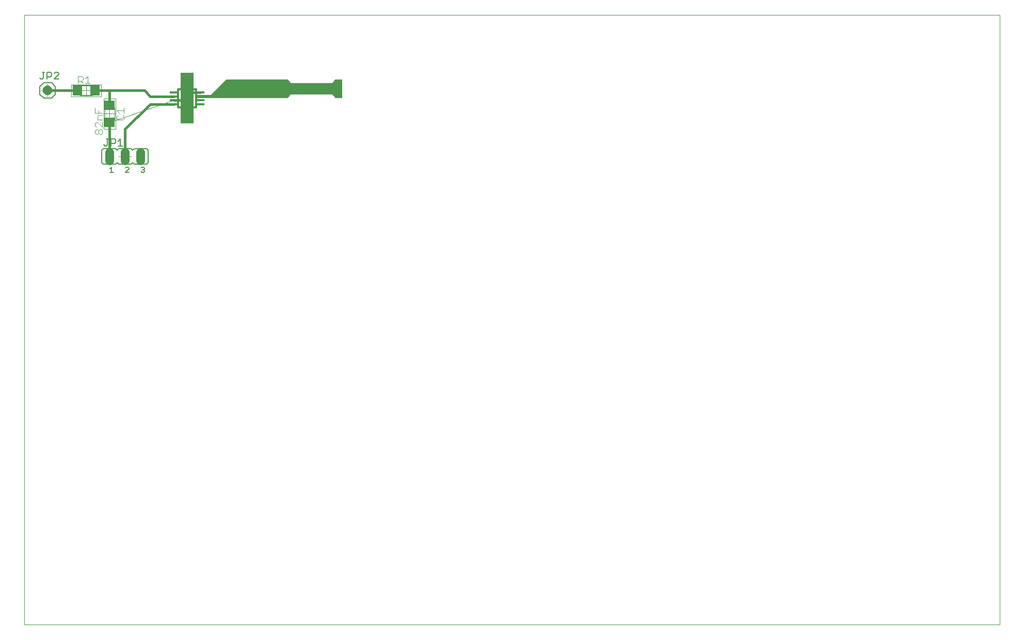
<source format=gbr>
G75*
%MOIN*%
%OFA0B0*%
%FSLAX24Y24*%
%IPPOS*%
%LPD*%
%AMOC8*
5,1,8,0,0,1.08239X$1,22.5*
%
%ADD10C,0.0000*%
%ADD11C,0.0118*%
%ADD12R,0.0531X0.0157*%
%ADD13C,0.0001*%
%ADD14R,0.0197X0.1181*%
%ADD15C,0.0060*%
%ADD16C,0.0560*%
%ADD17C,0.0050*%
%ADD18R,0.0240X0.0240*%
%ADD19C,0.0020*%
%ADD20C,0.0040*%
%ADD21R,0.0709X0.0630*%
%ADD22R,0.0669X0.0295*%
%ADD23R,0.0630X0.0710*%
%ADD24R,0.0290X0.0690*%
%ADD25OC8,0.0600*%
%ADD26R,0.0200X0.0200*%
%ADD27C,0.0160*%
D10*
X000100Y000100D02*
X000100Y039470D01*
X063092Y039470D01*
X063092Y000100D01*
X000100Y000100D01*
X006600Y029950D02*
X006600Y030750D01*
X006200Y030350D02*
X007000Y030350D01*
X005600Y032549D02*
X009754Y033972D01*
X010200Y034100D02*
X011000Y034100D01*
X011181Y034148D02*
X017077Y034148D01*
X017274Y034384D01*
X019991Y034384D01*
X020187Y034148D01*
X020581Y034148D01*
X020581Y035329D01*
X020187Y035329D01*
X019991Y035093D01*
X017274Y035093D01*
X017077Y035329D01*
X013141Y035329D01*
X012120Y034308D01*
X011181Y034308D01*
X011181Y034148D01*
X010462Y034100D02*
X010464Y034123D01*
X010470Y034146D01*
X010480Y034167D01*
X010493Y034187D01*
X010509Y034204D01*
X010528Y034218D01*
X010549Y034228D01*
X010571Y034235D01*
X010594Y034238D01*
X010618Y034237D01*
X010640Y034232D01*
X010662Y034223D01*
X010682Y034211D01*
X010700Y034195D01*
X010714Y034177D01*
X010726Y034157D01*
X010734Y034135D01*
X010738Y034112D01*
X010738Y034088D01*
X010734Y034065D01*
X010726Y034043D01*
X010714Y034023D01*
X010700Y034005D01*
X010682Y033989D01*
X010662Y033977D01*
X010640Y033968D01*
X010618Y033963D01*
X010594Y033962D01*
X010571Y033965D01*
X010549Y033972D01*
X010528Y033982D01*
X010509Y033996D01*
X010493Y034013D01*
X010480Y034033D01*
X010470Y034054D01*
X010464Y034077D01*
X010462Y034100D01*
X010600Y033700D02*
X010600Y034500D01*
X010462Y034651D02*
X010464Y034674D01*
X010470Y034697D01*
X010480Y034718D01*
X010493Y034738D01*
X010509Y034755D01*
X010528Y034769D01*
X010549Y034779D01*
X010571Y034786D01*
X010594Y034789D01*
X010618Y034788D01*
X010640Y034783D01*
X010662Y034774D01*
X010682Y034762D01*
X010700Y034746D01*
X010714Y034728D01*
X010726Y034708D01*
X010734Y034686D01*
X010738Y034663D01*
X010738Y034639D01*
X010734Y034616D01*
X010726Y034594D01*
X010714Y034574D01*
X010700Y034556D01*
X010682Y034540D01*
X010662Y034528D01*
X010640Y034519D01*
X010618Y034514D01*
X010594Y034513D01*
X010571Y034516D01*
X010549Y034523D01*
X010528Y034533D01*
X010509Y034547D01*
X010493Y034564D01*
X010480Y034584D01*
X010470Y034605D01*
X010464Y034628D01*
X010462Y034651D01*
X010462Y035202D02*
X010464Y035225D01*
X010470Y035248D01*
X010480Y035269D01*
X010493Y035289D01*
X010509Y035306D01*
X010528Y035320D01*
X010549Y035330D01*
X010571Y035337D01*
X010594Y035340D01*
X010618Y035339D01*
X010640Y035334D01*
X010662Y035325D01*
X010682Y035313D01*
X010700Y035297D01*
X010714Y035279D01*
X010726Y035259D01*
X010734Y035237D01*
X010738Y035214D01*
X010738Y035190D01*
X010734Y035167D01*
X010726Y035145D01*
X010714Y035125D01*
X010700Y035107D01*
X010682Y035091D01*
X010662Y035079D01*
X010640Y035070D01*
X010618Y035065D01*
X010594Y035064D01*
X010571Y035067D01*
X010549Y035074D01*
X010528Y035084D01*
X010509Y035098D01*
X010493Y035115D01*
X010480Y035135D01*
X010470Y035156D01*
X010464Y035179D01*
X010462Y035202D01*
X010207Y035759D02*
X010993Y035759D01*
X010993Y032504D01*
X010207Y032504D01*
X010207Y035759D01*
X010462Y033549D02*
X010464Y033572D01*
X010470Y033595D01*
X010480Y033616D01*
X010493Y033636D01*
X010509Y033653D01*
X010528Y033667D01*
X010549Y033677D01*
X010571Y033684D01*
X010594Y033687D01*
X010618Y033686D01*
X010640Y033681D01*
X010662Y033672D01*
X010682Y033660D01*
X010700Y033644D01*
X010714Y033626D01*
X010726Y033606D01*
X010734Y033584D01*
X010738Y033561D01*
X010738Y033537D01*
X010734Y033514D01*
X010726Y033492D01*
X010714Y033472D01*
X010700Y033454D01*
X010682Y033438D01*
X010662Y033426D01*
X010640Y033417D01*
X010618Y033412D01*
X010594Y033411D01*
X010571Y033414D01*
X010549Y033421D01*
X010528Y033431D01*
X010509Y033445D01*
X010493Y033462D01*
X010480Y033482D01*
X010470Y033503D01*
X010464Y033526D01*
X010462Y033549D01*
X010462Y032998D02*
X010464Y033021D01*
X010470Y033044D01*
X010480Y033065D01*
X010493Y033085D01*
X010509Y033102D01*
X010528Y033116D01*
X010549Y033126D01*
X010571Y033133D01*
X010594Y033136D01*
X010618Y033135D01*
X010640Y033130D01*
X010662Y033121D01*
X010682Y033109D01*
X010700Y033093D01*
X010714Y033075D01*
X010726Y033055D01*
X010734Y033033D01*
X010738Y033010D01*
X010738Y032986D01*
X010734Y032963D01*
X010726Y032941D01*
X010714Y032921D01*
X010700Y032903D01*
X010682Y032887D01*
X010662Y032875D01*
X010640Y032866D01*
X010618Y032861D01*
X010594Y032860D01*
X010571Y032863D01*
X010549Y032870D01*
X010528Y032880D01*
X010509Y032894D01*
X010493Y032911D01*
X010480Y032931D01*
X010470Y032952D01*
X010464Y032975D01*
X010462Y032998D01*
X006000Y033100D02*
X005200Y033100D01*
X005600Y032700D02*
X005600Y033500D01*
X004100Y034200D02*
X004100Y035000D01*
X003700Y034600D02*
X004500Y034600D01*
X002000Y034600D02*
X001200Y034600D01*
X001600Y034200D02*
X001600Y035000D01*
D11*
X010009Y034691D02*
X010009Y033509D01*
X011191Y033509D01*
X011191Y034691D01*
X010009Y034691D01*
D12*
X009754Y034484D03*
X009754Y034228D03*
X009754Y033972D03*
X009754Y033716D03*
X011446Y033716D03*
X011446Y033972D03*
X011446Y034484D03*
D13*
X011181Y034307D02*
X017210Y034307D01*
X017209Y034306D02*
X011181Y034306D01*
X011181Y034305D02*
X017208Y034305D01*
X017208Y034304D02*
X011181Y034304D01*
X011181Y034303D02*
X017207Y034303D01*
X017206Y034302D02*
X011181Y034302D01*
X011181Y034301D02*
X017205Y034301D01*
X017204Y034300D02*
X011181Y034300D01*
X011181Y034299D02*
X017203Y034299D01*
X017203Y034298D02*
X011181Y034298D01*
X011181Y034297D02*
X017202Y034297D01*
X017201Y034296D02*
X011181Y034296D01*
X011181Y034295D02*
X017200Y034295D01*
X017199Y034294D02*
X011181Y034294D01*
X011181Y034293D02*
X017198Y034293D01*
X017198Y034292D02*
X011181Y034292D01*
X011181Y034291D02*
X017197Y034291D01*
X017196Y034290D02*
X011181Y034290D01*
X011181Y034289D02*
X017195Y034289D01*
X017194Y034288D02*
X011181Y034288D01*
X011181Y034287D02*
X017193Y034287D01*
X017193Y034286D02*
X011181Y034286D01*
X011181Y034285D02*
X017192Y034285D01*
X017191Y034284D02*
X011181Y034284D01*
X011181Y034283D02*
X017190Y034283D01*
X017189Y034282D02*
X011181Y034282D01*
X011181Y034281D02*
X017188Y034281D01*
X017188Y034280D02*
X011181Y034280D01*
X011181Y034279D02*
X017187Y034279D01*
X017186Y034278D02*
X011181Y034278D01*
X011181Y034277D02*
X017185Y034277D01*
X017184Y034276D02*
X011181Y034276D01*
X011181Y034275D02*
X017183Y034275D01*
X017183Y034274D02*
X011181Y034274D01*
X011181Y034273D02*
X017182Y034273D01*
X017181Y034272D02*
X011181Y034272D01*
X011181Y034271D02*
X017180Y034271D01*
X017179Y034270D02*
X011181Y034270D01*
X011181Y034269D02*
X017178Y034269D01*
X017178Y034268D02*
X011181Y034268D01*
X011181Y034267D02*
X017177Y034267D01*
X017176Y034266D02*
X011181Y034266D01*
X011181Y034265D02*
X017175Y034265D01*
X017174Y034264D02*
X011181Y034264D01*
X011181Y034263D02*
X017173Y034263D01*
X017173Y034262D02*
X011181Y034262D01*
X011181Y034261D02*
X017172Y034261D01*
X017171Y034260D02*
X011181Y034260D01*
X011181Y034259D02*
X017170Y034259D01*
X017169Y034258D02*
X011181Y034258D01*
X011181Y034257D02*
X017168Y034257D01*
X017168Y034256D02*
X011181Y034256D01*
X011181Y034255D02*
X017167Y034255D01*
X017166Y034254D02*
X011181Y034254D01*
X011181Y034253D02*
X017165Y034253D01*
X017164Y034252D02*
X011181Y034252D01*
X011181Y034251D02*
X017163Y034251D01*
X017163Y034250D02*
X011181Y034250D01*
X011181Y034249D02*
X017162Y034249D01*
X017161Y034248D02*
X011181Y034248D01*
X011181Y034247D02*
X017160Y034247D01*
X017159Y034246D02*
X011181Y034246D01*
X011181Y034245D02*
X017158Y034245D01*
X017158Y034244D02*
X011181Y034244D01*
X011181Y034243D02*
X017157Y034243D01*
X017156Y034242D02*
X011181Y034242D01*
X011181Y034241D02*
X017155Y034241D01*
X017154Y034240D02*
X011181Y034240D01*
X011181Y034239D02*
X017153Y034239D01*
X017153Y034238D02*
X011181Y034238D01*
X011181Y034237D02*
X017152Y034237D01*
X017151Y034236D02*
X011181Y034236D01*
X011181Y034235D02*
X017150Y034235D01*
X017149Y034234D02*
X011181Y034234D01*
X011181Y034233D02*
X017148Y034233D01*
X017148Y034232D02*
X011181Y034232D01*
X011181Y034231D02*
X017147Y034231D01*
X017146Y034230D02*
X011181Y034230D01*
X011181Y034229D02*
X017145Y034229D01*
X017144Y034228D02*
X011181Y034228D01*
X011181Y034227D02*
X017143Y034227D01*
X017143Y034226D02*
X011181Y034226D01*
X011181Y034225D02*
X017142Y034225D01*
X017141Y034224D02*
X011181Y034224D01*
X011181Y034223D02*
X017140Y034223D01*
X017139Y034222D02*
X011181Y034222D01*
X011181Y034221D02*
X017138Y034221D01*
X017138Y034220D02*
X011181Y034220D01*
X011181Y034219D02*
X017137Y034219D01*
X017136Y034218D02*
X011181Y034218D01*
X011181Y034217D02*
X017135Y034217D01*
X017134Y034216D02*
X011181Y034216D01*
X011181Y034215D02*
X017133Y034215D01*
X017133Y034214D02*
X011181Y034214D01*
X011181Y034213D02*
X017132Y034213D01*
X017131Y034212D02*
X011181Y034212D01*
X011181Y034211D02*
X017130Y034211D01*
X017129Y034210D02*
X011181Y034210D01*
X011181Y034209D02*
X017128Y034209D01*
X017128Y034208D02*
X011181Y034208D01*
X011181Y034207D02*
X017127Y034207D01*
X017126Y034206D02*
X011181Y034206D01*
X011181Y034205D02*
X017125Y034205D01*
X017124Y034204D02*
X011181Y034204D01*
X011181Y034203D02*
X017123Y034203D01*
X017123Y034202D02*
X011181Y034202D01*
X011181Y034201D02*
X017122Y034201D01*
X017121Y034200D02*
X011181Y034200D01*
X011181Y034199D02*
X017120Y034199D01*
X017119Y034198D02*
X011181Y034198D01*
X011181Y034197D02*
X017118Y034197D01*
X017118Y034196D02*
X011181Y034196D01*
X011181Y034195D02*
X017117Y034195D01*
X017116Y034194D02*
X011181Y034194D01*
X011181Y034193D02*
X017115Y034193D01*
X017114Y034192D02*
X011181Y034192D01*
X011181Y034191D02*
X017113Y034191D01*
X017113Y034190D02*
X011181Y034190D01*
X011181Y034189D02*
X017112Y034189D01*
X017111Y034188D02*
X011181Y034188D01*
X011181Y034187D02*
X017110Y034187D01*
X017109Y034186D02*
X011181Y034186D01*
X011181Y034185D02*
X017108Y034185D01*
X017108Y034184D02*
X011181Y034184D01*
X011181Y034183D02*
X017107Y034183D01*
X017106Y034182D02*
X011181Y034182D01*
X011181Y034181D02*
X017105Y034181D01*
X017104Y034180D02*
X011181Y034180D01*
X011181Y034179D02*
X017103Y034179D01*
X017103Y034178D02*
X011181Y034178D01*
X011181Y034177D02*
X017102Y034177D01*
X017101Y034176D02*
X011181Y034176D01*
X011181Y034175D02*
X017100Y034175D01*
X017099Y034174D02*
X011181Y034174D01*
X011181Y034173D02*
X017098Y034173D01*
X017098Y034172D02*
X011181Y034172D01*
X011181Y034171D02*
X017097Y034171D01*
X017096Y034170D02*
X011181Y034170D01*
X011181Y034169D02*
X017095Y034169D01*
X017094Y034168D02*
X011181Y034168D01*
X011181Y034167D02*
X017093Y034167D01*
X017093Y034166D02*
X011181Y034166D01*
X011181Y034165D02*
X017092Y034165D01*
X017091Y034164D02*
X011181Y034164D01*
X011181Y034163D02*
X017090Y034163D01*
X017089Y034162D02*
X011181Y034162D01*
X011181Y034161D02*
X017088Y034161D01*
X017088Y034160D02*
X011181Y034160D01*
X011181Y034159D02*
X017087Y034159D01*
X017086Y034158D02*
X011181Y034158D01*
X011181Y034157D02*
X017085Y034157D01*
X017084Y034156D02*
X011181Y034156D01*
X011181Y034155D02*
X017083Y034155D01*
X017083Y034154D02*
X011181Y034154D01*
X011181Y034153D02*
X017082Y034153D01*
X017081Y034152D02*
X011181Y034152D01*
X011181Y034151D02*
X017080Y034151D01*
X017079Y034150D02*
X011181Y034150D01*
X011181Y034149D02*
X017078Y034149D01*
X017078Y034148D02*
X011181Y034148D01*
X010993Y034148D02*
X010207Y034148D01*
X010207Y034147D02*
X010993Y034147D01*
X010993Y034146D02*
X010207Y034146D01*
X010207Y034145D02*
X010993Y034145D01*
X010993Y034144D02*
X010207Y034144D01*
X010207Y034143D02*
X010993Y034143D01*
X010993Y034142D02*
X010207Y034142D01*
X010207Y034141D02*
X010993Y034141D01*
X010993Y034140D02*
X010207Y034140D01*
X010207Y034139D02*
X010993Y034139D01*
X010993Y034138D02*
X010207Y034138D01*
X010207Y034137D02*
X010993Y034137D01*
X010993Y034136D02*
X010207Y034136D01*
X010207Y034135D02*
X010993Y034135D01*
X010993Y034134D02*
X010207Y034134D01*
X010207Y034133D02*
X010993Y034133D01*
X010993Y034132D02*
X010207Y034132D01*
X010207Y034131D02*
X010993Y034131D01*
X010993Y034130D02*
X010207Y034130D01*
X010207Y034129D02*
X010993Y034129D01*
X010993Y034128D02*
X010207Y034128D01*
X010207Y034127D02*
X010993Y034127D01*
X010993Y034126D02*
X010207Y034126D01*
X010207Y034125D02*
X010993Y034125D01*
X010993Y034124D02*
X010207Y034124D01*
X010207Y034123D02*
X010993Y034123D01*
X010993Y034122D02*
X010207Y034122D01*
X010207Y034121D02*
X010993Y034121D01*
X010993Y034120D02*
X010207Y034120D01*
X010207Y034119D02*
X010993Y034119D01*
X010993Y034118D02*
X010207Y034118D01*
X010207Y034117D02*
X010993Y034117D01*
X010993Y034116D02*
X010207Y034116D01*
X010207Y034115D02*
X010993Y034115D01*
X010993Y034114D02*
X010207Y034114D01*
X010207Y034113D02*
X010993Y034113D01*
X010993Y034112D02*
X010207Y034112D01*
X010207Y034111D02*
X010993Y034111D01*
X010993Y034110D02*
X010207Y034110D01*
X010207Y034109D02*
X010993Y034109D01*
X010993Y034108D02*
X010207Y034108D01*
X010207Y034107D02*
X010993Y034107D01*
X010993Y034106D02*
X010207Y034106D01*
X010207Y034105D02*
X010993Y034105D01*
X010993Y034104D02*
X010207Y034104D01*
X010207Y034103D02*
X010993Y034103D01*
X010207Y034103D01*
X010207Y034102D02*
X010993Y034102D01*
X010993Y034101D02*
X010207Y034101D01*
X010207Y034100D02*
X010993Y034100D01*
X010993Y034099D02*
X010207Y034099D01*
X010207Y034098D02*
X010993Y034098D01*
X010993Y034097D02*
X010207Y034097D01*
X010207Y034096D02*
X010993Y034096D01*
X010993Y034095D02*
X010207Y034095D01*
X010207Y034094D02*
X010993Y034094D01*
X010993Y034093D02*
X010207Y034093D01*
X010207Y034092D02*
X010993Y034092D01*
X010993Y034091D02*
X010207Y034091D01*
X010207Y034090D02*
X010993Y034090D01*
X010993Y034089D02*
X010207Y034089D01*
X010207Y034088D02*
X010993Y034088D01*
X010993Y034087D02*
X010207Y034087D01*
X010207Y034086D02*
X010993Y034086D01*
X010993Y034085D02*
X010207Y034085D01*
X010207Y034084D02*
X010993Y034084D01*
X010993Y034083D02*
X010207Y034083D01*
X010207Y034082D02*
X010993Y034082D01*
X010993Y034081D02*
X010207Y034081D01*
X010207Y034080D02*
X010993Y034080D01*
X010993Y034079D02*
X010207Y034079D01*
X010207Y034078D02*
X010993Y034078D01*
X010993Y034077D02*
X010207Y034077D01*
X010207Y034076D02*
X010993Y034076D01*
X010993Y034075D02*
X010207Y034075D01*
X010207Y034074D02*
X010993Y034074D01*
X010993Y034073D02*
X010207Y034073D01*
X010207Y034072D02*
X010993Y034072D01*
X010993Y034071D02*
X010207Y034071D01*
X010207Y034070D02*
X010993Y034070D01*
X010993Y034069D02*
X010207Y034069D01*
X010207Y034068D02*
X010993Y034068D01*
X010993Y034067D02*
X010207Y034067D01*
X010207Y034066D02*
X010993Y034066D01*
X010993Y034065D02*
X010207Y034065D01*
X010207Y034064D02*
X010993Y034064D01*
X010993Y034063D02*
X010207Y034063D01*
X010207Y034062D02*
X010993Y034062D01*
X010993Y034061D02*
X010207Y034061D01*
X010207Y034060D02*
X010993Y034060D01*
X010993Y034059D02*
X010207Y034059D01*
X010207Y034058D02*
X010993Y034058D01*
X010993Y034057D02*
X010207Y034057D01*
X010207Y034056D02*
X010993Y034056D01*
X010993Y034055D02*
X010207Y034055D01*
X010207Y034054D02*
X010993Y034054D01*
X010993Y034053D02*
X010207Y034053D01*
X010207Y034052D02*
X010993Y034052D01*
X010993Y034051D02*
X010207Y034051D01*
X010207Y034050D02*
X010993Y034050D01*
X010993Y034049D02*
X010207Y034049D01*
X010207Y034048D02*
X010993Y034048D01*
X010993Y034047D02*
X010207Y034047D01*
X010207Y034046D02*
X010993Y034046D01*
X010993Y034045D02*
X010207Y034045D01*
X010207Y034044D02*
X010993Y034044D01*
X010993Y034043D02*
X010207Y034043D01*
X010207Y034042D02*
X010993Y034042D01*
X010993Y034041D02*
X010207Y034041D01*
X010207Y034040D02*
X010993Y034040D01*
X010993Y034039D02*
X010207Y034039D01*
X010207Y034038D02*
X010993Y034038D01*
X010993Y034037D02*
X010207Y034037D01*
X010207Y034036D02*
X010993Y034036D01*
X010993Y034035D02*
X010207Y034035D01*
X010207Y034034D02*
X010993Y034034D01*
X010993Y034033D02*
X010207Y034033D01*
X010207Y034032D02*
X010993Y034032D01*
X010993Y034031D02*
X010207Y034031D01*
X010207Y034030D02*
X010993Y034030D01*
X010993Y034029D02*
X010207Y034029D01*
X010207Y034028D02*
X010993Y034028D01*
X010993Y034027D02*
X010207Y034027D01*
X010207Y034026D02*
X010993Y034026D01*
X010993Y034025D02*
X010207Y034025D01*
X010207Y034024D02*
X010993Y034024D01*
X010993Y034023D02*
X010207Y034023D01*
X010207Y034022D02*
X010993Y034022D01*
X010993Y034021D02*
X010207Y034021D01*
X010207Y034020D02*
X010993Y034020D01*
X010993Y034019D02*
X010207Y034019D01*
X010207Y034018D02*
X010993Y034018D01*
X010993Y034017D02*
X010207Y034017D01*
X010207Y034016D02*
X010993Y034016D01*
X010993Y034015D02*
X010207Y034015D01*
X010207Y034014D02*
X010993Y034014D01*
X010993Y034013D02*
X010207Y034013D01*
X010207Y034012D02*
X010993Y034012D01*
X010993Y034011D02*
X010207Y034011D01*
X010207Y034010D02*
X010993Y034010D01*
X010993Y034009D02*
X010207Y034009D01*
X010207Y034008D02*
X010993Y034008D01*
X010993Y034007D02*
X010207Y034007D01*
X010207Y034006D02*
X010993Y034006D01*
X010993Y034005D02*
X010207Y034005D01*
X010207Y034004D02*
X010993Y034004D01*
X010993Y034003D02*
X010207Y034003D01*
X010207Y034002D02*
X010993Y034002D01*
X010993Y034001D02*
X010207Y034001D01*
X010207Y034000D02*
X010993Y034000D01*
X010993Y033999D02*
X010207Y033999D01*
X010207Y033998D02*
X010993Y033998D01*
X010993Y033997D02*
X010207Y033997D01*
X010207Y033996D02*
X010993Y033996D01*
X010993Y033995D02*
X010207Y033995D01*
X010207Y033994D02*
X010993Y033994D01*
X010993Y033993D02*
X010207Y033993D01*
X010207Y033992D02*
X010993Y033992D01*
X010993Y033991D02*
X010207Y033991D01*
X010207Y033990D02*
X010993Y033990D01*
X010993Y033989D02*
X010207Y033989D01*
X010207Y033988D02*
X010993Y033988D01*
X010993Y033987D02*
X010207Y033987D01*
X010207Y033986D02*
X010993Y033986D01*
X010993Y033985D02*
X010207Y033985D01*
X010207Y033984D02*
X010993Y033984D01*
X010993Y033983D02*
X010207Y033983D01*
X010207Y033982D02*
X010993Y033982D01*
X010993Y033981D02*
X010207Y033981D01*
X010207Y033980D02*
X010993Y033980D01*
X010993Y033979D02*
X010207Y033979D01*
X010207Y033978D02*
X010993Y033978D01*
X010993Y033977D02*
X010207Y033977D01*
X010207Y033976D02*
X010993Y033976D01*
X010993Y033975D02*
X010207Y033975D01*
X010207Y033974D02*
X010993Y033974D01*
X010993Y033973D02*
X010207Y033973D01*
X010207Y033972D02*
X010993Y033972D01*
X010993Y033971D02*
X010207Y033971D01*
X010207Y033970D02*
X010993Y033970D01*
X010993Y033969D02*
X010207Y033969D01*
X010207Y033968D02*
X010993Y033968D01*
X010993Y033967D02*
X010207Y033967D01*
X010207Y033966D02*
X010993Y033966D01*
X010993Y033965D02*
X010207Y033965D01*
X010207Y033964D02*
X010993Y033964D01*
X010993Y033963D02*
X010207Y033963D01*
X010207Y033962D02*
X010993Y033962D01*
X010993Y033961D02*
X010207Y033961D01*
X010207Y033960D02*
X010993Y033960D01*
X010993Y033959D02*
X010207Y033959D01*
X010207Y033958D02*
X010993Y033958D01*
X010993Y033957D02*
X010207Y033957D01*
X010207Y033956D02*
X010993Y033956D01*
X010993Y033955D02*
X010207Y033955D01*
X010207Y033954D02*
X010993Y033954D01*
X010993Y033953D02*
X010207Y033953D01*
X010207Y033952D02*
X010993Y033952D01*
X010993Y033951D02*
X010207Y033951D01*
X010207Y033950D02*
X010993Y033950D01*
X010993Y033949D02*
X010207Y033949D01*
X010207Y033948D02*
X010993Y033948D01*
X010993Y033947D02*
X010207Y033947D01*
X010207Y033946D02*
X010993Y033946D01*
X010993Y033945D02*
X010207Y033945D01*
X010207Y033944D02*
X010993Y033944D01*
X010993Y033943D02*
X010207Y033943D01*
X010207Y033942D02*
X010993Y033942D01*
X010993Y033941D02*
X010207Y033941D01*
X010207Y033940D02*
X010993Y033940D01*
X010993Y033939D02*
X010207Y033939D01*
X010207Y033938D02*
X010993Y033938D01*
X010993Y033937D02*
X010207Y033937D01*
X010207Y033936D02*
X010993Y033936D01*
X010993Y033935D02*
X010207Y033935D01*
X010207Y033934D02*
X010993Y033934D01*
X010993Y033933D02*
X010207Y033933D01*
X010207Y033932D02*
X010993Y033932D01*
X010993Y033931D02*
X010207Y033931D01*
X010207Y033930D02*
X010993Y033930D01*
X010993Y033929D02*
X010207Y033929D01*
X010207Y033928D02*
X010993Y033928D01*
X010993Y033927D02*
X010207Y033927D01*
X010207Y033926D02*
X010993Y033926D01*
X010993Y033925D02*
X010207Y033925D01*
X010207Y033924D02*
X010993Y033924D01*
X010993Y033923D02*
X010207Y033923D01*
X010207Y033922D02*
X010993Y033922D01*
X010993Y033921D02*
X010207Y033921D01*
X010207Y033920D02*
X010993Y033920D01*
X010993Y033919D02*
X010207Y033919D01*
X010207Y033918D02*
X010993Y033918D01*
X010993Y033917D02*
X010207Y033917D01*
X010207Y033916D02*
X010993Y033916D01*
X010993Y033915D02*
X010207Y033915D01*
X010207Y033914D02*
X010993Y033914D01*
X010993Y033913D02*
X010207Y033913D01*
X010207Y033912D02*
X010993Y033912D01*
X010993Y033911D02*
X010207Y033911D01*
X010207Y033910D02*
X010993Y033910D01*
X010993Y033909D02*
X010207Y033909D01*
X010207Y033908D02*
X010993Y033908D01*
X010993Y033907D02*
X010207Y033907D01*
X010207Y033906D02*
X010993Y033906D01*
X010993Y033905D02*
X010207Y033905D01*
X010207Y033904D02*
X010993Y033904D01*
X010993Y033903D02*
X010207Y033903D01*
X010207Y033902D02*
X010993Y033902D01*
X010993Y033901D02*
X010207Y033901D01*
X010207Y033900D02*
X010993Y033900D01*
X010993Y033899D02*
X010207Y033899D01*
X010207Y033898D02*
X010993Y033898D01*
X010993Y033897D02*
X010207Y033897D01*
X010207Y033896D02*
X010993Y033896D01*
X010993Y033895D02*
X010207Y033895D01*
X010207Y033894D02*
X010993Y033894D01*
X010993Y033893D02*
X010207Y033893D01*
X010207Y033892D02*
X010993Y033892D01*
X010993Y033891D02*
X010207Y033891D01*
X010207Y033890D02*
X010993Y033890D01*
X010993Y033889D02*
X010207Y033889D01*
X010207Y033888D02*
X010993Y033888D01*
X010993Y033887D02*
X010207Y033887D01*
X010207Y033886D02*
X010993Y033886D01*
X010993Y033885D02*
X010207Y033885D01*
X010207Y033884D02*
X010993Y033884D01*
X010993Y033883D02*
X010207Y033883D01*
X010207Y033882D02*
X010993Y033882D01*
X010993Y033881D02*
X010207Y033881D01*
X010207Y033880D02*
X010993Y033880D01*
X010993Y033879D02*
X010207Y033879D01*
X010207Y033878D02*
X010993Y033878D01*
X010993Y033877D02*
X010207Y033877D01*
X010207Y033876D02*
X010993Y033876D01*
X010993Y033875D02*
X010207Y033875D01*
X010207Y033874D02*
X010993Y033874D01*
X010993Y033873D02*
X010207Y033873D01*
X010207Y033872D02*
X010993Y033872D01*
X010993Y033871D02*
X010207Y033871D01*
X010207Y033870D02*
X010993Y033870D01*
X010993Y033869D02*
X010207Y033869D01*
X010207Y033868D02*
X010993Y033868D01*
X010993Y033867D02*
X010207Y033867D01*
X010207Y033866D02*
X010993Y033866D01*
X010993Y033865D02*
X010207Y033865D01*
X010207Y033864D02*
X010993Y033864D01*
X010993Y033863D02*
X010207Y033863D01*
X010207Y033862D02*
X010993Y033862D01*
X010993Y033861D02*
X010207Y033861D01*
X010207Y033860D02*
X010993Y033860D01*
X010993Y033859D02*
X010207Y033859D01*
X010207Y033858D02*
X010993Y033858D01*
X010993Y033857D02*
X010207Y033857D01*
X010207Y033856D02*
X010993Y033856D01*
X010993Y033855D02*
X010207Y033855D01*
X010207Y033854D02*
X010993Y033854D01*
X010993Y033853D02*
X010207Y033853D01*
X010207Y033852D02*
X010993Y033852D01*
X010993Y033851D02*
X010207Y033851D01*
X010207Y033850D02*
X010993Y033850D01*
X010993Y033849D02*
X010207Y033849D01*
X010207Y033848D02*
X010993Y033848D01*
X010993Y033847D02*
X010207Y033847D01*
X010207Y033846D02*
X010993Y033846D01*
X010993Y033845D02*
X010207Y033845D01*
X010207Y033844D02*
X010993Y033844D01*
X010993Y033843D02*
X010207Y033843D01*
X010207Y033842D02*
X010993Y033842D01*
X010993Y033841D02*
X010207Y033841D01*
X010207Y033840D02*
X010993Y033840D01*
X010993Y033839D02*
X010207Y033839D01*
X010207Y033838D02*
X010993Y033838D01*
X010993Y033837D02*
X010207Y033837D01*
X010207Y033836D02*
X010993Y033836D01*
X010993Y033835D02*
X010207Y033835D01*
X010207Y033834D02*
X010993Y033834D01*
X010993Y033833D02*
X010207Y033833D01*
X010207Y033832D02*
X010993Y033832D01*
X010993Y033831D02*
X010207Y033831D01*
X010207Y033830D02*
X010993Y033830D01*
X010993Y033829D02*
X010207Y033829D01*
X010207Y033828D02*
X010993Y033828D01*
X010993Y033827D02*
X010207Y033827D01*
X010207Y033826D02*
X010993Y033826D01*
X010993Y033825D02*
X010207Y033825D01*
X010207Y033824D02*
X010993Y033824D01*
X010993Y033823D02*
X010207Y033823D01*
X010207Y033822D02*
X010993Y033822D01*
X010993Y033821D02*
X010207Y033821D01*
X010207Y033820D02*
X010993Y033820D01*
X010993Y033819D02*
X010207Y033819D01*
X010207Y033818D02*
X010993Y033818D01*
X010993Y033817D02*
X010207Y033817D01*
X010207Y033816D02*
X010993Y033816D01*
X010993Y033815D02*
X010207Y033815D01*
X010207Y033814D02*
X010993Y033814D01*
X010993Y033813D02*
X010207Y033813D01*
X010207Y033812D02*
X010993Y033812D01*
X010993Y033811D02*
X010207Y033811D01*
X010207Y033810D02*
X010993Y033810D01*
X010993Y033809D02*
X010207Y033809D01*
X010207Y033808D02*
X010993Y033808D01*
X010993Y033807D02*
X010207Y033807D01*
X010207Y033806D02*
X010993Y033806D01*
X010993Y033805D02*
X010207Y033805D01*
X010207Y033804D02*
X010993Y033804D01*
X010993Y033803D02*
X010207Y033803D01*
X010207Y033802D02*
X010993Y033802D01*
X010993Y033801D02*
X010207Y033801D01*
X010207Y033800D02*
X010993Y033800D01*
X010993Y033799D02*
X010207Y033799D01*
X010207Y033798D02*
X010993Y033798D01*
X010993Y033797D02*
X010207Y033797D01*
X010207Y033796D02*
X010993Y033796D01*
X010993Y033795D02*
X010207Y033795D01*
X010207Y033794D02*
X010993Y033794D01*
X010993Y033793D02*
X010207Y033793D01*
X010207Y033792D02*
X010993Y033792D01*
X010993Y033791D02*
X010207Y033791D01*
X010207Y033790D02*
X010993Y033790D01*
X010993Y033789D02*
X010207Y033789D01*
X010207Y033788D02*
X010993Y033788D01*
X010993Y033787D02*
X010207Y033787D01*
X010207Y033786D02*
X010993Y033786D01*
X010993Y033785D02*
X010207Y033785D01*
X010207Y033784D02*
X010993Y033784D01*
X010993Y033783D02*
X010207Y033783D01*
X010207Y033782D02*
X010993Y033782D01*
X010993Y033781D02*
X010207Y033781D01*
X010207Y033780D02*
X010993Y033780D01*
X010993Y033779D02*
X010207Y033779D01*
X010207Y033778D02*
X010993Y033778D01*
X010993Y033777D02*
X010207Y033777D01*
X010207Y033776D02*
X010993Y033776D01*
X010993Y033775D02*
X010207Y033775D01*
X010207Y033774D02*
X010993Y033774D01*
X010993Y033773D02*
X010207Y033773D01*
X010207Y033772D02*
X010993Y033772D01*
X010993Y033771D02*
X010207Y033771D01*
X010207Y033770D02*
X010993Y033770D01*
X010993Y033769D02*
X010207Y033769D01*
X010207Y033768D02*
X010993Y033768D01*
X010993Y033767D02*
X010207Y033767D01*
X010207Y033766D02*
X010993Y033766D01*
X010993Y033765D02*
X010207Y033765D01*
X010207Y033764D02*
X010993Y033764D01*
X010993Y033763D02*
X010207Y033763D01*
X010207Y033762D02*
X010993Y033762D01*
X010993Y033761D02*
X010207Y033761D01*
X010207Y033760D02*
X010993Y033760D01*
X010993Y033759D02*
X010207Y033759D01*
X010207Y033758D02*
X010993Y033758D01*
X010993Y033757D02*
X010207Y033757D01*
X010207Y033756D02*
X010993Y033756D01*
X010993Y033755D02*
X010207Y033755D01*
X010207Y033754D02*
X010993Y033754D01*
X010993Y033753D02*
X010207Y033753D01*
X010207Y033752D02*
X010993Y033752D01*
X010993Y033751D02*
X010207Y033751D01*
X010207Y033750D02*
X010993Y033750D01*
X010993Y033749D02*
X010207Y033749D01*
X010207Y033748D02*
X010993Y033748D01*
X010993Y033747D02*
X010207Y033747D01*
X010207Y033746D02*
X010993Y033746D01*
X010993Y033745D02*
X010207Y033745D01*
X010207Y033744D02*
X010993Y033744D01*
X010993Y033743D02*
X010207Y033743D01*
X010207Y033742D02*
X010993Y033742D01*
X010993Y033741D02*
X010207Y033741D01*
X010207Y033740D02*
X010993Y033740D01*
X010993Y033739D02*
X010207Y033739D01*
X010207Y033738D02*
X010993Y033738D01*
X010993Y033737D02*
X010207Y033737D01*
X010207Y033736D02*
X010993Y033736D01*
X010993Y033735D02*
X010207Y033735D01*
X010207Y033734D02*
X010993Y033734D01*
X010993Y033733D02*
X010207Y033733D01*
X010207Y033732D02*
X010993Y033732D01*
X010993Y033731D02*
X010207Y033731D01*
X010207Y033730D02*
X010993Y033730D01*
X010993Y033729D02*
X010207Y033729D01*
X010207Y033728D02*
X010993Y033728D01*
X010993Y033727D02*
X010207Y033727D01*
X010207Y033726D02*
X010993Y033726D01*
X010993Y033725D02*
X010207Y033725D01*
X010207Y033724D02*
X010993Y033724D01*
X010993Y033723D02*
X010207Y033723D01*
X010207Y033722D02*
X010993Y033722D01*
X010993Y033721D02*
X010207Y033721D01*
X010207Y033720D02*
X010993Y033720D01*
X010993Y033719D02*
X010207Y033719D01*
X010207Y033718D02*
X010993Y033718D01*
X010993Y033717D02*
X010207Y033717D01*
X010207Y033716D02*
X010993Y033716D01*
X010993Y033715D02*
X010207Y033715D01*
X010207Y033714D02*
X010993Y033714D01*
X010993Y033713D02*
X010207Y033713D01*
X010207Y033712D02*
X010993Y033712D01*
X010993Y033711D02*
X010207Y033711D01*
X010207Y033710D02*
X010993Y033710D01*
X010993Y033709D02*
X010207Y033709D01*
X010207Y033708D02*
X010993Y033708D01*
X010993Y033707D02*
X010207Y033707D01*
X010207Y033706D02*
X010993Y033706D01*
X010993Y033705D02*
X010207Y033705D01*
X010207Y033704D02*
X010993Y033704D01*
X010993Y033703D02*
X010207Y033703D01*
X010207Y033702D02*
X010993Y033702D01*
X010993Y033701D02*
X010207Y033701D01*
X010207Y033700D02*
X010993Y033700D01*
X010993Y033699D02*
X010207Y033699D01*
X010207Y033698D02*
X010993Y033698D01*
X010993Y033697D02*
X010207Y033697D01*
X010207Y033696D02*
X010993Y033696D01*
X010993Y033695D02*
X010207Y033695D01*
X010207Y033694D02*
X010993Y033694D01*
X010993Y033693D02*
X010207Y033693D01*
X010207Y033692D02*
X010993Y033692D01*
X010993Y033691D02*
X010207Y033691D01*
X010207Y033690D02*
X010993Y033690D01*
X010993Y033689D02*
X010207Y033689D01*
X010207Y033688D02*
X010993Y033688D01*
X010993Y033687D02*
X010207Y033687D01*
X010207Y033686D02*
X010993Y033686D01*
X010993Y033685D02*
X010207Y033685D01*
X010207Y033684D02*
X010993Y033684D01*
X010993Y033683D02*
X010207Y033683D01*
X010207Y033682D02*
X010993Y033682D01*
X010993Y033681D02*
X010207Y033681D01*
X010207Y033680D02*
X010993Y033680D01*
X010993Y033679D02*
X010207Y033679D01*
X010207Y033678D02*
X010993Y033678D01*
X010993Y033677D02*
X010207Y033677D01*
X010207Y033676D02*
X010993Y033676D01*
X010993Y033675D02*
X010207Y033675D01*
X010207Y033674D02*
X010993Y033674D01*
X010993Y033673D02*
X010207Y033673D01*
X010207Y033672D02*
X010993Y033672D01*
X010993Y033671D02*
X010207Y033671D01*
X010207Y033670D02*
X010993Y033670D01*
X010993Y033669D02*
X010207Y033669D01*
X010207Y033668D02*
X010993Y033668D01*
X010993Y033667D02*
X010207Y033667D01*
X010207Y033666D02*
X010993Y033666D01*
X010993Y033665D02*
X010207Y033665D01*
X010207Y033664D02*
X010993Y033664D01*
X010993Y033663D02*
X010207Y033663D01*
X010207Y033662D02*
X010993Y033662D01*
X010993Y033661D02*
X010207Y033661D01*
X010207Y033660D02*
X010993Y033660D01*
X010993Y033659D02*
X010207Y033659D01*
X010207Y033658D02*
X010993Y033658D01*
X010993Y033657D02*
X010207Y033657D01*
X010207Y033656D02*
X010993Y033656D01*
X010993Y033655D02*
X010207Y033655D01*
X010207Y033654D02*
X010993Y033654D01*
X010993Y033653D02*
X010207Y033653D01*
X010207Y033652D02*
X010993Y033652D01*
X010993Y033651D02*
X010207Y033651D01*
X010207Y033650D02*
X010993Y033650D01*
X010993Y033649D02*
X010207Y033649D01*
X010207Y033648D02*
X010993Y033648D01*
X010993Y033647D02*
X010207Y033647D01*
X010207Y033646D02*
X010993Y033646D01*
X010993Y033645D02*
X010207Y033645D01*
X010207Y033644D02*
X010993Y033644D01*
X010993Y033643D02*
X010207Y033643D01*
X010207Y033642D02*
X010993Y033642D01*
X010993Y033641D02*
X010207Y033641D01*
X010207Y033640D02*
X010993Y033640D01*
X010993Y033639D02*
X010207Y033639D01*
X010207Y033638D02*
X010993Y033638D01*
X010993Y033637D02*
X010207Y033637D01*
X010207Y033636D02*
X010993Y033636D01*
X010993Y033635D02*
X010207Y033635D01*
X010207Y033634D02*
X010993Y033634D01*
X010993Y033633D02*
X010207Y033633D01*
X010207Y033632D02*
X010993Y033632D01*
X010993Y033631D02*
X010207Y033631D01*
X010207Y033630D02*
X010993Y033630D01*
X010993Y033629D02*
X010207Y033629D01*
X010207Y033628D02*
X010993Y033628D01*
X010993Y033627D02*
X010207Y033627D01*
X010207Y033626D02*
X010993Y033626D01*
X010993Y033625D02*
X010207Y033625D01*
X010207Y033624D02*
X010993Y033624D01*
X010993Y033623D02*
X010207Y033623D01*
X010207Y033622D02*
X010993Y033622D01*
X010993Y033621D02*
X010207Y033621D01*
X010207Y033620D02*
X010993Y033620D01*
X010993Y033619D02*
X010207Y033619D01*
X010207Y033618D02*
X010993Y033618D01*
X010993Y033617D02*
X010207Y033617D01*
X010207Y033616D02*
X010993Y033616D01*
X010993Y033615D02*
X010207Y033615D01*
X010207Y033614D02*
X010993Y033614D01*
X010993Y033613D02*
X010207Y033613D01*
X010207Y033612D02*
X010993Y033612D01*
X010993Y033611D02*
X010207Y033611D01*
X010207Y033610D02*
X010993Y033610D01*
X010993Y033609D02*
X010207Y033609D01*
X010207Y033608D02*
X010993Y033608D01*
X010993Y033607D02*
X010207Y033607D01*
X010207Y033606D02*
X010993Y033606D01*
X010993Y033605D02*
X010207Y033605D01*
X010207Y033604D02*
X010993Y033604D01*
X010993Y033603D02*
X010207Y033603D01*
X010207Y033602D02*
X010993Y033602D01*
X010993Y033601D02*
X010207Y033601D01*
X010207Y033600D02*
X010993Y033600D01*
X010993Y033599D02*
X010207Y033599D01*
X010207Y033598D02*
X010993Y033598D01*
X010993Y033597D02*
X010207Y033597D01*
X010207Y033596D02*
X010993Y033596D01*
X010993Y033595D02*
X010207Y033595D01*
X010207Y033594D02*
X010993Y033594D01*
X010993Y033593D02*
X010207Y033593D01*
X010207Y033592D02*
X010993Y033592D01*
X010993Y033591D02*
X010207Y033591D01*
X010207Y033590D02*
X010993Y033590D01*
X010993Y033589D02*
X010207Y033589D01*
X010207Y033588D02*
X010993Y033588D01*
X010993Y033587D02*
X010207Y033587D01*
X010207Y033586D02*
X010993Y033586D01*
X010993Y033585D02*
X010207Y033585D01*
X010207Y033584D02*
X010993Y033584D01*
X010993Y033583D02*
X010207Y033583D01*
X010207Y033582D02*
X010993Y033582D01*
X010993Y033581D02*
X010207Y033581D01*
X010207Y033580D02*
X010993Y033580D01*
X010993Y033579D02*
X010207Y033579D01*
X010207Y033578D02*
X010993Y033578D01*
X010993Y033577D02*
X010207Y033577D01*
X010207Y033576D02*
X010993Y033576D01*
X010993Y033575D02*
X010207Y033575D01*
X010207Y033574D02*
X010993Y033574D01*
X010993Y033573D02*
X010207Y033573D01*
X010207Y033572D02*
X010993Y033572D01*
X010993Y033571D02*
X010207Y033571D01*
X010207Y033570D02*
X010993Y033570D01*
X010993Y033569D02*
X010207Y033569D01*
X010207Y033568D02*
X010993Y033568D01*
X010993Y033567D02*
X010207Y033567D01*
X010207Y033566D02*
X010993Y033566D01*
X010993Y033565D02*
X010207Y033565D01*
X010207Y033564D02*
X010993Y033564D01*
X010993Y033563D02*
X010207Y033563D01*
X010207Y033562D02*
X010993Y033562D01*
X010993Y033561D02*
X010207Y033561D01*
X010207Y033560D02*
X010993Y033560D01*
X010993Y033559D02*
X010207Y033559D01*
X010207Y033558D02*
X010993Y033558D01*
X010993Y033557D02*
X010207Y033557D01*
X010207Y033556D02*
X010993Y033556D01*
X010993Y033555D02*
X010207Y033555D01*
X010207Y033554D02*
X010993Y033554D01*
X010993Y033553D02*
X010207Y033553D01*
X010207Y033552D02*
X010993Y033552D01*
X010993Y033551D02*
X010207Y033551D01*
X010207Y033550D02*
X010993Y033550D01*
X010993Y033549D02*
X010207Y033549D01*
X010207Y033548D02*
X010993Y033548D01*
X010993Y033547D02*
X010207Y033547D01*
X010207Y033546D02*
X010993Y033546D01*
X010993Y033545D02*
X010207Y033545D01*
X010207Y033544D02*
X010993Y033544D01*
X010993Y033543D02*
X010207Y033543D01*
X010207Y033542D02*
X010993Y033542D01*
X010993Y033541D02*
X010207Y033541D01*
X010207Y033540D02*
X010993Y033540D01*
X010993Y033539D02*
X010207Y033539D01*
X010207Y033538D02*
X010993Y033538D01*
X010993Y033537D02*
X010207Y033537D01*
X010207Y033536D02*
X010993Y033536D01*
X010993Y033535D02*
X010207Y033535D01*
X010207Y033534D02*
X010993Y033534D01*
X010993Y033533D02*
X010207Y033533D01*
X010207Y033532D02*
X010993Y033532D01*
X010993Y033531D02*
X010207Y033531D01*
X010207Y033530D02*
X010993Y033530D01*
X010993Y033529D02*
X010207Y033529D01*
X010207Y033528D02*
X010993Y033528D01*
X010993Y033527D02*
X010207Y033527D01*
X010207Y033526D02*
X010993Y033526D01*
X010993Y033525D02*
X010207Y033525D01*
X010207Y033524D02*
X010993Y033524D01*
X010993Y033523D02*
X010207Y033523D01*
X010207Y033522D02*
X010993Y033522D01*
X010993Y033521D02*
X010207Y033521D01*
X010207Y033520D02*
X010993Y033520D01*
X010993Y033519D02*
X010207Y033519D01*
X010207Y033518D02*
X010993Y033518D01*
X010993Y033517D02*
X010207Y033517D01*
X010207Y033516D02*
X010993Y033516D01*
X010993Y033515D02*
X010207Y033515D01*
X010207Y033514D02*
X010993Y033514D01*
X010993Y033513D02*
X010207Y033513D01*
X010207Y033512D02*
X010993Y033512D01*
X010993Y033511D02*
X010207Y033511D01*
X010207Y033510D02*
X010993Y033510D01*
X010993Y033509D02*
X010207Y033509D01*
X010207Y033508D02*
X010993Y033508D01*
X010993Y033507D02*
X010207Y033507D01*
X010207Y033506D02*
X010993Y033506D01*
X010993Y033505D02*
X010207Y033505D01*
X010207Y033504D02*
X010993Y033504D01*
X010993Y033503D02*
X010207Y033503D01*
X010207Y033502D02*
X010993Y033502D01*
X010993Y033501D02*
X010207Y033501D01*
X010207Y033500D02*
X010993Y033500D01*
X010993Y033499D02*
X010207Y033499D01*
X010207Y033498D02*
X010993Y033498D01*
X010993Y033497D02*
X010207Y033497D01*
X010207Y033496D02*
X010993Y033496D01*
X010993Y033495D02*
X010207Y033495D01*
X010207Y033494D02*
X010993Y033494D01*
X010993Y033493D02*
X010207Y033493D01*
X010207Y033492D02*
X010993Y033492D01*
X010993Y033491D02*
X010207Y033491D01*
X010207Y033490D02*
X010993Y033490D01*
X010993Y033489D02*
X010207Y033489D01*
X010207Y033488D02*
X010993Y033488D01*
X010993Y033487D02*
X010207Y033487D01*
X010207Y033486D02*
X010993Y033486D01*
X010993Y033485D02*
X010207Y033485D01*
X010207Y033484D02*
X010993Y033484D01*
X010993Y033483D02*
X010207Y033483D01*
X010207Y033482D02*
X010993Y033482D01*
X010993Y033481D02*
X010207Y033481D01*
X010207Y033480D02*
X010993Y033480D01*
X010993Y033479D02*
X010207Y033479D01*
X010207Y033478D02*
X010993Y033478D01*
X010993Y033477D02*
X010207Y033477D01*
X010207Y033476D02*
X010993Y033476D01*
X010993Y033475D02*
X010207Y033475D01*
X010207Y033474D02*
X010993Y033474D01*
X010993Y033473D02*
X010207Y033473D01*
X010207Y033472D02*
X010993Y033472D01*
X010993Y033471D02*
X010207Y033471D01*
X010207Y033470D02*
X010993Y033470D01*
X010993Y033469D02*
X010207Y033469D01*
X010207Y033468D02*
X010993Y033468D01*
X010993Y033467D02*
X010207Y033467D01*
X010207Y033466D02*
X010993Y033466D01*
X010993Y033465D02*
X010207Y033465D01*
X010207Y033464D02*
X010993Y033464D01*
X010993Y033463D02*
X010207Y033463D01*
X010207Y033462D02*
X010993Y033462D01*
X010993Y033461D02*
X010207Y033461D01*
X010207Y033460D02*
X010993Y033460D01*
X010993Y033459D02*
X010207Y033459D01*
X010207Y033458D02*
X010993Y033458D01*
X010993Y033457D02*
X010207Y033457D01*
X010207Y033456D02*
X010993Y033456D01*
X010993Y033455D02*
X010207Y033455D01*
X010207Y033454D02*
X010993Y033454D01*
X010993Y033453D02*
X010207Y033453D01*
X010207Y033452D02*
X010993Y033452D01*
X010993Y033451D02*
X010207Y033451D01*
X010207Y033450D02*
X010993Y033450D01*
X010993Y033449D02*
X010207Y033449D01*
X010207Y033448D02*
X010993Y033448D01*
X010993Y033447D02*
X010207Y033447D01*
X010207Y033446D02*
X010993Y033446D01*
X010993Y033445D02*
X010207Y033445D01*
X010207Y033444D02*
X010993Y033444D01*
X010993Y033443D02*
X010207Y033443D01*
X010207Y033442D02*
X010993Y033442D01*
X010993Y033441D02*
X010207Y033441D01*
X010207Y033440D02*
X010993Y033440D01*
X010993Y033439D02*
X010207Y033439D01*
X010207Y033438D02*
X010993Y033438D01*
X010993Y033437D02*
X010207Y033437D01*
X010207Y033436D02*
X010993Y033436D01*
X010993Y033435D02*
X010207Y033435D01*
X010207Y033434D02*
X010993Y033434D01*
X010993Y033433D02*
X010207Y033433D01*
X010207Y033432D02*
X010993Y033432D01*
X010993Y033431D02*
X010207Y033431D01*
X010207Y033430D02*
X010993Y033430D01*
X010993Y033429D02*
X010207Y033429D01*
X010207Y033428D02*
X010993Y033428D01*
X010993Y033427D02*
X010207Y033427D01*
X010207Y033426D02*
X010993Y033426D01*
X010993Y033425D02*
X010207Y033425D01*
X010207Y033424D02*
X010993Y033424D01*
X010993Y033423D02*
X010207Y033423D01*
X010207Y033422D02*
X010993Y033422D01*
X010993Y033421D02*
X010207Y033421D01*
X010207Y033420D02*
X010993Y033420D01*
X010993Y033419D02*
X010207Y033419D01*
X010207Y033418D02*
X010993Y033418D01*
X010993Y033417D02*
X010207Y033417D01*
X010207Y033416D02*
X010993Y033416D01*
X010993Y033415D02*
X010207Y033415D01*
X010207Y033414D02*
X010993Y033414D01*
X010993Y033413D02*
X010207Y033413D01*
X010207Y033412D02*
X010993Y033412D01*
X010993Y033411D02*
X010207Y033411D01*
X010207Y033410D02*
X010993Y033410D01*
X010993Y033409D02*
X010207Y033409D01*
X010207Y033408D02*
X010993Y033408D01*
X010993Y033407D02*
X010207Y033407D01*
X010207Y033406D02*
X010993Y033406D01*
X010993Y033405D02*
X010207Y033405D01*
X010207Y033404D02*
X010993Y033404D01*
X010993Y033403D02*
X010207Y033403D01*
X010207Y033402D02*
X010993Y033402D01*
X010993Y033401D02*
X010207Y033401D01*
X010207Y033400D02*
X010993Y033400D01*
X010993Y033399D02*
X010207Y033399D01*
X010207Y033398D02*
X010993Y033398D01*
X010993Y033397D02*
X010207Y033397D01*
X010207Y033396D02*
X010993Y033396D01*
X010993Y033395D02*
X010207Y033395D01*
X010207Y033394D02*
X010993Y033394D01*
X010993Y033393D02*
X010207Y033393D01*
X010207Y033392D02*
X010993Y033392D01*
X010993Y033391D02*
X010207Y033391D01*
X010207Y033390D02*
X010993Y033390D01*
X010993Y033389D02*
X010207Y033389D01*
X010207Y033388D02*
X010993Y033388D01*
X010993Y033387D02*
X010207Y033387D01*
X010207Y033386D02*
X010993Y033386D01*
X010993Y033385D02*
X010207Y033385D01*
X010207Y033384D02*
X010993Y033384D01*
X010993Y033383D02*
X010207Y033383D01*
X010207Y033382D02*
X010993Y033382D01*
X010993Y033381D02*
X010207Y033381D01*
X010207Y033380D02*
X010993Y033380D01*
X010993Y033379D02*
X010207Y033379D01*
X010207Y033378D02*
X010993Y033378D01*
X010993Y033377D02*
X010207Y033377D01*
X010207Y033376D02*
X010993Y033376D01*
X010993Y033375D02*
X010207Y033375D01*
X010207Y033374D02*
X010993Y033374D01*
X010993Y033373D02*
X010207Y033373D01*
X010207Y033372D02*
X010993Y033372D01*
X010993Y033371D02*
X010207Y033371D01*
X010207Y033370D02*
X010993Y033370D01*
X010993Y033369D02*
X010207Y033369D01*
X010207Y033368D02*
X010993Y033368D01*
X010993Y033367D02*
X010207Y033367D01*
X010207Y033366D02*
X010993Y033366D01*
X010993Y033365D02*
X010207Y033365D01*
X010207Y033364D02*
X010993Y033364D01*
X010993Y033363D02*
X010207Y033363D01*
X010207Y033362D02*
X010993Y033362D01*
X010993Y033361D02*
X010207Y033361D01*
X010207Y033360D02*
X010993Y033360D01*
X010993Y033359D02*
X010207Y033359D01*
X010207Y033358D02*
X010993Y033358D01*
X010993Y033357D02*
X010207Y033357D01*
X010207Y033356D02*
X010993Y033356D01*
X010993Y033355D02*
X010207Y033355D01*
X010207Y033354D02*
X010993Y033354D01*
X010993Y033353D02*
X010207Y033353D01*
X010207Y033352D02*
X010993Y033352D01*
X010993Y033351D02*
X010207Y033351D01*
X010207Y033350D02*
X010993Y033350D01*
X010993Y033349D02*
X010207Y033349D01*
X010207Y033348D02*
X010993Y033348D01*
X010993Y033347D02*
X010207Y033347D01*
X010207Y033346D02*
X010993Y033346D01*
X010993Y033345D02*
X010207Y033345D01*
X010207Y033344D02*
X010993Y033344D01*
X010993Y033343D02*
X010207Y033343D01*
X010207Y033342D02*
X010993Y033342D01*
X010993Y033341D02*
X010207Y033341D01*
X010207Y033340D02*
X010993Y033340D01*
X010993Y033339D02*
X010207Y033339D01*
X010207Y033338D02*
X010993Y033338D01*
X010993Y033337D02*
X010207Y033337D01*
X010207Y033336D02*
X010993Y033336D01*
X010993Y033335D02*
X010207Y033335D01*
X010207Y033334D02*
X010993Y033334D01*
X010993Y033333D02*
X010207Y033333D01*
X010207Y033332D02*
X010993Y033332D01*
X010993Y033331D02*
X010207Y033331D01*
X010207Y033330D02*
X010993Y033330D01*
X010993Y033329D02*
X010207Y033329D01*
X010207Y033328D02*
X010993Y033328D01*
X010993Y033327D02*
X010207Y033327D01*
X010207Y033326D02*
X010993Y033326D01*
X010993Y033325D02*
X010207Y033325D01*
X010207Y033324D02*
X010993Y033324D01*
X010993Y033323D02*
X010207Y033323D01*
X010207Y033322D02*
X010993Y033322D01*
X010993Y033321D02*
X010207Y033321D01*
X010207Y033320D02*
X010993Y033320D01*
X010993Y033319D02*
X010207Y033319D01*
X010207Y033318D02*
X010993Y033318D01*
X010993Y033317D02*
X010207Y033317D01*
X010207Y033316D02*
X010993Y033316D01*
X010993Y033315D02*
X010207Y033315D01*
X010207Y033314D02*
X010993Y033314D01*
X010993Y033313D02*
X010207Y033313D01*
X010207Y033312D02*
X010993Y033312D01*
X010993Y033311D02*
X010207Y033311D01*
X010207Y033310D02*
X010993Y033310D01*
X010993Y033309D02*
X010207Y033309D01*
X010207Y033308D02*
X010993Y033308D01*
X010993Y033307D02*
X010207Y033307D01*
X010207Y033306D02*
X010993Y033306D01*
X010993Y033305D02*
X010207Y033305D01*
X010207Y033304D02*
X010993Y033304D01*
X010993Y033303D02*
X010207Y033303D01*
X010207Y033302D02*
X010993Y033302D01*
X010993Y033301D02*
X010207Y033301D01*
X010207Y033300D02*
X010993Y033300D01*
X010993Y033299D02*
X010207Y033299D01*
X010207Y033298D02*
X010993Y033298D01*
X010993Y033297D02*
X010207Y033297D01*
X010207Y033296D02*
X010993Y033296D01*
X010993Y033295D02*
X010207Y033295D01*
X010207Y033294D02*
X010993Y033294D01*
X010993Y033293D02*
X010207Y033293D01*
X010207Y033292D02*
X010993Y033292D01*
X010993Y033291D02*
X010207Y033291D01*
X010207Y033290D02*
X010993Y033290D01*
X010993Y033289D02*
X010207Y033289D01*
X010207Y033288D02*
X010993Y033288D01*
X010993Y033287D02*
X010207Y033287D01*
X010207Y033286D02*
X010993Y033286D01*
X010993Y033285D02*
X010207Y033285D01*
X010207Y033284D02*
X010993Y033284D01*
X010993Y033283D02*
X010207Y033283D01*
X010207Y033282D02*
X010993Y033282D01*
X010993Y033281D02*
X010207Y033281D01*
X010207Y033280D02*
X010993Y033280D01*
X010993Y033279D02*
X010207Y033279D01*
X010207Y033278D02*
X010993Y033278D01*
X010993Y033277D02*
X010207Y033277D01*
X010207Y033276D02*
X010993Y033276D01*
X010993Y033275D02*
X010207Y033275D01*
X010207Y033274D02*
X010993Y033274D01*
X010993Y033273D02*
X010207Y033273D01*
X010207Y033272D02*
X010993Y033272D01*
X010993Y033271D02*
X010207Y033271D01*
X010207Y033270D02*
X010993Y033270D01*
X010993Y033269D02*
X010207Y033269D01*
X010207Y033268D02*
X010993Y033268D01*
X010993Y033267D02*
X010207Y033267D01*
X010207Y033266D02*
X010993Y033266D01*
X010993Y033265D02*
X010207Y033265D01*
X010207Y033264D02*
X010993Y033264D01*
X010993Y033263D02*
X010207Y033263D01*
X010207Y033262D02*
X010993Y033262D01*
X010993Y033261D02*
X010207Y033261D01*
X010207Y033260D02*
X010993Y033260D01*
X010993Y033259D02*
X010207Y033259D01*
X010207Y033258D02*
X010993Y033258D01*
X010993Y033257D02*
X010207Y033257D01*
X010207Y033256D02*
X010993Y033256D01*
X010993Y033255D02*
X010207Y033255D01*
X010207Y033254D02*
X010993Y033254D01*
X010993Y033253D02*
X010207Y033253D01*
X010207Y033252D02*
X010993Y033252D01*
X010993Y033251D02*
X010207Y033251D01*
X010207Y033250D02*
X010993Y033250D01*
X010993Y033249D02*
X010207Y033249D01*
X010207Y033248D02*
X010993Y033248D01*
X010993Y033247D02*
X010207Y033247D01*
X010207Y033246D02*
X010993Y033246D01*
X010993Y033245D02*
X010207Y033245D01*
X010207Y033244D02*
X010993Y033244D01*
X010993Y033243D02*
X010207Y033243D01*
X010207Y033242D02*
X010993Y033242D01*
X010993Y033241D02*
X010207Y033241D01*
X010207Y033240D02*
X010993Y033240D01*
X010993Y033239D02*
X010207Y033239D01*
X010207Y033238D02*
X010993Y033238D01*
X010993Y033237D02*
X010207Y033237D01*
X010207Y033236D02*
X010993Y033236D01*
X010993Y033235D02*
X010207Y033235D01*
X010207Y033234D02*
X010993Y033234D01*
X010993Y033233D02*
X010207Y033233D01*
X010207Y033232D02*
X010993Y033232D01*
X010993Y033231D02*
X010207Y033231D01*
X010207Y033230D02*
X010993Y033230D01*
X010993Y033229D02*
X010207Y033229D01*
X010207Y033228D02*
X010993Y033228D01*
X010993Y033227D02*
X010207Y033227D01*
X010207Y033226D02*
X010993Y033226D01*
X010993Y033225D02*
X010207Y033225D01*
X010207Y033224D02*
X010993Y033224D01*
X010993Y033223D02*
X010207Y033223D01*
X010207Y033222D02*
X010993Y033222D01*
X010993Y033221D02*
X010207Y033221D01*
X010207Y033220D02*
X010993Y033220D01*
X010993Y033219D02*
X010207Y033219D01*
X010207Y033218D02*
X010993Y033218D01*
X010993Y033217D02*
X010207Y033217D01*
X010207Y033216D02*
X010993Y033216D01*
X010993Y033215D02*
X010207Y033215D01*
X010207Y033214D02*
X010993Y033214D01*
X010993Y033213D02*
X010207Y033213D01*
X010207Y033212D02*
X010993Y033212D01*
X010993Y033211D02*
X010207Y033211D01*
X010207Y033210D02*
X010993Y033210D01*
X010993Y033209D02*
X010207Y033209D01*
X010207Y033208D02*
X010993Y033208D01*
X010993Y033207D02*
X010207Y033207D01*
X010207Y033206D02*
X010993Y033206D01*
X010993Y033205D02*
X010207Y033205D01*
X010207Y033204D02*
X010993Y033204D01*
X010993Y033203D02*
X010207Y033203D01*
X010207Y033202D02*
X010993Y033202D01*
X010993Y033201D02*
X010207Y033201D01*
X010207Y033200D02*
X010993Y033200D01*
X010993Y033199D02*
X010207Y033199D01*
X010207Y033198D02*
X010993Y033198D01*
X010993Y033197D02*
X010207Y033197D01*
X010207Y033196D02*
X010993Y033196D01*
X010993Y033195D02*
X010207Y033195D01*
X010207Y033194D02*
X010993Y033194D01*
X010993Y033193D02*
X010207Y033193D01*
X010207Y033192D02*
X010993Y033192D01*
X010993Y033191D02*
X010207Y033191D01*
X010207Y033190D02*
X010993Y033190D01*
X010993Y033189D02*
X010207Y033189D01*
X010207Y033188D02*
X010993Y033188D01*
X010993Y033187D02*
X010207Y033187D01*
X010207Y033186D02*
X010993Y033186D01*
X010993Y033185D02*
X010207Y033185D01*
X010207Y033184D02*
X010993Y033184D01*
X010993Y033183D02*
X010207Y033183D01*
X010207Y033182D02*
X010993Y033182D01*
X010993Y033181D02*
X010207Y033181D01*
X010207Y033180D02*
X010993Y033180D01*
X010993Y033179D02*
X010207Y033179D01*
X010207Y033178D02*
X010993Y033178D01*
X010993Y033177D02*
X010207Y033177D01*
X010207Y033176D02*
X010993Y033176D01*
X010993Y033175D02*
X010207Y033175D01*
X010207Y033174D02*
X010993Y033174D01*
X010993Y033173D02*
X010207Y033173D01*
X010207Y033172D02*
X010993Y033172D01*
X010993Y033171D02*
X010207Y033171D01*
X010207Y033170D02*
X010993Y033170D01*
X010993Y033169D02*
X010207Y033169D01*
X010207Y033168D02*
X010993Y033168D01*
X010993Y033167D02*
X010207Y033167D01*
X010207Y033166D02*
X010993Y033166D01*
X010993Y033165D02*
X010207Y033165D01*
X010207Y033164D02*
X010993Y033164D01*
X010993Y033163D02*
X010207Y033163D01*
X010207Y033162D02*
X010993Y033162D01*
X010993Y033161D02*
X010207Y033161D01*
X010207Y033160D02*
X010993Y033160D01*
X010993Y033159D02*
X010207Y033159D01*
X010207Y033158D02*
X010993Y033158D01*
X010993Y033157D02*
X010207Y033157D01*
X010207Y033156D02*
X010993Y033156D01*
X010993Y033155D02*
X010207Y033155D01*
X010207Y033154D02*
X010993Y033154D01*
X010993Y033153D02*
X010207Y033153D01*
X010207Y033152D02*
X010993Y033152D01*
X010993Y033151D02*
X010207Y033151D01*
X010207Y033150D02*
X010993Y033150D01*
X010993Y033149D02*
X010207Y033149D01*
X010207Y033148D02*
X010993Y033148D01*
X010993Y033147D02*
X010207Y033147D01*
X010207Y033146D02*
X010993Y033146D01*
X010993Y033145D02*
X010207Y033145D01*
X010207Y033144D02*
X010993Y033144D01*
X010993Y033143D02*
X010207Y033143D01*
X010207Y033142D02*
X010993Y033142D01*
X010993Y033141D02*
X010207Y033141D01*
X010207Y033140D02*
X010993Y033140D01*
X010993Y033139D02*
X010207Y033139D01*
X010207Y033138D02*
X010993Y033138D01*
X010993Y033137D02*
X010207Y033137D01*
X010207Y033136D02*
X010993Y033136D01*
X010993Y033135D02*
X010207Y033135D01*
X010207Y033134D02*
X010993Y033134D01*
X010993Y033133D02*
X010207Y033133D01*
X010207Y033132D02*
X010993Y033132D01*
X010993Y033131D02*
X010207Y033131D01*
X010207Y033130D02*
X010993Y033130D01*
X010993Y033129D02*
X010207Y033129D01*
X010207Y033128D02*
X010993Y033128D01*
X010993Y033127D02*
X010207Y033127D01*
X010207Y033126D02*
X010993Y033126D01*
X010993Y033125D02*
X010207Y033125D01*
X010207Y033124D02*
X010993Y033124D01*
X010993Y033123D02*
X010207Y033123D01*
X010207Y033122D02*
X010993Y033122D01*
X010993Y033121D02*
X010207Y033121D01*
X010207Y033120D02*
X010993Y033120D01*
X010993Y033119D02*
X010207Y033119D01*
X010207Y033118D02*
X010993Y033118D01*
X010993Y033117D02*
X010207Y033117D01*
X010207Y033116D02*
X010993Y033116D01*
X010993Y033115D02*
X010207Y033115D01*
X010207Y033114D02*
X010993Y033114D01*
X010993Y033113D02*
X010207Y033113D01*
X010207Y033112D02*
X010993Y033112D01*
X010993Y033111D02*
X010207Y033111D01*
X010207Y033110D02*
X010993Y033110D01*
X010993Y033109D02*
X010207Y033109D01*
X010207Y033108D02*
X010993Y033108D01*
X010993Y033107D02*
X010207Y033107D01*
X010207Y033106D02*
X010993Y033106D01*
X010993Y033105D02*
X010207Y033105D01*
X010207Y033104D02*
X010993Y033104D01*
X010993Y033103D02*
X010207Y033103D01*
X010207Y033102D02*
X010993Y033102D01*
X010993Y033101D02*
X010207Y033101D01*
X010207Y033100D02*
X010993Y033100D01*
X010993Y033099D02*
X010207Y033099D01*
X010207Y033098D02*
X010993Y033098D01*
X010993Y033097D02*
X010207Y033097D01*
X010207Y033096D02*
X010993Y033096D01*
X010993Y033095D02*
X010207Y033095D01*
X010207Y033094D02*
X010993Y033094D01*
X010993Y033093D02*
X010207Y033093D01*
X010207Y033092D02*
X010993Y033092D01*
X010993Y033091D02*
X010207Y033091D01*
X010207Y033090D02*
X010993Y033090D01*
X010993Y033089D02*
X010207Y033089D01*
X010207Y033088D02*
X010993Y033088D01*
X010207Y033088D01*
X010207Y033087D02*
X010993Y033087D01*
X010993Y033086D02*
X010207Y033086D01*
X010207Y033085D02*
X010993Y033085D01*
X010993Y033084D02*
X010207Y033084D01*
X010207Y033083D02*
X010993Y033083D01*
X010993Y033082D02*
X010207Y033082D01*
X010207Y033081D02*
X010993Y033081D01*
X010993Y033080D02*
X010207Y033080D01*
X010207Y033079D02*
X010993Y033079D01*
X010993Y033078D02*
X010207Y033078D01*
X010207Y033077D02*
X010993Y033077D01*
X010993Y033076D02*
X010207Y033076D01*
X010207Y033075D02*
X010993Y033075D01*
X010993Y033074D02*
X010207Y033074D01*
X010207Y033073D02*
X010993Y033073D01*
X010993Y033072D02*
X010207Y033072D01*
X010207Y033071D02*
X010993Y033071D01*
X010993Y033070D02*
X010207Y033070D01*
X010207Y033069D02*
X010993Y033069D01*
X010993Y033068D02*
X010207Y033068D01*
X010207Y033067D02*
X010993Y033067D01*
X010993Y033066D02*
X010207Y033066D01*
X010207Y033065D02*
X010993Y033065D01*
X010993Y033064D02*
X010207Y033064D01*
X010207Y033063D02*
X010993Y033063D01*
X010993Y033062D02*
X010207Y033062D01*
X010207Y033061D02*
X010993Y033061D01*
X010993Y033060D02*
X010207Y033060D01*
X010207Y033059D02*
X010993Y033059D01*
X010993Y033058D02*
X010207Y033058D01*
X010207Y033057D02*
X010993Y033057D01*
X010993Y033056D02*
X010207Y033056D01*
X010207Y033055D02*
X010993Y033055D01*
X010993Y033054D02*
X010207Y033054D01*
X010207Y033053D02*
X010993Y033053D01*
X010993Y033052D02*
X010207Y033052D01*
X010207Y033051D02*
X010993Y033051D01*
X010993Y033050D02*
X010207Y033050D01*
X010207Y033049D02*
X010993Y033049D01*
X010993Y033048D02*
X010207Y033048D01*
X010207Y033047D02*
X010993Y033047D01*
X010993Y033046D02*
X010207Y033046D01*
X010207Y033045D02*
X010993Y033045D01*
X010993Y033044D02*
X010207Y033044D01*
X010207Y033043D02*
X010993Y033043D01*
X010993Y033042D02*
X010207Y033042D01*
X010207Y033041D02*
X010993Y033041D01*
X010993Y033040D02*
X010207Y033040D01*
X010207Y033039D02*
X010993Y033039D01*
X010993Y033038D02*
X010207Y033038D01*
X010207Y033037D02*
X010993Y033037D01*
X010993Y033036D02*
X010207Y033036D01*
X010207Y033035D02*
X010993Y033035D01*
X010993Y033034D02*
X010207Y033034D01*
X010207Y033033D02*
X010993Y033033D01*
X010993Y033032D02*
X010207Y033032D01*
X010207Y033031D02*
X010993Y033031D01*
X010993Y033030D02*
X010207Y033030D01*
X010207Y033029D02*
X010993Y033029D01*
X010993Y033028D02*
X010207Y033028D01*
X010207Y033027D02*
X010993Y033027D01*
X010993Y033026D02*
X010207Y033026D01*
X010207Y033025D02*
X010993Y033025D01*
X010993Y033024D02*
X010207Y033024D01*
X010207Y033023D02*
X010993Y033023D01*
X010993Y033022D02*
X010207Y033022D01*
X010207Y033021D02*
X010993Y033021D01*
X010993Y033020D02*
X010207Y033020D01*
X010207Y033019D02*
X010993Y033019D01*
X010993Y033018D02*
X010207Y033018D01*
X010207Y033017D02*
X010993Y033017D01*
X010993Y033016D02*
X010207Y033016D01*
X010207Y033015D02*
X010993Y033015D01*
X010993Y033014D02*
X010207Y033014D01*
X010207Y033013D02*
X010993Y033013D01*
X010993Y033012D02*
X010207Y033012D01*
X010207Y033011D02*
X010993Y033011D01*
X010993Y033010D02*
X010207Y033010D01*
X010207Y033009D02*
X010993Y033009D01*
X010993Y033008D02*
X010207Y033008D01*
X010207Y033007D02*
X010993Y033007D01*
X010993Y033006D02*
X010207Y033006D01*
X010207Y033005D02*
X010993Y033005D01*
X010993Y033004D02*
X010207Y033004D01*
X010207Y033003D02*
X010993Y033003D01*
X010993Y033002D02*
X010207Y033002D01*
X010207Y033001D02*
X010993Y033001D01*
X010993Y033000D02*
X010207Y033000D01*
X010207Y032999D02*
X010993Y032999D01*
X010993Y032998D02*
X010207Y032998D01*
X010207Y032997D02*
X010993Y032997D01*
X010993Y032996D02*
X010207Y032996D01*
X010207Y032995D02*
X010993Y032995D01*
X010993Y032994D02*
X010207Y032994D01*
X010207Y032993D02*
X010993Y032993D01*
X010993Y032992D02*
X010207Y032992D01*
X010207Y032991D02*
X010993Y032991D01*
X010993Y032990D02*
X010207Y032990D01*
X010207Y032989D02*
X010993Y032989D01*
X010993Y032988D02*
X010207Y032988D01*
X010207Y032987D02*
X010993Y032987D01*
X010993Y032986D02*
X010207Y032986D01*
X010207Y032985D02*
X010993Y032985D01*
X010993Y032984D02*
X010207Y032984D01*
X010207Y032983D02*
X010993Y032983D01*
X010993Y032982D02*
X010207Y032982D01*
X010207Y032981D02*
X010993Y032981D01*
X010993Y032980D02*
X010207Y032980D01*
X010207Y032979D02*
X010993Y032979D01*
X010993Y032978D02*
X010207Y032978D01*
X010207Y032977D02*
X010993Y032977D01*
X010993Y032976D02*
X010207Y032976D01*
X010207Y032975D02*
X010993Y032975D01*
X010993Y032974D02*
X010207Y032974D01*
X010207Y032973D02*
X010993Y032973D01*
X010993Y032972D02*
X010207Y032972D01*
X010207Y032971D02*
X010993Y032971D01*
X010993Y032970D02*
X010207Y032970D01*
X010207Y032969D02*
X010993Y032969D01*
X010993Y032968D02*
X010207Y032968D01*
X010207Y032967D02*
X010993Y032967D01*
X010993Y032966D02*
X010207Y032966D01*
X010207Y032965D02*
X010993Y032965D01*
X010993Y032964D02*
X010207Y032964D01*
X010207Y032963D02*
X010993Y032963D01*
X010993Y032962D02*
X010207Y032962D01*
X010207Y032961D02*
X010993Y032961D01*
X010993Y032960D02*
X010207Y032960D01*
X010207Y032959D02*
X010993Y032959D01*
X010993Y032958D02*
X010207Y032958D01*
X010207Y032957D02*
X010993Y032957D01*
X010993Y032956D02*
X010207Y032956D01*
X010207Y032955D02*
X010993Y032955D01*
X010993Y032954D02*
X010207Y032954D01*
X010207Y032953D02*
X010993Y032953D01*
X010993Y032952D02*
X010207Y032952D01*
X010207Y032951D02*
X010993Y032951D01*
X010993Y032950D02*
X010207Y032950D01*
X010207Y032949D02*
X010993Y032949D01*
X010993Y032948D02*
X010207Y032948D01*
X010207Y032947D02*
X010993Y032947D01*
X010993Y032946D02*
X010207Y032946D01*
X010207Y032945D02*
X010993Y032945D01*
X010993Y032944D02*
X010207Y032944D01*
X010207Y032943D02*
X010993Y032943D01*
X010993Y032942D02*
X010207Y032942D01*
X010207Y032941D02*
X010993Y032941D01*
X010993Y032940D02*
X010207Y032940D01*
X010207Y032939D02*
X010993Y032939D01*
X010993Y032938D02*
X010207Y032938D01*
X010207Y032937D02*
X010993Y032937D01*
X010993Y032936D02*
X010207Y032936D01*
X010207Y032935D02*
X010993Y032935D01*
X010993Y032934D02*
X010207Y032934D01*
X010207Y032933D02*
X010993Y032933D01*
X010993Y032932D02*
X010207Y032932D01*
X010207Y032931D02*
X010993Y032931D01*
X010993Y032930D02*
X010207Y032930D01*
X010207Y032929D02*
X010993Y032929D01*
X010993Y032928D02*
X010207Y032928D01*
X010207Y032927D02*
X010993Y032927D01*
X010993Y032926D02*
X010207Y032926D01*
X010207Y032925D02*
X010993Y032925D01*
X010993Y032924D02*
X010207Y032924D01*
X010207Y032923D02*
X010993Y032923D01*
X010993Y032922D02*
X010207Y032922D01*
X010207Y032921D02*
X010993Y032921D01*
X010993Y032920D02*
X010207Y032920D01*
X010207Y032919D02*
X010993Y032919D01*
X010993Y032918D02*
X010207Y032918D01*
X010207Y032917D02*
X010993Y032917D01*
X010993Y032916D02*
X010207Y032916D01*
X010207Y032915D02*
X010993Y032915D01*
X010993Y032914D02*
X010207Y032914D01*
X010207Y032913D02*
X010993Y032913D01*
X010993Y032912D02*
X010207Y032912D01*
X010207Y032911D02*
X010993Y032911D01*
X010993Y032910D02*
X010207Y032910D01*
X010207Y032909D02*
X010993Y032909D01*
X010993Y032908D02*
X010207Y032908D01*
X010207Y032907D02*
X010993Y032907D01*
X010993Y032906D02*
X010207Y032906D01*
X010207Y032905D02*
X010993Y032905D01*
X010993Y032904D02*
X010207Y032904D01*
X010207Y032903D02*
X010993Y032903D01*
X010993Y032902D02*
X010207Y032902D01*
X010207Y032901D02*
X010993Y032901D01*
X010993Y032900D02*
X010207Y032900D01*
X010207Y032899D02*
X010993Y032899D01*
X010993Y032898D02*
X010207Y032898D01*
X010207Y032897D02*
X010993Y032897D01*
X010993Y032896D02*
X010207Y032896D01*
X010207Y032895D02*
X010993Y032895D01*
X010993Y032894D02*
X010207Y032894D01*
X010207Y032893D02*
X010993Y032893D01*
X010993Y032892D02*
X010207Y032892D01*
X010207Y032891D02*
X010993Y032891D01*
X010993Y032890D02*
X010207Y032890D01*
X010207Y032889D02*
X010993Y032889D01*
X010993Y032888D02*
X010207Y032888D01*
X010207Y032887D02*
X010993Y032887D01*
X010993Y032886D02*
X010207Y032886D01*
X010207Y032885D02*
X010993Y032885D01*
X010993Y032884D02*
X010207Y032884D01*
X010207Y032883D02*
X010993Y032883D01*
X010993Y032882D02*
X010207Y032882D01*
X010207Y032881D02*
X010993Y032881D01*
X010993Y032880D02*
X010207Y032880D01*
X010207Y032879D02*
X010993Y032879D01*
X010993Y032878D02*
X010207Y032878D01*
X010207Y032877D02*
X010993Y032877D01*
X010993Y032876D02*
X010207Y032876D01*
X010207Y032875D02*
X010993Y032875D01*
X010993Y032874D02*
X010207Y032874D01*
X010207Y032873D02*
X010993Y032873D01*
X010993Y032872D02*
X010207Y032872D01*
X010207Y032871D02*
X010993Y032871D01*
X010993Y032870D02*
X010207Y032870D01*
X010207Y032869D02*
X010993Y032869D01*
X010993Y032868D02*
X010207Y032868D01*
X010207Y032867D02*
X010993Y032867D01*
X010993Y032866D02*
X010207Y032866D01*
X010207Y032865D02*
X010993Y032865D01*
X010993Y032864D02*
X010207Y032864D01*
X010207Y032863D02*
X010993Y032863D01*
X010993Y032862D02*
X010207Y032862D01*
X010207Y032861D02*
X010993Y032861D01*
X010993Y032860D02*
X010207Y032860D01*
X010207Y032859D02*
X010993Y032859D01*
X010993Y032858D02*
X010207Y032858D01*
X010207Y032857D02*
X010993Y032857D01*
X010993Y032856D02*
X010207Y032856D01*
X010207Y032855D02*
X010993Y032855D01*
X010993Y032854D02*
X010207Y032854D01*
X010207Y032853D02*
X010993Y032853D01*
X010993Y032852D02*
X010207Y032852D01*
X010207Y032851D02*
X010993Y032851D01*
X010993Y032850D02*
X010207Y032850D01*
X010207Y032849D02*
X010993Y032849D01*
X010993Y032848D02*
X010207Y032848D01*
X010207Y032847D02*
X010993Y032847D01*
X010993Y032846D02*
X010207Y032846D01*
X010207Y032845D02*
X010993Y032845D01*
X010993Y032844D02*
X010207Y032844D01*
X010207Y032843D02*
X010993Y032843D01*
X010993Y032842D02*
X010207Y032842D01*
X010207Y032841D02*
X010993Y032841D01*
X010993Y032840D02*
X010207Y032840D01*
X010207Y032839D02*
X010993Y032839D01*
X010993Y032838D02*
X010207Y032838D01*
X010207Y032837D02*
X010993Y032837D01*
X010993Y032836D02*
X010207Y032836D01*
X010207Y032835D02*
X010993Y032835D01*
X010993Y032834D02*
X010207Y032834D01*
X010207Y032833D02*
X010993Y032833D01*
X010993Y032832D02*
X010207Y032832D01*
X010207Y032831D02*
X010993Y032831D01*
X010993Y032830D02*
X010207Y032830D01*
X010207Y032829D02*
X010993Y032829D01*
X010993Y032828D02*
X010207Y032828D01*
X010207Y032827D02*
X010993Y032827D01*
X010993Y032826D02*
X010207Y032826D01*
X010207Y032825D02*
X010993Y032825D01*
X010993Y032824D02*
X010207Y032824D01*
X010207Y032823D02*
X010993Y032823D01*
X010993Y032822D02*
X010207Y032822D01*
X010207Y032821D02*
X010993Y032821D01*
X010993Y032820D02*
X010207Y032820D01*
X010207Y032819D02*
X010993Y032819D01*
X010993Y032818D02*
X010207Y032818D01*
X010207Y032817D02*
X010993Y032817D01*
X010993Y032816D02*
X010207Y032816D01*
X010207Y032815D02*
X010993Y032815D01*
X010993Y032814D02*
X010207Y032814D01*
X010207Y032813D02*
X010993Y032813D01*
X010993Y032812D02*
X010207Y032812D01*
X010207Y032811D02*
X010993Y032811D01*
X010993Y032810D02*
X010207Y032810D01*
X010207Y032809D02*
X010993Y032809D01*
X010993Y032808D02*
X010207Y032808D01*
X010207Y032807D02*
X010993Y032807D01*
X010993Y032806D02*
X010207Y032806D01*
X010207Y032805D02*
X010993Y032805D01*
X010993Y032804D02*
X010207Y032804D01*
X010207Y032803D02*
X010993Y032803D01*
X010993Y032802D02*
X010207Y032802D01*
X010207Y032801D02*
X010993Y032801D01*
X010993Y032800D02*
X010207Y032800D01*
X010207Y032799D02*
X010993Y032799D01*
X010993Y032798D02*
X010207Y032798D01*
X010207Y032797D02*
X010993Y032797D01*
X010993Y032796D02*
X010207Y032796D01*
X010207Y032795D02*
X010993Y032795D01*
X010993Y032794D02*
X010207Y032794D01*
X010207Y032793D02*
X010993Y032793D01*
X010993Y032792D02*
X010207Y032792D01*
X010207Y032791D02*
X010993Y032791D01*
X010993Y032790D02*
X010207Y032790D01*
X010207Y032789D02*
X010993Y032789D01*
X010993Y032788D02*
X010207Y032788D01*
X010207Y032787D02*
X010993Y032787D01*
X010993Y032786D02*
X010207Y032786D01*
X010207Y032785D02*
X010993Y032785D01*
X010993Y032784D02*
X010207Y032784D01*
X010207Y032783D02*
X010993Y032783D01*
X010993Y032782D02*
X010207Y032782D01*
X010207Y032781D02*
X010993Y032781D01*
X010993Y032780D02*
X010207Y032780D01*
X010207Y032779D02*
X010993Y032779D01*
X010993Y032778D02*
X010207Y032778D01*
X010207Y032777D02*
X010993Y032777D01*
X010993Y032776D02*
X010207Y032776D01*
X010207Y032775D02*
X010993Y032775D01*
X010993Y032774D02*
X010207Y032774D01*
X010207Y032773D02*
X010993Y032773D01*
X010993Y032772D02*
X010207Y032772D01*
X010207Y032771D02*
X010993Y032771D01*
X010993Y032770D02*
X010207Y032770D01*
X010207Y032769D02*
X010993Y032769D01*
X010993Y032768D02*
X010207Y032768D01*
X010207Y032767D02*
X010993Y032767D01*
X010993Y032766D02*
X010207Y032766D01*
X010207Y032765D02*
X010993Y032765D01*
X010993Y032764D02*
X010207Y032764D01*
X010207Y032763D02*
X010993Y032763D01*
X010993Y032762D02*
X010207Y032762D01*
X010207Y032761D02*
X010993Y032761D01*
X010993Y032760D02*
X010207Y032760D01*
X010207Y032759D02*
X010993Y032759D01*
X010993Y032758D02*
X010207Y032758D01*
X010207Y032757D02*
X010993Y032757D01*
X010993Y032756D02*
X010207Y032756D01*
X010207Y032755D02*
X010993Y032755D01*
X010993Y032754D02*
X010207Y032754D01*
X010207Y032753D02*
X010993Y032753D01*
X010993Y032752D02*
X010207Y032752D01*
X010207Y032751D02*
X010993Y032751D01*
X010993Y032750D02*
X010207Y032750D01*
X010207Y032749D02*
X010993Y032749D01*
X010993Y032748D02*
X010207Y032748D01*
X010207Y032747D02*
X010993Y032747D01*
X010993Y032746D02*
X010207Y032746D01*
X010207Y032745D02*
X010993Y032745D01*
X010993Y032744D02*
X010207Y032744D01*
X010207Y032743D02*
X010993Y032743D01*
X010993Y032742D02*
X010207Y032742D01*
X010207Y032741D02*
X010993Y032741D01*
X010993Y032740D02*
X010207Y032740D01*
X010207Y032739D02*
X010993Y032739D01*
X010993Y032738D02*
X010207Y032738D01*
X010207Y032737D02*
X010993Y032737D01*
X010993Y032736D02*
X010207Y032736D01*
X010207Y032735D02*
X010993Y032735D01*
X010993Y032734D02*
X010207Y032734D01*
X010207Y032733D02*
X010993Y032733D01*
X010993Y032732D02*
X010207Y032732D01*
X010207Y032731D02*
X010993Y032731D01*
X010993Y032730D02*
X010207Y032730D01*
X010207Y032729D02*
X010993Y032729D01*
X010993Y032728D02*
X010207Y032728D01*
X010207Y032727D02*
X010993Y032727D01*
X010993Y032726D02*
X010207Y032726D01*
X010207Y032725D02*
X010993Y032725D01*
X010993Y032724D02*
X010207Y032724D01*
X010207Y032723D02*
X010993Y032723D01*
X010993Y032722D02*
X010207Y032722D01*
X010207Y032721D02*
X010993Y032721D01*
X010993Y032720D02*
X010207Y032720D01*
X010207Y032719D02*
X010993Y032719D01*
X010993Y032718D02*
X010207Y032718D01*
X010207Y032717D02*
X010993Y032717D01*
X010993Y032716D02*
X010207Y032716D01*
X010207Y032715D02*
X010993Y032715D01*
X010993Y032714D02*
X010207Y032714D01*
X010207Y032713D02*
X010993Y032713D01*
X010993Y032712D02*
X010207Y032712D01*
X010207Y032711D02*
X010993Y032711D01*
X010993Y032710D02*
X010207Y032710D01*
X010207Y032709D02*
X010993Y032709D01*
X010993Y032708D02*
X010207Y032708D01*
X010207Y032707D02*
X010993Y032707D01*
X010993Y032706D02*
X010207Y032706D01*
X010207Y032705D02*
X010993Y032705D01*
X010993Y032704D02*
X010207Y032704D01*
X010207Y032703D02*
X010993Y032703D01*
X010993Y032702D02*
X010207Y032702D01*
X010207Y032701D02*
X010993Y032701D01*
X010993Y032700D02*
X010207Y032700D01*
X010207Y032699D02*
X010993Y032699D01*
X010993Y032698D02*
X010207Y032698D01*
X010207Y032697D02*
X010993Y032697D01*
X010993Y032696D02*
X010207Y032696D01*
X010207Y032695D02*
X010993Y032695D01*
X010993Y032694D02*
X010207Y032694D01*
X010207Y032693D02*
X010993Y032693D01*
X010993Y032692D02*
X010207Y032692D01*
X010207Y032691D02*
X010993Y032691D01*
X010993Y032690D02*
X010207Y032690D01*
X010207Y032689D02*
X010993Y032689D01*
X010993Y032688D02*
X010207Y032688D01*
X010207Y032687D02*
X010993Y032687D01*
X010993Y032686D02*
X010207Y032686D01*
X010207Y032685D02*
X010993Y032685D01*
X010993Y032684D02*
X010207Y032684D01*
X010207Y032683D02*
X010993Y032683D01*
X010993Y032682D02*
X010207Y032682D01*
X010207Y032681D02*
X010993Y032681D01*
X010993Y032680D02*
X010207Y032680D01*
X010207Y032679D02*
X010993Y032679D01*
X010993Y032678D02*
X010207Y032678D01*
X010207Y032677D02*
X010993Y032677D01*
X010993Y032676D02*
X010207Y032676D01*
X010207Y032675D02*
X010993Y032675D01*
X010993Y032674D02*
X010207Y032674D01*
X010207Y032673D02*
X010993Y032673D01*
X010993Y032672D02*
X010207Y032672D01*
X010207Y032671D02*
X010993Y032671D01*
X010993Y032670D02*
X010207Y032670D01*
X010207Y032669D02*
X010993Y032669D01*
X010993Y032668D02*
X010207Y032668D01*
X010207Y032667D02*
X010993Y032667D01*
X010993Y032666D02*
X010207Y032666D01*
X010207Y032665D02*
X010993Y032665D01*
X010993Y032664D02*
X010207Y032664D01*
X010207Y032663D02*
X010993Y032663D01*
X010993Y032662D02*
X010207Y032662D01*
X010207Y032661D02*
X010993Y032661D01*
X010993Y032660D02*
X010207Y032660D01*
X010207Y032659D02*
X010993Y032659D01*
X010993Y032658D02*
X010207Y032658D01*
X010207Y032657D02*
X010993Y032657D01*
X010993Y032656D02*
X010207Y032656D01*
X010207Y032655D02*
X010993Y032655D01*
X010993Y032654D02*
X010207Y032654D01*
X010207Y032653D02*
X010993Y032653D01*
X010993Y032652D02*
X010207Y032652D01*
X010207Y032651D02*
X010993Y032651D01*
X010993Y032650D02*
X010207Y032650D01*
X010207Y032649D02*
X010993Y032649D01*
X010993Y032648D02*
X010207Y032648D01*
X010207Y032647D02*
X010993Y032647D01*
X010993Y032646D02*
X010207Y032646D01*
X010207Y032645D02*
X010993Y032645D01*
X010993Y032644D02*
X010207Y032644D01*
X010207Y032643D02*
X010993Y032643D01*
X010993Y032642D02*
X010207Y032642D01*
X010207Y032641D02*
X010993Y032641D01*
X010993Y032640D02*
X010207Y032640D01*
X010207Y032639D02*
X010993Y032639D01*
X010993Y032638D02*
X010207Y032638D01*
X010207Y032637D02*
X010993Y032637D01*
X010993Y032636D02*
X010207Y032636D01*
X010207Y032635D02*
X010993Y032635D01*
X010993Y032634D02*
X010207Y032634D01*
X010207Y032633D02*
X010993Y032633D01*
X010993Y032632D02*
X010207Y032632D01*
X010207Y032631D02*
X010993Y032631D01*
X010993Y032630D02*
X010207Y032630D01*
X010207Y032629D02*
X010993Y032629D01*
X010993Y032628D02*
X010207Y032628D01*
X010207Y032627D02*
X010993Y032627D01*
X010993Y032626D02*
X010207Y032626D01*
X010207Y032625D02*
X010993Y032625D01*
X010993Y032624D02*
X010207Y032624D01*
X010207Y032623D02*
X010993Y032623D01*
X010993Y032622D02*
X010207Y032622D01*
X010207Y032621D02*
X010993Y032621D01*
X010993Y032620D02*
X010207Y032620D01*
X010207Y032619D02*
X010993Y032619D01*
X010993Y032618D02*
X010207Y032618D01*
X010207Y032617D02*
X010993Y032617D01*
X010993Y032616D02*
X010207Y032616D01*
X010207Y032615D02*
X010993Y032615D01*
X010993Y032614D02*
X010207Y032614D01*
X010207Y032613D02*
X010993Y032613D01*
X010993Y032612D02*
X010207Y032612D01*
X010207Y032611D02*
X010993Y032611D01*
X010993Y032610D02*
X010207Y032610D01*
X010207Y032609D02*
X010993Y032609D01*
X010993Y032608D02*
X010207Y032608D01*
X010207Y032607D02*
X010993Y032607D01*
X010993Y032606D02*
X010207Y032606D01*
X010207Y032605D02*
X010993Y032605D01*
X010993Y032604D02*
X010207Y032604D01*
X010207Y032603D02*
X010993Y032603D01*
X010993Y032602D02*
X010207Y032602D01*
X010207Y032601D02*
X010993Y032601D01*
X010993Y032600D02*
X010207Y032600D01*
X010207Y032599D02*
X010993Y032599D01*
X010993Y032598D02*
X010207Y032598D01*
X010207Y032597D02*
X010993Y032597D01*
X010993Y032596D02*
X010207Y032596D01*
X010207Y032595D02*
X010993Y032595D01*
X010993Y032594D02*
X010207Y032594D01*
X010207Y032593D02*
X010993Y032593D01*
X010993Y032592D02*
X010207Y032592D01*
X010207Y032591D02*
X010993Y032591D01*
X010993Y032590D02*
X010207Y032590D01*
X010207Y032589D02*
X010993Y032589D01*
X010993Y032588D02*
X010207Y032588D01*
X010207Y032587D02*
X010993Y032587D01*
X010993Y032586D02*
X010207Y032586D01*
X010207Y032585D02*
X010993Y032585D01*
X010993Y032584D02*
X010207Y032584D01*
X010207Y032583D02*
X010993Y032583D01*
X010993Y032582D02*
X010207Y032582D01*
X010207Y032581D02*
X010993Y032581D01*
X010993Y032580D02*
X010207Y032580D01*
X010207Y032579D02*
X010993Y032579D01*
X010993Y032578D02*
X010207Y032578D01*
X010207Y032577D02*
X010993Y032577D01*
X010993Y032576D02*
X010207Y032576D01*
X010207Y032575D02*
X010993Y032575D01*
X010993Y032574D02*
X010207Y032574D01*
X010207Y032573D02*
X010993Y032573D01*
X010993Y032572D02*
X010207Y032572D01*
X010207Y032571D02*
X010993Y032571D01*
X010993Y032570D02*
X010207Y032570D01*
X010207Y032569D02*
X010993Y032569D01*
X010993Y032568D02*
X010207Y032568D01*
X010207Y032567D02*
X010993Y032567D01*
X010993Y032566D02*
X010207Y032566D01*
X010207Y032565D02*
X010993Y032565D01*
X010993Y032564D02*
X010207Y032564D01*
X010207Y032563D02*
X010993Y032563D01*
X010993Y032562D02*
X010207Y032562D01*
X010207Y032561D02*
X010993Y032561D01*
X010993Y032560D02*
X010207Y032560D01*
X010207Y032559D02*
X010993Y032559D01*
X010993Y032558D02*
X010207Y032558D01*
X010207Y032557D02*
X010993Y032557D01*
X010993Y032556D02*
X010207Y032556D01*
X010207Y032555D02*
X010993Y032555D01*
X010993Y032554D02*
X010207Y032554D01*
X010207Y032553D02*
X010993Y032553D01*
X010993Y032552D02*
X010207Y032552D01*
X010207Y032551D02*
X010993Y032551D01*
X010993Y032550D02*
X010207Y032550D01*
X010207Y032549D02*
X010993Y032549D01*
X010993Y032548D02*
X010207Y032548D01*
X010207Y032547D02*
X010993Y032547D01*
X010993Y032546D02*
X010207Y032546D01*
X010207Y032545D02*
X010993Y032545D01*
X010993Y032544D02*
X010207Y032544D01*
X010207Y032543D02*
X010993Y032543D01*
X010993Y032542D02*
X010207Y032542D01*
X010207Y032541D02*
X010993Y032541D01*
X010993Y032540D02*
X010207Y032540D01*
X010207Y032539D02*
X010993Y032539D01*
X010993Y032538D02*
X010207Y032538D01*
X010207Y032537D02*
X010993Y032537D01*
X010993Y032536D02*
X010207Y032536D01*
X010207Y032535D02*
X010993Y032535D01*
X010993Y032534D02*
X010207Y032534D01*
X010207Y032533D02*
X010993Y032533D01*
X010993Y032532D02*
X010207Y032532D01*
X010207Y032531D02*
X010993Y032531D01*
X010993Y032530D02*
X010207Y032530D01*
X010207Y032529D02*
X010993Y032529D01*
X010993Y032528D02*
X010207Y032528D01*
X010207Y032527D02*
X010993Y032527D01*
X010993Y032526D02*
X010207Y032526D01*
X010207Y032525D02*
X010993Y032525D01*
X010993Y032524D02*
X010207Y032524D01*
X010207Y032523D02*
X010993Y032523D01*
X010993Y032522D02*
X010207Y032522D01*
X010207Y032521D02*
X010993Y032521D01*
X010993Y032520D02*
X010207Y032520D01*
X010207Y032519D02*
X010993Y032519D01*
X010993Y032518D02*
X010207Y032518D01*
X010207Y032517D02*
X010993Y032517D01*
X010993Y032516D02*
X010207Y032516D01*
X010207Y032515D02*
X010993Y032515D01*
X010993Y032514D02*
X010207Y032514D01*
X010207Y032513D02*
X010993Y032513D01*
X010993Y032512D02*
X010207Y032512D01*
X010207Y032511D02*
X010993Y032511D01*
X010993Y032510D02*
X010207Y032510D01*
X010207Y032509D02*
X010993Y032509D01*
X010993Y032508D02*
X010207Y032508D01*
X010207Y032507D02*
X010993Y032507D01*
X010993Y032506D02*
X010207Y032506D01*
X010207Y032505D02*
X010993Y032505D01*
X010993Y034149D02*
X010207Y034149D01*
X010207Y034150D02*
X010993Y034150D01*
X010993Y034151D02*
X010207Y034151D01*
X010207Y034152D02*
X010993Y034152D01*
X010993Y034153D02*
X010207Y034153D01*
X010207Y034154D02*
X010993Y034154D01*
X010993Y034155D02*
X010207Y034155D01*
X010207Y034156D02*
X010993Y034156D01*
X010993Y034157D02*
X010207Y034157D01*
X010207Y034158D02*
X010993Y034158D01*
X010993Y034159D02*
X010207Y034159D01*
X010207Y034160D02*
X010993Y034160D01*
X010993Y034161D02*
X010207Y034161D01*
X010207Y034162D02*
X010993Y034162D01*
X010993Y034163D02*
X010207Y034163D01*
X010207Y034164D02*
X010993Y034164D01*
X010993Y034165D02*
X010207Y034165D01*
X010207Y034166D02*
X010993Y034166D01*
X010993Y034167D02*
X010207Y034167D01*
X010207Y034168D02*
X010993Y034168D01*
X010993Y034169D02*
X010207Y034169D01*
X010207Y034170D02*
X010993Y034170D01*
X010993Y034171D02*
X010207Y034171D01*
X010207Y034172D02*
X010993Y034172D01*
X010993Y034173D02*
X010207Y034173D01*
X010207Y034174D02*
X010993Y034174D01*
X010993Y034175D02*
X010207Y034175D01*
X010207Y034176D02*
X010993Y034176D01*
X010993Y034177D02*
X010207Y034177D01*
X010207Y034178D02*
X010993Y034178D01*
X010993Y034179D02*
X010207Y034179D01*
X010207Y034180D02*
X010993Y034180D01*
X010993Y034181D02*
X010207Y034181D01*
X010207Y034182D02*
X010993Y034182D01*
X010993Y034183D02*
X010207Y034183D01*
X010207Y034184D02*
X010993Y034184D01*
X010993Y034185D02*
X010207Y034185D01*
X010207Y034186D02*
X010993Y034186D01*
X010993Y034187D02*
X010207Y034187D01*
X010207Y034188D02*
X010993Y034188D01*
X010993Y034189D02*
X010207Y034189D01*
X010207Y034190D02*
X010993Y034190D01*
X010993Y034191D02*
X010207Y034191D01*
X010207Y034192D02*
X010993Y034192D01*
X010993Y034193D02*
X010207Y034193D01*
X010207Y034194D02*
X010993Y034194D01*
X010993Y034195D02*
X010207Y034195D01*
X010207Y034196D02*
X010993Y034196D01*
X010993Y034197D02*
X010207Y034197D01*
X010207Y034198D02*
X010993Y034198D01*
X010993Y034199D02*
X010207Y034199D01*
X010207Y034200D02*
X010993Y034200D01*
X010993Y034201D02*
X010207Y034201D01*
X010207Y034202D02*
X010993Y034202D01*
X010993Y034203D02*
X010207Y034203D01*
X010207Y034204D02*
X010993Y034204D01*
X010993Y034205D02*
X010207Y034205D01*
X010207Y034206D02*
X010993Y034206D01*
X010993Y034207D02*
X010207Y034207D01*
X010207Y034208D02*
X010993Y034208D01*
X010993Y034209D02*
X010207Y034209D01*
X010207Y034210D02*
X010993Y034210D01*
X010993Y034211D02*
X010207Y034211D01*
X010207Y034212D02*
X010993Y034212D01*
X010993Y034213D02*
X010207Y034213D01*
X010207Y034214D02*
X010993Y034214D01*
X010993Y034215D02*
X010207Y034215D01*
X010207Y034216D02*
X010993Y034216D01*
X010993Y034217D02*
X010207Y034217D01*
X010207Y034218D02*
X010993Y034218D01*
X010993Y034219D02*
X010207Y034219D01*
X010207Y034220D02*
X010993Y034220D01*
X010993Y034221D02*
X010207Y034221D01*
X010207Y034222D02*
X010993Y034222D01*
X010993Y034223D02*
X010207Y034223D01*
X010207Y034224D02*
X010993Y034224D01*
X010993Y034225D02*
X010207Y034225D01*
X010207Y034226D02*
X010993Y034226D01*
X010993Y034227D02*
X010207Y034227D01*
X010207Y034228D02*
X010993Y034228D01*
X010993Y034229D02*
X010207Y034229D01*
X010207Y034230D02*
X010993Y034230D01*
X010993Y034231D02*
X010207Y034231D01*
X010207Y034232D02*
X010993Y034232D01*
X010993Y034233D02*
X010207Y034233D01*
X010207Y034234D02*
X010993Y034234D01*
X010993Y034235D02*
X010207Y034235D01*
X010207Y034236D02*
X010993Y034236D01*
X010993Y034237D02*
X010207Y034237D01*
X010207Y034238D02*
X010993Y034238D01*
X010993Y034239D02*
X010207Y034239D01*
X010207Y034240D02*
X010993Y034240D01*
X010993Y034241D02*
X010207Y034241D01*
X010207Y034242D02*
X010993Y034242D01*
X010993Y034243D02*
X010207Y034243D01*
X010207Y034244D02*
X010993Y034244D01*
X010993Y034245D02*
X010207Y034245D01*
X010207Y034246D02*
X010993Y034246D01*
X010993Y034247D02*
X010207Y034247D01*
X010207Y034248D02*
X010993Y034248D01*
X010993Y034249D02*
X010207Y034249D01*
X010207Y034250D02*
X010993Y034250D01*
X010993Y034251D02*
X010207Y034251D01*
X010207Y034252D02*
X010993Y034252D01*
X010993Y034253D02*
X010207Y034253D01*
X010207Y034254D02*
X010993Y034254D01*
X010993Y034255D02*
X010207Y034255D01*
X010207Y034256D02*
X010993Y034256D01*
X010993Y034257D02*
X010207Y034257D01*
X010207Y034258D02*
X010993Y034258D01*
X010993Y034259D02*
X010207Y034259D01*
X010207Y034260D02*
X010993Y034260D01*
X010993Y034261D02*
X010207Y034261D01*
X010207Y034262D02*
X010993Y034262D01*
X010993Y034263D02*
X010207Y034263D01*
X010207Y034264D02*
X010993Y034264D01*
X010993Y034265D02*
X010207Y034265D01*
X010207Y034266D02*
X010993Y034266D01*
X010993Y034267D02*
X010207Y034267D01*
X010207Y034268D02*
X010993Y034268D01*
X010993Y034269D02*
X010207Y034269D01*
X010207Y034270D02*
X010993Y034270D01*
X010993Y034271D02*
X010207Y034271D01*
X010207Y034272D02*
X010993Y034272D01*
X010993Y034273D02*
X010207Y034273D01*
X010207Y034274D02*
X010993Y034274D01*
X010993Y034275D02*
X010207Y034275D01*
X010207Y034276D02*
X010993Y034276D01*
X010993Y034277D02*
X010207Y034277D01*
X010207Y034278D02*
X010993Y034278D01*
X010993Y034279D02*
X010207Y034279D01*
X010207Y034280D02*
X010993Y034280D01*
X010993Y034281D02*
X010207Y034281D01*
X010207Y034282D02*
X010993Y034282D01*
X010993Y034283D02*
X010207Y034283D01*
X010207Y034284D02*
X010993Y034284D01*
X010993Y034285D02*
X010207Y034285D01*
X010207Y034286D02*
X010993Y034286D01*
X010993Y034287D02*
X010207Y034287D01*
X010207Y034288D02*
X010993Y034288D01*
X010993Y034289D02*
X010207Y034289D01*
X010207Y034290D02*
X010993Y034290D01*
X010993Y034291D02*
X010207Y034291D01*
X010207Y034292D02*
X010993Y034292D01*
X010993Y034293D02*
X010207Y034293D01*
X010207Y034294D02*
X010993Y034294D01*
X010993Y034295D02*
X010207Y034295D01*
X010207Y034296D02*
X010993Y034296D01*
X010993Y034297D02*
X010207Y034297D01*
X010207Y034298D02*
X010993Y034298D01*
X010993Y034299D02*
X010207Y034299D01*
X010207Y034300D02*
X010993Y034300D01*
X010993Y034301D02*
X010207Y034301D01*
X010207Y034302D02*
X010993Y034302D01*
X010993Y034303D02*
X010207Y034303D01*
X010207Y034304D02*
X010993Y034304D01*
X010993Y034305D02*
X010207Y034305D01*
X010207Y034306D02*
X010993Y034306D01*
X010993Y034307D02*
X010207Y034307D01*
X010207Y034308D02*
X010993Y034308D01*
X010993Y034309D02*
X010207Y034309D01*
X010207Y034310D02*
X010993Y034310D01*
X010993Y034311D02*
X010207Y034311D01*
X010207Y034312D02*
X010993Y034312D01*
X010993Y034313D02*
X010207Y034313D01*
X010207Y034314D02*
X010993Y034314D01*
X010993Y034315D02*
X010207Y034315D01*
X010207Y034316D02*
X010993Y034316D01*
X010993Y034317D02*
X010207Y034317D01*
X010207Y034318D02*
X010993Y034318D01*
X010993Y034319D02*
X010207Y034319D01*
X010207Y034320D02*
X010993Y034320D01*
X010993Y034321D02*
X010207Y034321D01*
X010207Y034322D02*
X010993Y034322D01*
X010993Y034323D02*
X010207Y034323D01*
X010207Y034324D02*
X010993Y034324D01*
X010993Y034325D02*
X010207Y034325D01*
X010207Y034326D02*
X010993Y034326D01*
X010993Y034327D02*
X010207Y034327D01*
X010207Y034328D02*
X010993Y034328D01*
X010993Y034329D02*
X010207Y034329D01*
X010207Y034330D02*
X010993Y034330D01*
X010993Y034331D02*
X010207Y034331D01*
X010207Y034332D02*
X010993Y034332D01*
X010993Y034333D02*
X010207Y034333D01*
X010207Y034334D02*
X010993Y034334D01*
X010993Y034335D02*
X010207Y034335D01*
X010207Y034336D02*
X010993Y034336D01*
X010993Y034337D02*
X010207Y034337D01*
X010207Y034338D02*
X010993Y034338D01*
X010993Y034339D02*
X010207Y034339D01*
X010207Y034340D02*
X010993Y034340D01*
X010993Y034341D02*
X010207Y034341D01*
X010207Y034342D02*
X010993Y034342D01*
X010993Y034343D02*
X010207Y034343D01*
X010207Y034344D02*
X010993Y034344D01*
X010993Y034345D02*
X010207Y034345D01*
X010207Y034346D02*
X010993Y034346D01*
X010993Y034347D02*
X010207Y034347D01*
X010207Y034348D02*
X010993Y034348D01*
X010993Y034349D02*
X010207Y034349D01*
X010207Y034350D02*
X010993Y034350D01*
X010993Y034351D02*
X010207Y034351D01*
X010207Y034352D02*
X010993Y034352D01*
X010993Y034353D02*
X010207Y034353D01*
X010207Y034354D02*
X010993Y034354D01*
X010993Y034355D02*
X010207Y034355D01*
X010207Y034356D02*
X010993Y034356D01*
X010993Y034357D02*
X010207Y034357D01*
X010207Y034358D02*
X010993Y034358D01*
X010993Y034359D02*
X010207Y034359D01*
X010207Y034360D02*
X010993Y034360D01*
X010993Y034361D02*
X010207Y034361D01*
X010207Y034362D02*
X010993Y034362D01*
X010993Y034363D02*
X010207Y034363D01*
X010207Y034364D02*
X010993Y034364D01*
X010993Y034365D02*
X010207Y034365D01*
X010207Y034366D02*
X010993Y034366D01*
X010993Y034367D02*
X010207Y034367D01*
X010207Y034368D02*
X010993Y034368D01*
X010993Y034369D02*
X010207Y034369D01*
X010207Y034370D02*
X010993Y034370D01*
X010993Y034371D02*
X010207Y034371D01*
X010207Y034372D02*
X010993Y034372D01*
X010993Y034373D02*
X010207Y034373D01*
X010207Y034374D02*
X010993Y034374D01*
X010993Y034375D02*
X010207Y034375D01*
X010207Y034376D02*
X010993Y034376D01*
X010993Y034377D02*
X010207Y034377D01*
X010207Y034378D02*
X010993Y034378D01*
X010993Y034379D02*
X010207Y034379D01*
X010207Y034380D02*
X010993Y034380D01*
X010993Y034381D02*
X010207Y034381D01*
X010207Y034382D02*
X010993Y034382D01*
X010993Y034383D02*
X010207Y034383D01*
X010207Y034384D02*
X010993Y034384D01*
X010993Y034385D02*
X010207Y034385D01*
X010207Y034386D02*
X010993Y034386D01*
X010993Y034387D02*
X010207Y034387D01*
X010207Y034388D02*
X010993Y034388D01*
X010993Y034389D02*
X010207Y034389D01*
X010207Y034390D02*
X010993Y034390D01*
X010993Y034391D02*
X010207Y034391D01*
X010207Y034392D02*
X010993Y034392D01*
X010993Y034393D02*
X010207Y034393D01*
X010207Y034394D02*
X010993Y034394D01*
X010993Y034395D02*
X010207Y034395D01*
X010207Y034396D02*
X010993Y034396D01*
X010993Y034397D02*
X010207Y034397D01*
X010207Y034398D02*
X010993Y034398D01*
X010993Y034399D02*
X010207Y034399D01*
X010207Y034400D02*
X010993Y034400D01*
X010993Y034401D02*
X010207Y034401D01*
X010207Y034402D02*
X010993Y034402D01*
X010993Y034403D02*
X010207Y034403D01*
X010207Y034404D02*
X010993Y034404D01*
X010993Y034405D02*
X010207Y034405D01*
X010207Y034406D02*
X010993Y034406D01*
X010993Y034407D02*
X010207Y034407D01*
X010207Y034408D02*
X010993Y034408D01*
X010993Y034409D02*
X010207Y034409D01*
X010207Y034410D02*
X010993Y034410D01*
X010993Y034411D02*
X010207Y034411D01*
X010207Y034412D02*
X010993Y034412D01*
X010993Y034413D02*
X010207Y034413D01*
X010207Y034414D02*
X010993Y034414D01*
X010993Y034415D02*
X010207Y034415D01*
X010207Y034416D02*
X010993Y034416D01*
X010993Y034417D02*
X010207Y034417D01*
X010207Y034418D02*
X010993Y034418D01*
X010993Y034419D02*
X010207Y034419D01*
X010207Y034420D02*
X010993Y034420D01*
X010993Y034421D02*
X010207Y034421D01*
X010207Y034422D02*
X010993Y034422D01*
X010993Y034423D02*
X010207Y034423D01*
X010207Y034424D02*
X010993Y034424D01*
X010993Y034425D02*
X010207Y034425D01*
X010207Y034426D02*
X010993Y034426D01*
X010993Y034427D02*
X010207Y034427D01*
X010207Y034428D02*
X010993Y034428D01*
X010993Y034429D02*
X010207Y034429D01*
X010207Y034430D02*
X010993Y034430D01*
X010993Y034431D02*
X010207Y034431D01*
X010207Y034432D02*
X010993Y034432D01*
X010993Y034433D02*
X010207Y034433D01*
X010207Y034434D02*
X010993Y034434D01*
X010993Y034435D02*
X010207Y034435D01*
X010207Y034436D02*
X010993Y034436D01*
X010993Y034437D02*
X010207Y034437D01*
X010207Y034438D02*
X010993Y034438D01*
X010993Y034439D02*
X010207Y034439D01*
X010207Y034440D02*
X010993Y034440D01*
X010993Y034441D02*
X010207Y034441D01*
X010207Y034442D02*
X010993Y034442D01*
X010993Y034443D02*
X010207Y034443D01*
X010207Y034444D02*
X010993Y034444D01*
X010993Y034445D02*
X010207Y034445D01*
X010207Y034446D02*
X010993Y034446D01*
X010993Y034447D02*
X010207Y034447D01*
X010207Y034448D02*
X010993Y034448D01*
X010993Y034449D02*
X010207Y034449D01*
X010207Y034450D02*
X010993Y034450D01*
X010993Y034451D02*
X010207Y034451D01*
X010207Y034452D02*
X010993Y034452D01*
X010993Y034453D02*
X010207Y034453D01*
X010207Y034454D02*
X010993Y034454D01*
X010993Y034455D02*
X010207Y034455D01*
X010207Y034456D02*
X010993Y034456D01*
X010993Y034457D02*
X010207Y034457D01*
X010207Y034458D02*
X010993Y034458D01*
X010993Y034459D02*
X010207Y034459D01*
X010207Y034460D02*
X010993Y034460D01*
X010993Y034461D02*
X010207Y034461D01*
X010207Y034462D02*
X010993Y034462D01*
X010993Y034463D02*
X010207Y034463D01*
X010207Y034464D02*
X010993Y034464D01*
X010993Y034465D02*
X010207Y034465D01*
X010207Y034466D02*
X010993Y034466D01*
X010993Y034467D02*
X010207Y034467D01*
X010207Y034468D02*
X010993Y034468D01*
X010993Y034469D02*
X010207Y034469D01*
X010207Y034470D02*
X010993Y034470D01*
X010993Y034471D02*
X010207Y034471D01*
X010207Y034472D02*
X010993Y034472D01*
X010993Y034473D02*
X010207Y034473D01*
X010207Y034474D02*
X010993Y034474D01*
X010993Y034475D02*
X010207Y034475D01*
X010207Y034476D02*
X010993Y034476D01*
X010993Y034477D02*
X010207Y034477D01*
X010207Y034478D02*
X010993Y034478D01*
X010993Y034479D02*
X010207Y034479D01*
X010207Y034480D02*
X010993Y034480D01*
X010993Y034481D02*
X010207Y034481D01*
X010207Y034482D02*
X010993Y034482D01*
X010993Y034483D02*
X010207Y034483D01*
X010207Y034484D02*
X010993Y034484D01*
X010993Y034485D02*
X010207Y034485D01*
X010207Y034486D02*
X010993Y034486D01*
X010993Y034487D02*
X010207Y034487D01*
X010207Y034488D02*
X010993Y034488D01*
X010993Y034489D02*
X010207Y034489D01*
X010207Y034490D02*
X010993Y034490D01*
X010993Y034491D02*
X010207Y034491D01*
X010207Y034492D02*
X010993Y034492D01*
X010993Y034493D02*
X010207Y034493D01*
X010207Y034494D02*
X010993Y034494D01*
X010993Y034495D02*
X010207Y034495D01*
X010207Y034496D02*
X010993Y034496D01*
X010993Y034497D02*
X010207Y034497D01*
X010207Y034498D02*
X010993Y034498D01*
X010993Y034499D02*
X010207Y034499D01*
X010207Y034500D02*
X010993Y034500D01*
X010993Y034501D02*
X010207Y034501D01*
X010207Y034502D02*
X010993Y034502D01*
X010993Y034503D02*
X010207Y034503D01*
X010207Y034504D02*
X010993Y034504D01*
X010993Y034505D02*
X010207Y034505D01*
X010207Y034506D02*
X010993Y034506D01*
X010993Y034507D02*
X010207Y034507D01*
X010207Y034508D02*
X010993Y034508D01*
X010993Y034509D02*
X010207Y034509D01*
X010207Y034510D02*
X010993Y034510D01*
X010993Y034511D02*
X010207Y034511D01*
X010207Y034512D02*
X010993Y034512D01*
X010993Y034513D02*
X010207Y034513D01*
X010207Y034514D02*
X010993Y034514D01*
X010993Y034515D02*
X010207Y034515D01*
X010207Y034516D02*
X010993Y034516D01*
X010993Y034517D02*
X010207Y034517D01*
X010207Y034518D02*
X010993Y034518D01*
X010993Y034519D02*
X010207Y034519D01*
X010207Y034520D02*
X010993Y034520D01*
X010993Y034521D02*
X010207Y034521D01*
X010207Y034522D02*
X010993Y034522D01*
X010993Y034523D02*
X010207Y034523D01*
X010207Y034524D02*
X010993Y034524D01*
X010993Y034525D02*
X010207Y034525D01*
X010207Y034526D02*
X010993Y034526D01*
X010993Y034527D02*
X010207Y034527D01*
X010207Y034528D02*
X010993Y034528D01*
X010993Y034529D02*
X010207Y034529D01*
X010207Y034530D02*
X010993Y034530D01*
X010993Y034531D02*
X010207Y034531D01*
X010207Y034532D02*
X010993Y034532D01*
X010993Y034533D02*
X010207Y034533D01*
X010207Y034534D02*
X010993Y034534D01*
X010993Y034535D02*
X010207Y034535D01*
X010207Y034536D02*
X010993Y034536D01*
X010993Y034537D02*
X010207Y034537D01*
X010207Y034538D02*
X010993Y034538D01*
X010993Y034539D02*
X010207Y034539D01*
X010207Y034540D02*
X010993Y034540D01*
X010993Y034541D02*
X010207Y034541D01*
X010207Y034542D02*
X010993Y034542D01*
X010993Y034543D02*
X010207Y034543D01*
X010207Y034544D02*
X010993Y034544D01*
X010993Y034545D02*
X010207Y034545D01*
X010207Y034546D02*
X010993Y034546D01*
X010993Y034547D02*
X010207Y034547D01*
X010207Y034548D02*
X010993Y034548D01*
X010993Y034549D02*
X010207Y034549D01*
X010207Y034550D02*
X010993Y034550D01*
X010993Y034551D02*
X010207Y034551D01*
X010207Y034552D02*
X010993Y034552D01*
X010993Y034553D02*
X010207Y034553D01*
X010207Y034554D02*
X010993Y034554D01*
X010993Y034555D02*
X010207Y034555D01*
X010207Y034556D02*
X010993Y034556D01*
X010993Y034557D02*
X010207Y034557D01*
X010207Y034558D02*
X010993Y034558D01*
X010993Y034559D02*
X010207Y034559D01*
X010207Y034560D02*
X010993Y034560D01*
X010993Y034561D02*
X010207Y034561D01*
X010207Y034562D02*
X010993Y034562D01*
X010993Y034563D02*
X010207Y034563D01*
X010207Y034564D02*
X010993Y034564D01*
X010993Y034565D02*
X010207Y034565D01*
X010207Y034566D02*
X010993Y034566D01*
X010993Y034567D02*
X010207Y034567D01*
X010207Y034568D02*
X010993Y034568D01*
X010993Y034569D02*
X010207Y034569D01*
X010207Y034570D02*
X010993Y034570D01*
X010993Y034571D02*
X010207Y034571D01*
X010207Y034572D02*
X010993Y034572D01*
X010993Y034573D02*
X010207Y034573D01*
X010207Y034574D02*
X010993Y034574D01*
X010993Y034575D02*
X010207Y034575D01*
X010207Y034576D02*
X010993Y034576D01*
X010993Y034577D02*
X010207Y034577D01*
X010207Y034578D02*
X010993Y034578D01*
X010993Y034579D02*
X010207Y034579D01*
X010207Y034580D02*
X010993Y034580D01*
X010993Y034581D02*
X010207Y034581D01*
X010207Y034582D02*
X010993Y034582D01*
X010993Y034583D02*
X010207Y034583D01*
X010207Y034584D02*
X010993Y034584D01*
X010993Y034585D02*
X010207Y034585D01*
X010207Y034586D02*
X010993Y034586D01*
X010993Y034587D02*
X010207Y034587D01*
X010207Y034588D02*
X010993Y034588D01*
X010993Y034589D02*
X010207Y034589D01*
X010207Y034590D02*
X010993Y034590D01*
X010993Y034591D02*
X010207Y034591D01*
X010207Y034592D02*
X010993Y034592D01*
X010993Y034593D02*
X010207Y034593D01*
X010207Y034594D02*
X010993Y034594D01*
X010993Y034595D02*
X010207Y034595D01*
X010207Y034596D02*
X010993Y034596D01*
X010993Y034597D02*
X010207Y034597D01*
X010207Y034598D02*
X010993Y034598D01*
X010993Y034599D02*
X010207Y034599D01*
X010207Y034600D02*
X010993Y034600D01*
X010993Y034601D02*
X010207Y034601D01*
X010207Y034602D02*
X010993Y034602D01*
X010993Y034603D02*
X010207Y034603D01*
X010207Y034604D02*
X010993Y034604D01*
X010993Y034605D02*
X010207Y034605D01*
X010207Y034606D02*
X010993Y034606D01*
X010993Y034607D02*
X010207Y034607D01*
X010207Y034608D02*
X010993Y034608D01*
X010993Y034609D02*
X010207Y034609D01*
X010207Y034610D02*
X010993Y034610D01*
X010993Y034611D02*
X010207Y034611D01*
X010207Y034612D02*
X010993Y034612D01*
X010993Y034613D02*
X010207Y034613D01*
X010207Y034614D02*
X010993Y034614D01*
X010993Y034615D02*
X010207Y034615D01*
X010207Y034616D02*
X010993Y034616D01*
X010993Y034617D02*
X010207Y034617D01*
X010207Y034618D02*
X010993Y034618D01*
X010993Y034619D02*
X010207Y034619D01*
X010207Y034620D02*
X010993Y034620D01*
X010993Y034621D02*
X010207Y034621D01*
X010207Y034622D02*
X010993Y034622D01*
X010993Y034623D02*
X010207Y034623D01*
X010207Y034624D02*
X010993Y034624D01*
X010993Y034625D02*
X010207Y034625D01*
X010207Y034626D02*
X010993Y034626D01*
X010993Y034627D02*
X010207Y034627D01*
X010207Y034628D02*
X010993Y034628D01*
X010993Y034629D02*
X010207Y034629D01*
X010207Y034630D02*
X010993Y034630D01*
X010993Y034631D02*
X010207Y034631D01*
X010207Y034632D02*
X010993Y034632D01*
X010993Y034633D02*
X010207Y034633D01*
X010207Y034634D02*
X010993Y034634D01*
X010993Y034635D02*
X010207Y034635D01*
X010207Y034636D02*
X010993Y034636D01*
X010993Y034637D02*
X010207Y034637D01*
X010207Y034638D02*
X010993Y034638D01*
X010993Y034639D02*
X010207Y034639D01*
X010207Y034640D02*
X010993Y034640D01*
X010993Y034641D02*
X010207Y034641D01*
X010207Y034642D02*
X010993Y034642D01*
X010993Y034643D02*
X010207Y034643D01*
X010207Y034644D02*
X010993Y034644D01*
X010993Y034645D02*
X010207Y034645D01*
X010207Y034646D02*
X010993Y034646D01*
X010993Y034647D02*
X010207Y034647D01*
X010207Y034648D02*
X010993Y034648D01*
X010993Y034649D02*
X010207Y034649D01*
X010207Y034650D02*
X010993Y034650D01*
X010993Y034651D02*
X010207Y034651D01*
X010207Y034652D02*
X010993Y034652D01*
X010993Y034653D02*
X010207Y034653D01*
X010207Y034654D02*
X010993Y034654D01*
X010993Y034655D02*
X010207Y034655D01*
X010207Y034656D02*
X010993Y034656D01*
X010993Y034657D02*
X010207Y034657D01*
X010207Y034658D02*
X010993Y034658D01*
X010993Y034659D02*
X010207Y034659D01*
X010207Y034660D02*
X010993Y034660D01*
X010993Y034661D02*
X010207Y034661D01*
X010207Y034662D02*
X010993Y034662D01*
X010993Y034663D02*
X010207Y034663D01*
X010207Y034664D02*
X010993Y034664D01*
X010993Y034665D02*
X010207Y034665D01*
X010207Y034666D02*
X010993Y034666D01*
X010993Y034667D02*
X010207Y034667D01*
X010207Y034668D02*
X010993Y034668D01*
X010993Y034669D02*
X010207Y034669D01*
X010207Y034670D02*
X010993Y034670D01*
X010993Y034671D02*
X010207Y034671D01*
X010207Y034672D02*
X010993Y034672D01*
X010993Y034673D02*
X010207Y034673D01*
X010207Y034674D02*
X010993Y034674D01*
X010993Y034675D02*
X010207Y034675D01*
X010207Y034676D02*
X010993Y034676D01*
X010993Y034677D02*
X010207Y034677D01*
X010207Y034678D02*
X010993Y034678D01*
X010993Y034679D02*
X010207Y034679D01*
X010207Y034680D02*
X010993Y034680D01*
X010993Y034681D02*
X010207Y034681D01*
X010207Y034682D02*
X010993Y034682D01*
X010993Y034683D02*
X010207Y034683D01*
X010207Y034684D02*
X010993Y034684D01*
X010993Y034685D02*
X010207Y034685D01*
X010207Y034686D02*
X010993Y034686D01*
X010993Y034687D02*
X010207Y034687D01*
X010207Y034688D02*
X010993Y034688D01*
X010993Y034689D02*
X010207Y034689D01*
X010207Y034690D02*
X010993Y034690D01*
X010993Y034691D02*
X010207Y034691D01*
X010207Y034692D02*
X010993Y034692D01*
X010993Y034693D02*
X010207Y034693D01*
X010207Y034694D02*
X010993Y034694D01*
X010993Y034695D02*
X010207Y034695D01*
X010207Y034696D02*
X010993Y034696D01*
X010993Y034697D02*
X010207Y034697D01*
X010207Y034698D02*
X010993Y034698D01*
X010993Y034699D02*
X010207Y034699D01*
X010207Y034700D02*
X010993Y034700D01*
X010993Y034701D02*
X010207Y034701D01*
X010207Y034702D02*
X010993Y034702D01*
X010993Y034703D02*
X010207Y034703D01*
X010207Y034704D02*
X010993Y034704D01*
X010993Y034705D02*
X010207Y034705D01*
X010207Y034706D02*
X010993Y034706D01*
X010993Y034707D02*
X010207Y034707D01*
X010207Y034708D02*
X010993Y034708D01*
X010993Y034709D02*
X010207Y034709D01*
X010207Y034710D02*
X010993Y034710D01*
X010993Y034711D02*
X010207Y034711D01*
X010207Y034712D02*
X010993Y034712D01*
X010993Y034713D02*
X010207Y034713D01*
X010207Y034714D02*
X010993Y034714D01*
X010993Y034715D02*
X010207Y034715D01*
X010207Y034716D02*
X010993Y034716D01*
X010993Y034717D02*
X010207Y034717D01*
X010207Y034718D02*
X010993Y034718D01*
X010993Y034719D02*
X010207Y034719D01*
X010207Y034720D02*
X010993Y034720D01*
X010993Y034721D02*
X010207Y034721D01*
X010207Y034722D02*
X010993Y034722D01*
X010993Y034723D02*
X010207Y034723D01*
X010207Y034724D02*
X010993Y034724D01*
X010993Y034725D02*
X010207Y034725D01*
X010207Y034726D02*
X010993Y034726D01*
X010993Y034727D02*
X010207Y034727D01*
X010207Y034728D02*
X010993Y034728D01*
X010993Y034729D02*
X010207Y034729D01*
X010207Y034730D02*
X010993Y034730D01*
X010993Y034731D02*
X010207Y034731D01*
X010207Y034732D02*
X010993Y034732D01*
X010993Y034733D02*
X010207Y034733D01*
X010207Y034734D02*
X010993Y034734D01*
X010993Y034735D02*
X010207Y034735D01*
X010207Y034736D02*
X010993Y034736D01*
X010993Y034737D02*
X010207Y034737D01*
X010207Y034738D02*
X010993Y034738D01*
X010993Y034739D02*
X010207Y034739D01*
X010207Y034740D02*
X010993Y034740D01*
X010993Y034741D02*
X010207Y034741D01*
X010207Y034742D02*
X010993Y034742D01*
X010993Y034743D02*
X010207Y034743D01*
X010207Y034744D02*
X010993Y034744D01*
X010993Y034745D02*
X010207Y034745D01*
X010207Y034746D02*
X010993Y034746D01*
X010993Y034747D02*
X010207Y034747D01*
X010207Y034748D02*
X010993Y034748D01*
X010993Y034749D02*
X010207Y034749D01*
X010207Y034750D02*
X010993Y034750D01*
X010993Y034751D02*
X010207Y034751D01*
X010207Y034752D02*
X010993Y034752D01*
X010993Y034753D02*
X010207Y034753D01*
X010207Y034754D02*
X010993Y034754D01*
X010993Y034755D02*
X010207Y034755D01*
X010207Y034756D02*
X010993Y034756D01*
X010993Y034757D02*
X010207Y034757D01*
X010207Y034758D02*
X010993Y034758D01*
X010993Y034759D02*
X010207Y034759D01*
X010207Y034760D02*
X010993Y034760D01*
X010993Y034761D02*
X010207Y034761D01*
X010207Y034762D02*
X010993Y034762D01*
X010993Y034763D02*
X010207Y034763D01*
X010207Y034764D02*
X010993Y034764D01*
X010993Y034765D02*
X010207Y034765D01*
X010207Y034766D02*
X010993Y034766D01*
X010993Y034767D02*
X010207Y034767D01*
X010207Y034768D02*
X010993Y034768D01*
X010993Y034769D02*
X010207Y034769D01*
X010207Y034770D02*
X010993Y034770D01*
X010993Y034771D02*
X010207Y034771D01*
X010207Y034772D02*
X010993Y034772D01*
X010993Y034773D02*
X010207Y034773D01*
X010207Y034774D02*
X010993Y034774D01*
X010993Y034775D02*
X010207Y034775D01*
X010207Y034776D02*
X010993Y034776D01*
X010993Y034777D02*
X010207Y034777D01*
X010207Y034778D02*
X010993Y034778D01*
X010993Y034779D02*
X010207Y034779D01*
X010207Y034780D02*
X010993Y034780D01*
X010993Y034781D02*
X010207Y034781D01*
X010207Y034782D02*
X010993Y034782D01*
X010993Y034783D02*
X010207Y034783D01*
X010207Y034784D02*
X010993Y034784D01*
X010993Y034785D02*
X010207Y034785D01*
X010207Y034786D02*
X010993Y034786D01*
X010993Y034787D02*
X010207Y034787D01*
X010207Y034788D02*
X010993Y034788D01*
X010993Y034789D02*
X010207Y034789D01*
X010207Y034790D02*
X010993Y034790D01*
X010993Y034791D02*
X010207Y034791D01*
X010207Y034792D02*
X010993Y034792D01*
X010993Y034793D02*
X010207Y034793D01*
X010207Y034794D02*
X010993Y034794D01*
X010993Y034795D02*
X010207Y034795D01*
X010207Y034796D02*
X010993Y034796D01*
X010993Y034797D02*
X010207Y034797D01*
X010207Y034798D02*
X010993Y034798D01*
X010993Y034799D02*
X010207Y034799D01*
X010207Y034800D02*
X010993Y034800D01*
X010993Y034801D02*
X010207Y034801D01*
X010207Y034802D02*
X010993Y034802D01*
X010993Y034803D02*
X010207Y034803D01*
X010207Y034804D02*
X010993Y034804D01*
X010993Y034805D02*
X010207Y034805D01*
X010207Y034806D02*
X010993Y034806D01*
X010993Y034807D02*
X010207Y034807D01*
X010207Y034808D02*
X010993Y034808D01*
X010993Y034809D02*
X010207Y034809D01*
X010207Y034810D02*
X010993Y034810D01*
X010993Y034811D02*
X010207Y034811D01*
X010207Y034812D02*
X010993Y034812D01*
X010993Y034813D02*
X010207Y034813D01*
X010207Y034814D02*
X010993Y034814D01*
X010993Y034815D02*
X010207Y034815D01*
X010207Y034816D02*
X010993Y034816D01*
X010993Y034817D02*
X010207Y034817D01*
X010207Y034818D02*
X010993Y034818D01*
X010993Y034819D02*
X010207Y034819D01*
X010207Y034820D02*
X010993Y034820D01*
X010993Y034821D02*
X010207Y034821D01*
X010207Y034822D02*
X010993Y034822D01*
X010993Y034823D02*
X010207Y034823D01*
X010207Y034824D02*
X010993Y034824D01*
X010993Y034825D02*
X010207Y034825D01*
X010207Y034826D02*
X010993Y034826D01*
X010993Y034827D02*
X010207Y034827D01*
X010207Y034828D02*
X010993Y034828D01*
X010993Y034829D02*
X010207Y034829D01*
X010207Y034830D02*
X010993Y034830D01*
X010993Y034831D02*
X010207Y034831D01*
X010207Y034832D02*
X010993Y034832D01*
X010993Y034833D02*
X010207Y034833D01*
X010207Y034834D02*
X010993Y034834D01*
X010993Y034835D02*
X010207Y034835D01*
X010207Y034836D02*
X010993Y034836D01*
X010993Y034837D02*
X010207Y034837D01*
X010207Y034838D02*
X010993Y034838D01*
X010993Y034839D02*
X010207Y034839D01*
X010207Y034840D02*
X010993Y034840D01*
X010993Y034841D02*
X010207Y034841D01*
X010207Y034842D02*
X010993Y034842D01*
X010993Y034843D02*
X010207Y034843D01*
X010207Y034844D02*
X010993Y034844D01*
X010993Y034845D02*
X010207Y034845D01*
X010207Y034846D02*
X010993Y034846D01*
X010993Y034847D02*
X010207Y034847D01*
X010207Y034848D02*
X010993Y034848D01*
X010993Y034849D02*
X010207Y034849D01*
X010207Y034850D02*
X010993Y034850D01*
X010993Y034851D02*
X010207Y034851D01*
X010207Y034852D02*
X010993Y034852D01*
X010993Y034853D02*
X010207Y034853D01*
X010207Y034854D02*
X010993Y034854D01*
X010993Y034855D02*
X010207Y034855D01*
X010207Y034856D02*
X010993Y034856D01*
X010993Y034857D02*
X010207Y034857D01*
X010207Y034858D02*
X010993Y034858D01*
X010993Y034859D02*
X010207Y034859D01*
X010207Y034860D02*
X010993Y034860D01*
X010993Y034861D02*
X010207Y034861D01*
X010207Y034862D02*
X010993Y034862D01*
X010993Y034863D02*
X010207Y034863D01*
X010207Y034864D02*
X010993Y034864D01*
X010993Y034865D02*
X010207Y034865D01*
X010207Y034866D02*
X010993Y034866D01*
X010993Y034867D02*
X010207Y034867D01*
X010207Y034868D02*
X010993Y034868D01*
X010993Y034869D02*
X010207Y034869D01*
X010207Y034870D02*
X010993Y034870D01*
X010993Y034871D02*
X010207Y034871D01*
X010207Y034872D02*
X010993Y034872D01*
X010993Y034873D02*
X010207Y034873D01*
X010207Y034874D02*
X010993Y034874D01*
X010993Y034875D02*
X010207Y034875D01*
X010207Y034876D02*
X010993Y034876D01*
X010993Y034877D02*
X010207Y034877D01*
X010207Y034878D02*
X010993Y034878D01*
X010993Y034879D02*
X010207Y034879D01*
X010207Y034880D02*
X010993Y034880D01*
X010993Y034881D02*
X010207Y034881D01*
X010207Y034882D02*
X010993Y034882D01*
X010993Y034883D02*
X010207Y034883D01*
X010207Y034884D02*
X010993Y034884D01*
X010993Y034885D02*
X010207Y034885D01*
X010207Y034886D02*
X010993Y034886D01*
X010993Y034887D02*
X010207Y034887D01*
X010207Y034888D02*
X010993Y034888D01*
X010993Y034889D02*
X010207Y034889D01*
X010207Y034890D02*
X010993Y034890D01*
X010993Y034891D02*
X010207Y034891D01*
X010207Y034892D02*
X010993Y034892D01*
X010993Y034893D02*
X010207Y034893D01*
X010207Y034894D02*
X010993Y034894D01*
X010993Y034895D02*
X010207Y034895D01*
X010207Y034896D02*
X010993Y034896D01*
X010993Y034897D02*
X010207Y034897D01*
X010207Y034898D02*
X010993Y034898D01*
X010993Y034899D02*
X010207Y034899D01*
X010207Y034900D02*
X010993Y034900D01*
X010993Y034901D02*
X010207Y034901D01*
X010207Y034902D02*
X010993Y034902D01*
X010993Y034903D02*
X010207Y034903D01*
X010207Y034904D02*
X010993Y034904D01*
X010993Y034905D02*
X010207Y034905D01*
X010207Y034906D02*
X010993Y034906D01*
X010993Y034907D02*
X010207Y034907D01*
X010207Y034908D02*
X010993Y034908D01*
X010993Y034909D02*
X010207Y034909D01*
X010207Y034910D02*
X010993Y034910D01*
X010993Y034911D02*
X010207Y034911D01*
X010207Y034912D02*
X010993Y034912D01*
X010993Y034913D02*
X010207Y034913D01*
X010207Y034914D02*
X010993Y034914D01*
X010993Y034915D02*
X010207Y034915D01*
X010207Y034916D02*
X010993Y034916D01*
X010993Y034917D02*
X010207Y034917D01*
X010207Y034918D02*
X010993Y034918D01*
X010993Y034919D02*
X010207Y034919D01*
X010207Y034920D02*
X010993Y034920D01*
X010993Y034921D02*
X010207Y034921D01*
X010207Y034922D02*
X010993Y034922D01*
X010993Y034923D02*
X010207Y034923D01*
X010207Y034924D02*
X010993Y034924D01*
X010993Y034925D02*
X010207Y034925D01*
X010207Y034926D02*
X010993Y034926D01*
X010993Y034927D02*
X010207Y034927D01*
X010207Y034928D02*
X010993Y034928D01*
X010993Y034929D02*
X010207Y034929D01*
X010207Y034930D02*
X010993Y034930D01*
X010993Y034931D02*
X010207Y034931D01*
X010207Y034932D02*
X010993Y034932D01*
X010993Y034933D02*
X010207Y034933D01*
X010207Y034934D02*
X010993Y034934D01*
X010993Y034935D02*
X010207Y034935D01*
X010207Y034936D02*
X010993Y034936D01*
X010993Y034937D02*
X010207Y034937D01*
X010207Y034938D02*
X010993Y034938D01*
X010993Y034939D02*
X010207Y034939D01*
X010207Y034940D02*
X010993Y034940D01*
X010993Y034941D02*
X010207Y034941D01*
X010207Y034942D02*
X010993Y034942D01*
X010993Y034943D02*
X010207Y034943D01*
X010207Y034944D02*
X010993Y034944D01*
X010993Y034945D02*
X010207Y034945D01*
X010207Y034946D02*
X010993Y034946D01*
X010993Y034947D02*
X010207Y034947D01*
X010207Y034948D02*
X010993Y034948D01*
X010993Y034949D02*
X010207Y034949D01*
X010207Y034950D02*
X010993Y034950D01*
X010993Y034951D02*
X010207Y034951D01*
X010207Y034952D02*
X010993Y034952D01*
X010993Y034953D02*
X010207Y034953D01*
X010207Y034954D02*
X010993Y034954D01*
X010993Y034955D02*
X010207Y034955D01*
X010207Y034956D02*
X010993Y034956D01*
X010993Y034957D02*
X010207Y034957D01*
X010207Y034958D02*
X010993Y034958D01*
X010993Y034959D02*
X010207Y034959D01*
X010207Y034960D02*
X010993Y034960D01*
X010993Y034961D02*
X010207Y034961D01*
X010207Y034962D02*
X010993Y034962D01*
X010993Y034963D02*
X010207Y034963D01*
X010207Y034964D02*
X010993Y034964D01*
X010993Y034965D02*
X010207Y034965D01*
X010207Y034966D02*
X010993Y034966D01*
X010993Y034967D02*
X010207Y034967D01*
X010207Y034968D02*
X010993Y034968D01*
X010993Y034969D02*
X010207Y034969D01*
X010207Y034970D02*
X010993Y034970D01*
X010993Y034971D02*
X010207Y034971D01*
X010207Y034972D02*
X010993Y034972D01*
X010993Y034973D02*
X010207Y034973D01*
X010207Y034974D02*
X010993Y034974D01*
X010993Y034975D02*
X010207Y034975D01*
X010207Y034976D02*
X010993Y034976D01*
X010993Y034977D02*
X010207Y034977D01*
X010207Y034978D02*
X010993Y034978D01*
X010993Y034979D02*
X010207Y034979D01*
X010207Y034980D02*
X010993Y034980D01*
X010993Y034981D02*
X010207Y034981D01*
X010207Y034982D02*
X010993Y034982D01*
X010993Y034983D02*
X010207Y034983D01*
X010207Y034984D02*
X010993Y034984D01*
X010993Y034985D02*
X010207Y034985D01*
X010207Y034986D02*
X010993Y034986D01*
X010993Y034987D02*
X010207Y034987D01*
X010207Y034988D02*
X010993Y034988D01*
X010993Y034989D02*
X010207Y034989D01*
X010207Y034990D02*
X010993Y034990D01*
X010993Y034991D02*
X010207Y034991D01*
X010207Y034992D02*
X010993Y034992D01*
X010993Y034993D02*
X010207Y034993D01*
X010207Y034994D02*
X010993Y034994D01*
X010993Y034995D02*
X010207Y034995D01*
X010207Y034996D02*
X010993Y034996D01*
X010993Y034997D02*
X010207Y034997D01*
X010207Y034998D02*
X010993Y034998D01*
X010993Y034999D02*
X010207Y034999D01*
X010207Y035000D02*
X010993Y035000D01*
X010993Y035001D02*
X010207Y035001D01*
X010207Y035002D02*
X010993Y035002D01*
X010993Y035003D02*
X010207Y035003D01*
X010207Y035004D02*
X010993Y035004D01*
X010993Y035005D02*
X010207Y035005D01*
X010207Y035006D02*
X010993Y035006D01*
X010993Y035007D02*
X010207Y035007D01*
X010207Y035008D02*
X010993Y035008D01*
X010993Y035009D02*
X010207Y035009D01*
X010207Y035010D02*
X010993Y035010D01*
X010993Y035011D02*
X010207Y035011D01*
X010207Y035012D02*
X010993Y035012D01*
X010993Y035013D02*
X010207Y035013D01*
X010207Y035014D02*
X010993Y035014D01*
X010993Y035015D02*
X010207Y035015D01*
X010207Y035016D02*
X010993Y035016D01*
X010993Y035017D02*
X010207Y035017D01*
X010207Y035018D02*
X010993Y035018D01*
X010993Y035019D02*
X010207Y035019D01*
X010207Y035020D02*
X010993Y035020D01*
X010993Y035021D02*
X010207Y035021D01*
X010207Y035022D02*
X010993Y035022D01*
X010993Y035023D02*
X010207Y035023D01*
X010207Y035024D02*
X010993Y035024D01*
X010993Y035025D02*
X010207Y035025D01*
X010207Y035026D02*
X010993Y035026D01*
X010993Y035027D02*
X010207Y035027D01*
X010207Y035028D02*
X010993Y035028D01*
X010993Y035029D02*
X010207Y035029D01*
X010207Y035030D02*
X010993Y035030D01*
X010993Y035031D02*
X010207Y035031D01*
X010207Y035032D02*
X010993Y035032D01*
X010993Y035033D02*
X010207Y035033D01*
X010207Y035034D02*
X010993Y035034D01*
X010993Y035035D02*
X010207Y035035D01*
X010207Y035036D02*
X010993Y035036D01*
X010993Y035037D02*
X010207Y035037D01*
X010207Y035038D02*
X010993Y035038D01*
X010993Y035039D02*
X010207Y035039D01*
X010207Y035040D02*
X010993Y035040D01*
X010993Y035041D02*
X010207Y035041D01*
X010207Y035042D02*
X010993Y035042D01*
X010993Y035043D02*
X010207Y035043D01*
X010207Y035044D02*
X010993Y035044D01*
X010993Y035045D02*
X010207Y035045D01*
X010207Y035046D02*
X010993Y035046D01*
X010993Y035047D02*
X010207Y035047D01*
X010207Y035048D02*
X010993Y035048D01*
X010993Y035049D02*
X010207Y035049D01*
X010207Y035050D02*
X010993Y035050D01*
X010993Y035051D02*
X010207Y035051D01*
X010207Y035052D02*
X010993Y035052D01*
X010993Y035053D02*
X010207Y035053D01*
X010207Y035054D02*
X010993Y035054D01*
X010993Y035055D02*
X010207Y035055D01*
X010207Y035056D02*
X010993Y035056D01*
X010993Y035057D02*
X010207Y035057D01*
X010207Y035058D02*
X010993Y035058D01*
X010993Y035059D02*
X010207Y035059D01*
X010207Y035060D02*
X010993Y035060D01*
X010993Y035061D02*
X010207Y035061D01*
X010207Y035062D02*
X010993Y035062D01*
X010993Y035063D02*
X010207Y035063D01*
X010207Y035064D02*
X010993Y035064D01*
X010993Y035065D02*
X010207Y035065D01*
X010207Y035066D02*
X010993Y035066D01*
X010993Y035067D02*
X010207Y035067D01*
X010207Y035068D02*
X010993Y035068D01*
X010993Y035069D02*
X010207Y035069D01*
X010207Y035070D02*
X010993Y035070D01*
X010993Y035071D02*
X010207Y035071D01*
X010207Y035072D02*
X010993Y035072D01*
X010993Y035073D02*
X010207Y035073D01*
X010207Y035074D02*
X010993Y035074D01*
X010993Y035075D02*
X010207Y035075D01*
X010207Y035076D02*
X010993Y035076D01*
X010993Y035077D02*
X010207Y035077D01*
X010207Y035078D02*
X010993Y035078D01*
X010993Y035079D02*
X010207Y035079D01*
X010207Y035080D02*
X010993Y035080D01*
X010993Y035081D02*
X010207Y035081D01*
X010207Y035082D02*
X010993Y035082D01*
X010993Y035083D02*
X010207Y035083D01*
X010207Y035084D02*
X010993Y035084D01*
X010993Y035085D02*
X010207Y035085D01*
X010207Y035086D02*
X010993Y035086D01*
X010993Y035087D02*
X010207Y035087D01*
X010207Y035088D02*
X010993Y035088D01*
X010993Y035089D02*
X010207Y035089D01*
X010207Y035090D02*
X010993Y035090D01*
X010993Y035091D02*
X010207Y035091D01*
X010207Y035092D02*
X010993Y035092D01*
X010993Y035093D02*
X010207Y035093D01*
X010207Y035094D02*
X010993Y035094D01*
X010993Y035095D02*
X010207Y035095D01*
X010207Y035096D02*
X010993Y035096D01*
X010993Y035097D02*
X010207Y035097D01*
X010207Y035098D02*
X010993Y035098D01*
X010993Y035099D02*
X010207Y035099D01*
X010207Y035100D02*
X010993Y035100D01*
X010993Y035101D02*
X010207Y035101D01*
X010207Y035102D02*
X010993Y035102D01*
X010993Y035103D02*
X010207Y035103D01*
X010207Y035104D02*
X010993Y035104D01*
X010993Y035105D02*
X010207Y035105D01*
X010207Y035106D02*
X010993Y035106D01*
X010993Y035107D02*
X010207Y035107D01*
X010207Y035108D02*
X010993Y035108D01*
X010993Y035109D02*
X010207Y035109D01*
X010207Y035110D02*
X010993Y035110D01*
X010993Y035111D02*
X010207Y035111D01*
X010207Y035112D02*
X010993Y035112D01*
X010993Y035113D02*
X010207Y035113D01*
X010207Y035114D02*
X010993Y035114D01*
X010993Y035115D02*
X010207Y035115D01*
X010207Y035116D02*
X010993Y035116D01*
X010993Y035117D02*
X010207Y035117D01*
X010207Y035118D02*
X010993Y035118D01*
X010207Y035118D01*
X010207Y035119D02*
X010993Y035119D01*
X010993Y035120D02*
X010207Y035120D01*
X010207Y035121D02*
X010993Y035121D01*
X010993Y035122D02*
X010207Y035122D01*
X010207Y035123D02*
X010993Y035123D01*
X010993Y035124D02*
X010207Y035124D01*
X010207Y035125D02*
X010993Y035125D01*
X010993Y035126D02*
X010207Y035126D01*
X010207Y035127D02*
X010993Y035127D01*
X010993Y035128D02*
X010207Y035128D01*
X010207Y035129D02*
X010993Y035129D01*
X010993Y035130D02*
X010207Y035130D01*
X010207Y035131D02*
X010993Y035131D01*
X010993Y035132D02*
X010207Y035132D01*
X010207Y035133D02*
X010993Y035133D01*
X010993Y035134D02*
X010207Y035134D01*
X010207Y035135D02*
X010993Y035135D01*
X010993Y035136D02*
X010207Y035136D01*
X010207Y035137D02*
X010993Y035137D01*
X010993Y035138D02*
X010207Y035138D01*
X010207Y035139D02*
X010993Y035139D01*
X010993Y035140D02*
X010207Y035140D01*
X010207Y035141D02*
X010993Y035141D01*
X010993Y035142D02*
X010207Y035142D01*
X010207Y035143D02*
X010993Y035143D01*
X010993Y035144D02*
X010207Y035144D01*
X010207Y035145D02*
X010993Y035145D01*
X010993Y035146D02*
X010207Y035146D01*
X010207Y035147D02*
X010993Y035147D01*
X010993Y035148D02*
X010207Y035148D01*
X010207Y035149D02*
X010993Y035149D01*
X010993Y035150D02*
X010207Y035150D01*
X010207Y035151D02*
X010993Y035151D01*
X010993Y035152D02*
X010207Y035152D01*
X010207Y035153D02*
X010993Y035153D01*
X010993Y035154D02*
X010207Y035154D01*
X010207Y035155D02*
X010993Y035155D01*
X010993Y035156D02*
X010207Y035156D01*
X010207Y035157D02*
X010993Y035157D01*
X010993Y035158D02*
X010207Y035158D01*
X010207Y035159D02*
X010993Y035159D01*
X010993Y035160D02*
X010207Y035160D01*
X010207Y035161D02*
X010993Y035161D01*
X010993Y035162D02*
X010207Y035162D01*
X010207Y035163D02*
X010993Y035163D01*
X010993Y035164D02*
X010207Y035164D01*
X010207Y035165D02*
X010993Y035165D01*
X010993Y035166D02*
X010207Y035166D01*
X010207Y035167D02*
X010993Y035167D01*
X010993Y035168D02*
X010207Y035168D01*
X010207Y035169D02*
X010993Y035169D01*
X010993Y035170D02*
X010207Y035170D01*
X010207Y035171D02*
X010993Y035171D01*
X010993Y035172D02*
X010207Y035172D01*
X010207Y035173D02*
X010993Y035173D01*
X010993Y035174D02*
X010207Y035174D01*
X010207Y035175D02*
X010993Y035175D01*
X010993Y035176D02*
X010207Y035176D01*
X010207Y035177D02*
X010993Y035177D01*
X010993Y035178D02*
X010207Y035178D01*
X010207Y035179D02*
X010993Y035179D01*
X010993Y035180D02*
X010207Y035180D01*
X010207Y035181D02*
X010993Y035181D01*
X010993Y035182D02*
X010207Y035182D01*
X010207Y035183D02*
X010993Y035183D01*
X010993Y035184D02*
X010207Y035184D01*
X010207Y035185D02*
X010993Y035185D01*
X010993Y035186D02*
X010207Y035186D01*
X010207Y035187D02*
X010993Y035187D01*
X010993Y035188D02*
X010207Y035188D01*
X010207Y035189D02*
X010993Y035189D01*
X010993Y035190D02*
X010207Y035190D01*
X010207Y035191D02*
X010993Y035191D01*
X010993Y035192D02*
X010207Y035192D01*
X010207Y035193D02*
X010993Y035193D01*
X010993Y035194D02*
X010207Y035194D01*
X010207Y035195D02*
X010993Y035195D01*
X010993Y035196D02*
X010207Y035196D01*
X010207Y035197D02*
X010993Y035197D01*
X010993Y035198D02*
X010207Y035198D01*
X010207Y035199D02*
X010993Y035199D01*
X010993Y035200D02*
X010207Y035200D01*
X010207Y035201D02*
X010993Y035201D01*
X010993Y035202D02*
X010207Y035202D01*
X010207Y035203D02*
X010993Y035203D01*
X010993Y035204D02*
X010207Y035204D01*
X010207Y035205D02*
X010993Y035205D01*
X010993Y035206D02*
X010207Y035206D01*
X010207Y035207D02*
X010993Y035207D01*
X010993Y035208D02*
X010207Y035208D01*
X010207Y035209D02*
X010993Y035209D01*
X010993Y035210D02*
X010207Y035210D01*
X010207Y035211D02*
X010993Y035211D01*
X010993Y035212D02*
X010207Y035212D01*
X010207Y035213D02*
X010993Y035213D01*
X010993Y035214D02*
X010207Y035214D01*
X010207Y035215D02*
X010993Y035215D01*
X010993Y035216D02*
X010207Y035216D01*
X010207Y035217D02*
X010993Y035217D01*
X010993Y035218D02*
X010207Y035218D01*
X010207Y035219D02*
X010993Y035219D01*
X010993Y035220D02*
X010207Y035220D01*
X010207Y035221D02*
X010993Y035221D01*
X010993Y035222D02*
X010207Y035222D01*
X010207Y035223D02*
X010993Y035223D01*
X010993Y035224D02*
X010207Y035224D01*
X010207Y035225D02*
X010993Y035225D01*
X010993Y035226D02*
X010207Y035226D01*
X010207Y035227D02*
X010993Y035227D01*
X010993Y035228D02*
X010207Y035228D01*
X010207Y035229D02*
X010993Y035229D01*
X010993Y035230D02*
X010207Y035230D01*
X010207Y035231D02*
X010993Y035231D01*
X010993Y035232D02*
X010207Y035232D01*
X010207Y035233D02*
X010993Y035233D01*
X010993Y035234D02*
X010207Y035234D01*
X010207Y035235D02*
X010993Y035235D01*
X010993Y035236D02*
X010207Y035236D01*
X010207Y035237D02*
X010993Y035237D01*
X010993Y035238D02*
X010207Y035238D01*
X010207Y035239D02*
X010993Y035239D01*
X010993Y035240D02*
X010207Y035240D01*
X010207Y035241D02*
X010993Y035241D01*
X010993Y035242D02*
X010207Y035242D01*
X010207Y035243D02*
X010993Y035243D01*
X010993Y035244D02*
X010207Y035244D01*
X010207Y035245D02*
X010993Y035245D01*
X010993Y035246D02*
X010207Y035246D01*
X010207Y035247D02*
X010993Y035247D01*
X010993Y035248D02*
X010207Y035248D01*
X010207Y035249D02*
X010993Y035249D01*
X010993Y035250D02*
X010207Y035250D01*
X010207Y035251D02*
X010993Y035251D01*
X010993Y035252D02*
X010207Y035252D01*
X010207Y035253D02*
X010993Y035253D01*
X010993Y035254D02*
X010207Y035254D01*
X010207Y035255D02*
X010993Y035255D01*
X010993Y035256D02*
X010207Y035256D01*
X010207Y035257D02*
X010993Y035257D01*
X010993Y035258D02*
X010207Y035258D01*
X010207Y035259D02*
X010993Y035259D01*
X010993Y035260D02*
X010207Y035260D01*
X010207Y035261D02*
X010993Y035261D01*
X010993Y035262D02*
X010207Y035262D01*
X010207Y035263D02*
X010993Y035263D01*
X010993Y035264D02*
X010207Y035264D01*
X010207Y035265D02*
X010993Y035265D01*
X010993Y035266D02*
X010207Y035266D01*
X010207Y035267D02*
X010993Y035267D01*
X010993Y035268D02*
X010207Y035268D01*
X010207Y035269D02*
X010993Y035269D01*
X010993Y035270D02*
X010207Y035270D01*
X010207Y035271D02*
X010993Y035271D01*
X010993Y035272D02*
X010207Y035272D01*
X010207Y035273D02*
X010993Y035273D01*
X010993Y035274D02*
X010207Y035274D01*
X010207Y035275D02*
X010993Y035275D01*
X010993Y035276D02*
X010207Y035276D01*
X010207Y035277D02*
X010993Y035277D01*
X010993Y035278D02*
X010207Y035278D01*
X010207Y035279D02*
X010993Y035279D01*
X010993Y035280D02*
X010207Y035280D01*
X010207Y035281D02*
X010993Y035281D01*
X010993Y035282D02*
X010207Y035282D01*
X010207Y035283D02*
X010993Y035283D01*
X010993Y035284D02*
X010207Y035284D01*
X010207Y035285D02*
X010993Y035285D01*
X010993Y035286D02*
X010207Y035286D01*
X010207Y035287D02*
X010993Y035287D01*
X010993Y035288D02*
X010207Y035288D01*
X010207Y035289D02*
X010993Y035289D01*
X010993Y035290D02*
X010207Y035290D01*
X010207Y035291D02*
X010993Y035291D01*
X010993Y035292D02*
X010207Y035292D01*
X010207Y035293D02*
X010993Y035293D01*
X010993Y035294D02*
X010207Y035294D01*
X010207Y035295D02*
X010993Y035295D01*
X010993Y035296D02*
X010207Y035296D01*
X010207Y035297D02*
X010993Y035297D01*
X010993Y035298D02*
X010207Y035298D01*
X010207Y035299D02*
X010993Y035299D01*
X010993Y035300D02*
X010207Y035300D01*
X010207Y035301D02*
X010993Y035301D01*
X010993Y035302D02*
X010207Y035302D01*
X010207Y035303D02*
X010993Y035303D01*
X010993Y035304D02*
X010207Y035304D01*
X010207Y035305D02*
X010993Y035305D01*
X010993Y035306D02*
X010207Y035306D01*
X010207Y035307D02*
X010993Y035307D01*
X010993Y035308D02*
X010207Y035308D01*
X010207Y035309D02*
X010993Y035309D01*
X010993Y035310D02*
X010207Y035310D01*
X010207Y035311D02*
X010993Y035311D01*
X010993Y035312D02*
X010207Y035312D01*
X010207Y035313D02*
X010993Y035313D01*
X010993Y035314D02*
X010207Y035314D01*
X010207Y035315D02*
X010993Y035315D01*
X010993Y035316D02*
X010207Y035316D01*
X010207Y035317D02*
X010993Y035317D01*
X010993Y035318D02*
X010207Y035318D01*
X010207Y035319D02*
X010993Y035319D01*
X010993Y035320D02*
X010207Y035320D01*
X010207Y035321D02*
X010993Y035321D01*
X010993Y035322D02*
X010207Y035322D01*
X010207Y035323D02*
X010993Y035323D01*
X010993Y035324D02*
X010207Y035324D01*
X010207Y035325D02*
X010993Y035325D01*
X010993Y035326D02*
X010207Y035326D01*
X010207Y035327D02*
X010993Y035327D01*
X010993Y035328D02*
X010207Y035328D01*
X010207Y035329D02*
X010993Y035329D01*
X010993Y035330D02*
X010207Y035330D01*
X010207Y035331D02*
X010993Y035331D01*
X010993Y035332D02*
X010207Y035332D01*
X010207Y035333D02*
X010993Y035333D01*
X010993Y035334D02*
X010207Y035334D01*
X010207Y035335D02*
X010993Y035335D01*
X010993Y035336D02*
X010207Y035336D01*
X010207Y035337D02*
X010993Y035337D01*
X010993Y035338D02*
X010207Y035338D01*
X010207Y035339D02*
X010993Y035339D01*
X010993Y035340D02*
X010207Y035340D01*
X010207Y035341D02*
X010993Y035341D01*
X010993Y035342D02*
X010207Y035342D01*
X010207Y035343D02*
X010993Y035343D01*
X010993Y035344D02*
X010207Y035344D01*
X010207Y035345D02*
X010993Y035345D01*
X010993Y035346D02*
X010207Y035346D01*
X010207Y035347D02*
X010993Y035347D01*
X010993Y035348D02*
X010207Y035348D01*
X010207Y035349D02*
X010993Y035349D01*
X010993Y035350D02*
X010207Y035350D01*
X010207Y035351D02*
X010993Y035351D01*
X010993Y035352D02*
X010207Y035352D01*
X010207Y035353D02*
X010993Y035353D01*
X010993Y035354D02*
X010207Y035354D01*
X010207Y035355D02*
X010993Y035355D01*
X010993Y035356D02*
X010207Y035356D01*
X010207Y035357D02*
X010993Y035357D01*
X010993Y035358D02*
X010207Y035358D01*
X010207Y035359D02*
X010993Y035359D01*
X010993Y035360D02*
X010207Y035360D01*
X010207Y035361D02*
X010993Y035361D01*
X010993Y035362D02*
X010207Y035362D01*
X010207Y035363D02*
X010993Y035363D01*
X010993Y035364D02*
X010207Y035364D01*
X010207Y035365D02*
X010993Y035365D01*
X010993Y035366D02*
X010207Y035366D01*
X010207Y035367D02*
X010993Y035367D01*
X010993Y035368D02*
X010207Y035368D01*
X010207Y035369D02*
X010993Y035369D01*
X010993Y035370D02*
X010207Y035370D01*
X010207Y035371D02*
X010993Y035371D01*
X010993Y035372D02*
X010207Y035372D01*
X010207Y035373D02*
X010993Y035373D01*
X010993Y035374D02*
X010207Y035374D01*
X010207Y035375D02*
X010993Y035375D01*
X010993Y035376D02*
X010207Y035376D01*
X010207Y035377D02*
X010993Y035377D01*
X010993Y035378D02*
X010207Y035378D01*
X010207Y035379D02*
X010993Y035379D01*
X010993Y035380D02*
X010207Y035380D01*
X010207Y035381D02*
X010993Y035381D01*
X010993Y035382D02*
X010207Y035382D01*
X010207Y035383D02*
X010993Y035383D01*
X010993Y035384D02*
X010207Y035384D01*
X010207Y035385D02*
X010993Y035385D01*
X010993Y035386D02*
X010207Y035386D01*
X010207Y035387D02*
X010993Y035387D01*
X010993Y035388D02*
X010207Y035388D01*
X010207Y035389D02*
X010993Y035389D01*
X010993Y035390D02*
X010207Y035390D01*
X010207Y035391D02*
X010993Y035391D01*
X010993Y035392D02*
X010207Y035392D01*
X010207Y035393D02*
X010993Y035393D01*
X010993Y035394D02*
X010207Y035394D01*
X010207Y035395D02*
X010993Y035395D01*
X010993Y035396D02*
X010207Y035396D01*
X010207Y035397D02*
X010993Y035397D01*
X010993Y035398D02*
X010207Y035398D01*
X010207Y035399D02*
X010993Y035399D01*
X010993Y035400D02*
X010207Y035400D01*
X010207Y035401D02*
X010993Y035401D01*
X010993Y035402D02*
X010207Y035402D01*
X010207Y035403D02*
X010993Y035403D01*
X010993Y035404D02*
X010207Y035404D01*
X010207Y035405D02*
X010993Y035405D01*
X010993Y035406D02*
X010207Y035406D01*
X010207Y035407D02*
X010993Y035407D01*
X010993Y035408D02*
X010207Y035408D01*
X010207Y035409D02*
X010993Y035409D01*
X010993Y035410D02*
X010207Y035410D01*
X010207Y035411D02*
X010993Y035411D01*
X010993Y035412D02*
X010207Y035412D01*
X010207Y035413D02*
X010993Y035413D01*
X010993Y035414D02*
X010207Y035414D01*
X010207Y035415D02*
X010993Y035415D01*
X010993Y035416D02*
X010207Y035416D01*
X010207Y035417D02*
X010993Y035417D01*
X010993Y035418D02*
X010207Y035418D01*
X010207Y035419D02*
X010993Y035419D01*
X010993Y035420D02*
X010207Y035420D01*
X010207Y035421D02*
X010993Y035421D01*
X010993Y035422D02*
X010207Y035422D01*
X010207Y035423D02*
X010993Y035423D01*
X010993Y035424D02*
X010207Y035424D01*
X010207Y035425D02*
X010993Y035425D01*
X010993Y035426D02*
X010207Y035426D01*
X010207Y035427D02*
X010993Y035427D01*
X010993Y035428D02*
X010207Y035428D01*
X010207Y035429D02*
X010993Y035429D01*
X010993Y035430D02*
X010207Y035430D01*
X010207Y035431D02*
X010993Y035431D01*
X010993Y035432D02*
X010207Y035432D01*
X010207Y035433D02*
X010993Y035433D01*
X010993Y035434D02*
X010207Y035434D01*
X010207Y035435D02*
X010993Y035435D01*
X010993Y035436D02*
X010207Y035436D01*
X010207Y035437D02*
X010993Y035437D01*
X010993Y035438D02*
X010207Y035438D01*
X010207Y035439D02*
X010993Y035439D01*
X010993Y035440D02*
X010207Y035440D01*
X010207Y035441D02*
X010993Y035441D01*
X010993Y035442D02*
X010207Y035442D01*
X010207Y035443D02*
X010993Y035443D01*
X010993Y035444D02*
X010207Y035444D01*
X010207Y035445D02*
X010993Y035445D01*
X010993Y035446D02*
X010207Y035446D01*
X010207Y035447D02*
X010993Y035447D01*
X010993Y035448D02*
X010207Y035448D01*
X010207Y035449D02*
X010993Y035449D01*
X010993Y035450D02*
X010207Y035450D01*
X010207Y035451D02*
X010993Y035451D01*
X010993Y035452D02*
X010207Y035452D01*
X010207Y035453D02*
X010993Y035453D01*
X010993Y035454D02*
X010207Y035454D01*
X010207Y035455D02*
X010993Y035455D01*
X010993Y035456D02*
X010207Y035456D01*
X010207Y035457D02*
X010993Y035457D01*
X010993Y035458D02*
X010207Y035458D01*
X010207Y035459D02*
X010993Y035459D01*
X010993Y035460D02*
X010207Y035460D01*
X010207Y035461D02*
X010993Y035461D01*
X010993Y035462D02*
X010207Y035462D01*
X010207Y035463D02*
X010993Y035463D01*
X010993Y035464D02*
X010207Y035464D01*
X010207Y035465D02*
X010993Y035465D01*
X010993Y035466D02*
X010207Y035466D01*
X010207Y035467D02*
X010993Y035467D01*
X010993Y035468D02*
X010207Y035468D01*
X010207Y035469D02*
X010993Y035469D01*
X010993Y035470D02*
X010207Y035470D01*
X010207Y035471D02*
X010993Y035471D01*
X010993Y035472D02*
X010207Y035472D01*
X010207Y035473D02*
X010993Y035473D01*
X010993Y035474D02*
X010207Y035474D01*
X010207Y035475D02*
X010993Y035475D01*
X010993Y035476D02*
X010207Y035476D01*
X010207Y035477D02*
X010993Y035477D01*
X010993Y035478D02*
X010207Y035478D01*
X010207Y035479D02*
X010993Y035479D01*
X010993Y035480D02*
X010207Y035480D01*
X010207Y035481D02*
X010993Y035481D01*
X010993Y035482D02*
X010207Y035482D01*
X010207Y035483D02*
X010993Y035483D01*
X010993Y035484D02*
X010207Y035484D01*
X010207Y035485D02*
X010993Y035485D01*
X010993Y035486D02*
X010207Y035486D01*
X010207Y035487D02*
X010993Y035487D01*
X010993Y035488D02*
X010207Y035488D01*
X010207Y035489D02*
X010993Y035489D01*
X010993Y035490D02*
X010207Y035490D01*
X010207Y035491D02*
X010993Y035491D01*
X010993Y035492D02*
X010207Y035492D01*
X010207Y035493D02*
X010993Y035493D01*
X010993Y035494D02*
X010207Y035494D01*
X010207Y035495D02*
X010993Y035495D01*
X010993Y035496D02*
X010207Y035496D01*
X010207Y035497D02*
X010993Y035497D01*
X010993Y035498D02*
X010207Y035498D01*
X010207Y035499D02*
X010993Y035499D01*
X010993Y035500D02*
X010207Y035500D01*
X010207Y035501D02*
X010993Y035501D01*
X010993Y035502D02*
X010207Y035502D01*
X010207Y035503D02*
X010993Y035503D01*
X010993Y035504D02*
X010207Y035504D01*
X010207Y035505D02*
X010993Y035505D01*
X010993Y035506D02*
X010207Y035506D01*
X010207Y035507D02*
X010993Y035507D01*
X010993Y035508D02*
X010207Y035508D01*
X010207Y035509D02*
X010993Y035509D01*
X010993Y035510D02*
X010207Y035510D01*
X010207Y035511D02*
X010993Y035511D01*
X010993Y035512D02*
X010207Y035512D01*
X010207Y035513D02*
X010993Y035513D01*
X010993Y035514D02*
X010207Y035514D01*
X010207Y035515D02*
X010993Y035515D01*
X010993Y035516D02*
X010207Y035516D01*
X010207Y035517D02*
X010993Y035517D01*
X010993Y035518D02*
X010207Y035518D01*
X010207Y035519D02*
X010993Y035519D01*
X010993Y035520D02*
X010207Y035520D01*
X010207Y035521D02*
X010993Y035521D01*
X010993Y035522D02*
X010207Y035522D01*
X010207Y035523D02*
X010993Y035523D01*
X010993Y035524D02*
X010207Y035524D01*
X010207Y035525D02*
X010993Y035525D01*
X010993Y035526D02*
X010207Y035526D01*
X010207Y035527D02*
X010993Y035527D01*
X010993Y035528D02*
X010207Y035528D01*
X010207Y035529D02*
X010993Y035529D01*
X010993Y035530D02*
X010207Y035530D01*
X010207Y035531D02*
X010993Y035531D01*
X010993Y035532D02*
X010207Y035532D01*
X010207Y035533D02*
X010993Y035533D01*
X010993Y035534D02*
X010207Y035534D01*
X010207Y035535D02*
X010993Y035535D01*
X010993Y035536D02*
X010207Y035536D01*
X010207Y035537D02*
X010993Y035537D01*
X010993Y035538D02*
X010207Y035538D01*
X010207Y035539D02*
X010993Y035539D01*
X010993Y035540D02*
X010207Y035540D01*
X010207Y035541D02*
X010993Y035541D01*
X010993Y035542D02*
X010207Y035542D01*
X010207Y035543D02*
X010993Y035543D01*
X010993Y035544D02*
X010207Y035544D01*
X010207Y035545D02*
X010993Y035545D01*
X010993Y035546D02*
X010207Y035546D01*
X010207Y035547D02*
X010993Y035547D01*
X010993Y035548D02*
X010207Y035548D01*
X010207Y035549D02*
X010993Y035549D01*
X010993Y035550D02*
X010207Y035550D01*
X010207Y035551D02*
X010993Y035551D01*
X010993Y035552D02*
X010207Y035552D01*
X010207Y035553D02*
X010993Y035553D01*
X010993Y035554D02*
X010207Y035554D01*
X010207Y035555D02*
X010993Y035555D01*
X010993Y035556D02*
X010207Y035556D01*
X010207Y035557D02*
X010993Y035557D01*
X010993Y035558D02*
X010207Y035558D01*
X010207Y035559D02*
X010993Y035559D01*
X010993Y035560D02*
X010207Y035560D01*
X010207Y035561D02*
X010993Y035561D01*
X010993Y035562D02*
X010207Y035562D01*
X010207Y035563D02*
X010993Y035563D01*
X010993Y035564D02*
X010207Y035564D01*
X010207Y035565D02*
X010993Y035565D01*
X010993Y035566D02*
X010207Y035566D01*
X010207Y035567D02*
X010993Y035567D01*
X010993Y035568D02*
X010207Y035568D01*
X010207Y035569D02*
X010993Y035569D01*
X010993Y035570D02*
X010207Y035570D01*
X010207Y035571D02*
X010993Y035571D01*
X010993Y035572D02*
X010207Y035572D01*
X010207Y035573D02*
X010993Y035573D01*
X010993Y035574D02*
X010207Y035574D01*
X010207Y035575D02*
X010993Y035575D01*
X010993Y035576D02*
X010207Y035576D01*
X010207Y035577D02*
X010993Y035577D01*
X010993Y035578D02*
X010207Y035578D01*
X010207Y035579D02*
X010993Y035579D01*
X010993Y035580D02*
X010207Y035580D01*
X010207Y035581D02*
X010993Y035581D01*
X010993Y035582D02*
X010207Y035582D01*
X010207Y035583D02*
X010993Y035583D01*
X010993Y035584D02*
X010207Y035584D01*
X010207Y035585D02*
X010993Y035585D01*
X010993Y035586D02*
X010207Y035586D01*
X010207Y035587D02*
X010993Y035587D01*
X010993Y035588D02*
X010207Y035588D01*
X010207Y035589D02*
X010993Y035589D01*
X010993Y035590D02*
X010207Y035590D01*
X010207Y035591D02*
X010993Y035591D01*
X010993Y035592D02*
X010207Y035592D01*
X010207Y035593D02*
X010993Y035593D01*
X010993Y035594D02*
X010207Y035594D01*
X010207Y035595D02*
X010993Y035595D01*
X010993Y035596D02*
X010207Y035596D01*
X010207Y035597D02*
X010993Y035597D01*
X010993Y035598D02*
X010207Y035598D01*
X010207Y035599D02*
X010993Y035599D01*
X010993Y035600D02*
X010207Y035600D01*
X010207Y035601D02*
X010993Y035601D01*
X010993Y035602D02*
X010207Y035602D01*
X010207Y035603D02*
X010993Y035603D01*
X010993Y035604D02*
X010207Y035604D01*
X010207Y035605D02*
X010993Y035605D01*
X010993Y035606D02*
X010207Y035606D01*
X010207Y035607D02*
X010993Y035607D01*
X010993Y035608D02*
X010207Y035608D01*
X010207Y035609D02*
X010993Y035609D01*
X010993Y035610D02*
X010207Y035610D01*
X010207Y035611D02*
X010993Y035611D01*
X010993Y035612D02*
X010207Y035612D01*
X010207Y035613D02*
X010993Y035613D01*
X010993Y035614D02*
X010207Y035614D01*
X010207Y035615D02*
X010993Y035615D01*
X010993Y035616D02*
X010207Y035616D01*
X010207Y035617D02*
X010993Y035617D01*
X010993Y035618D02*
X010207Y035618D01*
X010207Y035619D02*
X010993Y035619D01*
X010993Y035620D02*
X010207Y035620D01*
X010207Y035621D02*
X010993Y035621D01*
X010993Y035622D02*
X010207Y035622D01*
X010207Y035623D02*
X010993Y035623D01*
X010993Y035624D02*
X010207Y035624D01*
X010207Y035625D02*
X010993Y035625D01*
X010993Y035626D02*
X010207Y035626D01*
X010207Y035627D02*
X010993Y035627D01*
X010993Y035628D02*
X010207Y035628D01*
X010207Y035629D02*
X010993Y035629D01*
X010993Y035630D02*
X010207Y035630D01*
X010207Y035631D02*
X010993Y035631D01*
X010993Y035632D02*
X010207Y035632D01*
X010207Y035633D02*
X010993Y035633D01*
X010993Y035634D02*
X010207Y035634D01*
X010207Y035635D02*
X010993Y035635D01*
X010993Y035636D02*
X010207Y035636D01*
X010207Y035637D02*
X010993Y035637D01*
X010993Y035638D02*
X010207Y035638D01*
X010207Y035639D02*
X010993Y035639D01*
X010993Y035640D02*
X010207Y035640D01*
X010207Y035641D02*
X010993Y035641D01*
X010993Y035642D02*
X010207Y035642D01*
X010207Y035643D02*
X010993Y035643D01*
X010993Y035644D02*
X010207Y035644D01*
X010207Y035645D02*
X010993Y035645D01*
X010993Y035646D02*
X010207Y035646D01*
X010207Y035647D02*
X010993Y035647D01*
X010993Y035648D02*
X010207Y035648D01*
X010207Y035649D02*
X010993Y035649D01*
X010993Y035650D02*
X010207Y035650D01*
X010207Y035651D02*
X010993Y035651D01*
X010993Y035652D02*
X010207Y035652D01*
X010207Y035653D02*
X010993Y035653D01*
X010993Y035654D02*
X010207Y035654D01*
X010207Y035655D02*
X010993Y035655D01*
X010993Y035656D02*
X010207Y035656D01*
X010207Y035657D02*
X010993Y035657D01*
X010993Y035658D02*
X010207Y035658D01*
X010207Y035659D02*
X010993Y035659D01*
X010993Y035660D02*
X010207Y035660D01*
X010207Y035661D02*
X010993Y035661D01*
X010993Y035662D02*
X010207Y035662D01*
X010207Y035663D02*
X010993Y035663D01*
X010993Y035664D02*
X010207Y035664D01*
X010207Y035665D02*
X010993Y035665D01*
X010993Y035666D02*
X010207Y035666D01*
X010207Y035667D02*
X010993Y035667D01*
X010993Y035668D02*
X010207Y035668D01*
X010207Y035669D02*
X010993Y035669D01*
X010993Y035670D02*
X010207Y035670D01*
X010207Y035671D02*
X010993Y035671D01*
X010993Y035672D02*
X010207Y035672D01*
X010207Y035673D02*
X010993Y035673D01*
X010993Y035674D02*
X010207Y035674D01*
X010207Y035675D02*
X010993Y035675D01*
X010993Y035676D02*
X010207Y035676D01*
X010207Y035677D02*
X010993Y035677D01*
X010993Y035678D02*
X010207Y035678D01*
X010207Y035679D02*
X010993Y035679D01*
X010993Y035680D02*
X010207Y035680D01*
X010207Y035681D02*
X010993Y035681D01*
X010993Y035682D02*
X010207Y035682D01*
X010207Y035683D02*
X010993Y035683D01*
X010993Y035684D02*
X010207Y035684D01*
X010207Y035685D02*
X010993Y035685D01*
X010993Y035686D02*
X010207Y035686D01*
X010207Y035687D02*
X010993Y035687D01*
X010993Y035688D02*
X010207Y035688D01*
X010207Y035689D02*
X010993Y035689D01*
X010993Y035690D02*
X010207Y035690D01*
X010207Y035691D02*
X010993Y035691D01*
X010993Y035692D02*
X010207Y035692D01*
X010207Y035693D02*
X010993Y035693D01*
X010993Y035694D02*
X010207Y035694D01*
X010207Y035695D02*
X010993Y035695D01*
X010993Y035696D02*
X010207Y035696D01*
X010207Y035697D02*
X010993Y035697D01*
X010993Y035698D02*
X010207Y035698D01*
X010207Y035699D02*
X010993Y035699D01*
X010993Y035700D02*
X010207Y035700D01*
X010207Y035701D02*
X010993Y035701D01*
X010993Y035702D02*
X010207Y035702D01*
X010207Y035703D02*
X010993Y035703D01*
X010993Y035704D02*
X010207Y035704D01*
X010207Y035705D02*
X010993Y035705D01*
X010993Y035706D02*
X010207Y035706D01*
X010207Y035707D02*
X010993Y035707D01*
X010993Y035708D02*
X010207Y035708D01*
X010207Y035709D02*
X010993Y035709D01*
X010993Y035710D02*
X010207Y035710D01*
X010207Y035711D02*
X010993Y035711D01*
X010993Y035712D02*
X010207Y035712D01*
X010207Y035713D02*
X010993Y035713D01*
X010993Y035714D02*
X010207Y035714D01*
X010207Y035715D02*
X010993Y035715D01*
X010993Y035716D02*
X010207Y035716D01*
X010207Y035717D02*
X010993Y035717D01*
X010993Y035718D02*
X010207Y035718D01*
X010207Y035719D02*
X010993Y035719D01*
X010993Y035720D02*
X010207Y035720D01*
X010207Y035721D02*
X010993Y035721D01*
X010993Y035722D02*
X010207Y035722D01*
X010207Y035723D02*
X010993Y035723D01*
X010993Y035724D02*
X010207Y035724D01*
X010207Y035725D02*
X010993Y035725D01*
X010993Y035726D02*
X010207Y035726D01*
X010207Y035727D02*
X010993Y035727D01*
X010993Y035728D02*
X010207Y035728D01*
X010207Y035729D02*
X010993Y035729D01*
X010993Y035730D02*
X010207Y035730D01*
X010207Y035731D02*
X010993Y035731D01*
X010993Y035732D02*
X010207Y035732D01*
X010207Y035733D02*
X010993Y035733D01*
X010993Y035734D02*
X010207Y035734D01*
X010207Y035735D02*
X010993Y035735D01*
X010993Y035736D02*
X010207Y035736D01*
X010207Y035737D02*
X010993Y035737D01*
X010993Y035738D02*
X010207Y035738D01*
X010207Y035739D02*
X010993Y035739D01*
X010993Y035740D02*
X010207Y035740D01*
X010207Y035741D02*
X010993Y035741D01*
X010993Y035742D02*
X010207Y035742D01*
X010207Y035743D02*
X010993Y035743D01*
X010993Y035744D02*
X010207Y035744D01*
X010207Y035745D02*
X010993Y035745D01*
X010993Y035746D02*
X010207Y035746D01*
X010207Y035747D02*
X010993Y035747D01*
X010993Y035748D02*
X010207Y035748D01*
X010207Y035749D02*
X010993Y035749D01*
X010993Y035750D02*
X010207Y035750D01*
X010207Y035751D02*
X010993Y035751D01*
X010993Y035752D02*
X010207Y035752D01*
X010207Y035753D02*
X010993Y035753D01*
X010993Y035754D02*
X010207Y035754D01*
X010207Y035755D02*
X010993Y035755D01*
X010993Y035756D02*
X010207Y035756D01*
X010207Y035757D02*
X010993Y035757D01*
X010993Y035758D02*
X010207Y035758D01*
X012238Y034426D02*
X020581Y034426D01*
X020581Y034425D02*
X012237Y034425D01*
X012236Y034424D02*
X020581Y034424D01*
X020581Y034423D02*
X012235Y034423D01*
X012234Y034422D02*
X020581Y034422D01*
X020581Y034421D02*
X012233Y034421D01*
X012232Y034420D02*
X020581Y034420D01*
X020581Y034419D02*
X012231Y034419D01*
X012230Y034418D02*
X020581Y034418D01*
X020581Y034417D02*
X012229Y034417D01*
X012228Y034416D02*
X020581Y034416D01*
X020581Y034415D02*
X012227Y034415D01*
X012226Y034414D02*
X020581Y034414D01*
X020581Y034413D02*
X012225Y034413D01*
X012224Y034412D02*
X020581Y034412D01*
X020581Y034411D02*
X012223Y034411D01*
X012222Y034410D02*
X020581Y034410D01*
X020581Y034409D02*
X012221Y034409D01*
X012220Y034408D02*
X020581Y034408D01*
X020581Y034407D02*
X012219Y034407D01*
X012218Y034406D02*
X020581Y034406D01*
X020581Y034405D02*
X012217Y034405D01*
X012216Y034404D02*
X020581Y034404D01*
X020581Y034403D02*
X012215Y034403D01*
X012214Y034402D02*
X020581Y034402D01*
X020581Y034401D02*
X012213Y034401D01*
X012212Y034400D02*
X020581Y034400D01*
X020581Y034399D02*
X012211Y034399D01*
X012210Y034398D02*
X020581Y034398D01*
X020581Y034397D02*
X012209Y034397D01*
X012208Y034396D02*
X020581Y034396D01*
X020581Y034395D02*
X012207Y034395D01*
X012206Y034394D02*
X020581Y034394D01*
X020581Y034393D02*
X012205Y034393D01*
X012204Y034392D02*
X020581Y034392D01*
X020581Y034391D02*
X012203Y034391D01*
X012202Y034390D02*
X020581Y034390D01*
X020581Y034389D02*
X012201Y034389D01*
X012200Y034388D02*
X020581Y034388D01*
X020581Y034387D02*
X012199Y034387D01*
X012198Y034386D02*
X020581Y034386D01*
X020581Y034385D02*
X012197Y034385D01*
X012196Y034384D02*
X020581Y034384D01*
X020581Y034383D02*
X019991Y034383D01*
X019992Y034382D02*
X020581Y034382D01*
X020581Y034381D02*
X019993Y034381D01*
X019994Y034380D02*
X020581Y034380D01*
X020581Y034379D02*
X019994Y034379D01*
X019995Y034378D02*
X020581Y034378D01*
X020581Y034377D02*
X019996Y034377D01*
X019997Y034376D02*
X020581Y034376D01*
X020581Y034375D02*
X019998Y034375D01*
X019999Y034374D02*
X020581Y034374D01*
X020581Y034373D02*
X019999Y034373D01*
X020000Y034372D02*
X020581Y034372D01*
X020581Y034371D02*
X020001Y034371D01*
X020002Y034370D02*
X020581Y034370D01*
X020581Y034369D02*
X020003Y034369D01*
X020004Y034368D02*
X020581Y034368D01*
X020581Y034367D02*
X020004Y034367D01*
X020005Y034366D02*
X020581Y034366D01*
X020581Y034365D02*
X020006Y034365D01*
X020007Y034364D02*
X020581Y034364D01*
X020581Y034363D02*
X020008Y034363D01*
X020009Y034362D02*
X020581Y034362D01*
X020581Y034361D02*
X020009Y034361D01*
X020010Y034360D02*
X020581Y034360D01*
X020581Y034359D02*
X020011Y034359D01*
X020012Y034358D02*
X020581Y034358D01*
X020581Y034357D02*
X020013Y034357D01*
X020014Y034356D02*
X020581Y034356D01*
X020581Y034355D02*
X020014Y034355D01*
X020015Y034354D02*
X020581Y034354D01*
X020581Y034353D02*
X020016Y034353D01*
X020017Y034352D02*
X020581Y034352D01*
X020581Y034351D02*
X020018Y034351D01*
X020019Y034350D02*
X020581Y034350D01*
X020581Y034349D02*
X020019Y034349D01*
X020020Y034348D02*
X020581Y034348D01*
X020581Y034347D02*
X020021Y034347D01*
X020022Y034346D02*
X020581Y034346D01*
X020581Y034345D02*
X020023Y034345D01*
X020024Y034344D02*
X020581Y034344D01*
X020581Y034343D02*
X020024Y034343D01*
X020025Y034342D02*
X020581Y034342D01*
X020581Y034341D02*
X020026Y034341D01*
X020027Y034340D02*
X020581Y034340D01*
X020581Y034339D02*
X020028Y034339D01*
X020029Y034338D02*
X020581Y034338D01*
X020581Y034337D02*
X020029Y034337D01*
X020030Y034336D02*
X020581Y034336D01*
X020581Y034335D02*
X020031Y034335D01*
X020032Y034334D02*
X020581Y034334D01*
X020581Y034333D02*
X020033Y034333D01*
X020034Y034332D02*
X020581Y034332D01*
X020581Y034331D02*
X020034Y034331D01*
X020035Y034330D02*
X020581Y034330D01*
X020581Y034329D02*
X020036Y034329D01*
X020037Y034328D02*
X020581Y034328D01*
X020581Y034327D02*
X020038Y034327D01*
X020039Y034326D02*
X020581Y034326D01*
X020581Y034325D02*
X020039Y034325D01*
X020040Y034324D02*
X020581Y034324D01*
X020581Y034323D02*
X020041Y034323D01*
X020042Y034322D02*
X020581Y034322D01*
X020581Y034321D02*
X020043Y034321D01*
X020044Y034320D02*
X020581Y034320D01*
X020581Y034319D02*
X020044Y034319D01*
X020045Y034318D02*
X020581Y034318D01*
X020581Y034317D02*
X020046Y034317D01*
X020047Y034316D02*
X020581Y034316D01*
X020581Y034315D02*
X020048Y034315D01*
X020049Y034314D02*
X020581Y034314D01*
X020581Y034313D02*
X020049Y034313D01*
X020050Y034312D02*
X020581Y034312D01*
X020581Y034311D02*
X020051Y034311D01*
X020052Y034310D02*
X020581Y034310D01*
X020581Y034309D02*
X020053Y034309D01*
X020054Y034308D02*
X020581Y034308D01*
X020581Y034307D02*
X020054Y034307D01*
X020055Y034306D02*
X020581Y034306D01*
X020581Y034305D02*
X020056Y034305D01*
X020057Y034304D02*
X020581Y034304D01*
X020581Y034303D02*
X020058Y034303D01*
X020059Y034302D02*
X020581Y034302D01*
X020581Y034301D02*
X020059Y034301D01*
X020060Y034300D02*
X020581Y034300D01*
X020581Y034299D02*
X020061Y034299D01*
X020062Y034298D02*
X020581Y034298D01*
X020581Y034297D02*
X020063Y034297D01*
X020064Y034296D02*
X020581Y034296D01*
X020581Y034295D02*
X020064Y034295D01*
X020065Y034294D02*
X020581Y034294D01*
X020581Y034293D02*
X020066Y034293D01*
X020067Y034292D02*
X020581Y034292D01*
X020581Y034291D02*
X020068Y034291D01*
X020069Y034290D02*
X020581Y034290D01*
X020581Y034289D02*
X020069Y034289D01*
X020070Y034288D02*
X020581Y034288D01*
X020581Y034287D02*
X020071Y034287D01*
X020072Y034286D02*
X020581Y034286D01*
X020581Y034285D02*
X020073Y034285D01*
X020074Y034284D02*
X020581Y034284D01*
X020581Y034283D02*
X020074Y034283D01*
X020075Y034282D02*
X020581Y034282D01*
X020581Y034281D02*
X020076Y034281D01*
X020077Y034280D02*
X020581Y034280D01*
X020581Y034279D02*
X020078Y034279D01*
X020079Y034278D02*
X020581Y034278D01*
X020581Y034277D02*
X020079Y034277D01*
X020080Y034276D02*
X020581Y034276D01*
X020581Y034275D02*
X020081Y034275D01*
X020082Y034274D02*
X020581Y034274D01*
X020581Y034273D02*
X020083Y034273D01*
X020084Y034272D02*
X020581Y034272D01*
X020581Y034271D02*
X020084Y034271D01*
X020085Y034270D02*
X020581Y034270D01*
X020581Y034269D02*
X020086Y034269D01*
X020087Y034268D02*
X020581Y034268D01*
X020581Y034267D02*
X020088Y034267D01*
X020089Y034266D02*
X020581Y034266D01*
X020581Y034265D02*
X020089Y034265D01*
X020090Y034264D02*
X020581Y034264D01*
X020581Y034263D02*
X020091Y034263D01*
X020092Y034262D02*
X020581Y034262D01*
X020581Y034261D02*
X020093Y034261D01*
X020094Y034260D02*
X020581Y034260D01*
X020581Y034259D02*
X020094Y034259D01*
X020095Y034258D02*
X020581Y034258D01*
X020581Y034257D02*
X020096Y034257D01*
X020097Y034256D02*
X020581Y034256D01*
X020581Y034255D02*
X020098Y034255D01*
X020099Y034254D02*
X020581Y034254D01*
X020581Y034253D02*
X020099Y034253D01*
X020100Y034252D02*
X020581Y034252D01*
X020581Y034251D02*
X020101Y034251D01*
X020102Y034250D02*
X020581Y034250D01*
X020581Y034249D02*
X020103Y034249D01*
X020104Y034248D02*
X020581Y034248D01*
X020581Y034247D02*
X020104Y034247D01*
X020105Y034246D02*
X020581Y034246D01*
X020581Y034245D02*
X020106Y034245D01*
X020107Y034244D02*
X020581Y034244D01*
X020581Y034243D02*
X020108Y034243D01*
X020109Y034242D02*
X020581Y034242D01*
X020581Y034241D02*
X020109Y034241D01*
X020110Y034240D02*
X020581Y034240D01*
X020581Y034239D02*
X020111Y034239D01*
X020112Y034238D02*
X020581Y034238D01*
X020581Y034237D02*
X020113Y034237D01*
X020114Y034236D02*
X020581Y034236D01*
X020581Y034235D02*
X020114Y034235D01*
X020115Y034234D02*
X020581Y034234D01*
X020581Y034233D02*
X020116Y034233D01*
X020117Y034232D02*
X020581Y034232D01*
X020581Y034231D02*
X020118Y034231D01*
X020119Y034230D02*
X020581Y034230D01*
X020581Y034229D02*
X020120Y034229D01*
X020120Y034228D02*
X020581Y034228D01*
X020581Y034227D02*
X020121Y034227D01*
X020122Y034226D02*
X020581Y034226D01*
X020581Y034225D02*
X020123Y034225D01*
X020124Y034224D02*
X020581Y034224D01*
X020581Y034223D02*
X020125Y034223D01*
X020125Y034222D02*
X020581Y034222D01*
X020581Y034221D02*
X020126Y034221D01*
X020127Y034220D02*
X020581Y034220D01*
X020581Y034219D02*
X020128Y034219D01*
X020129Y034218D02*
X020581Y034218D01*
X020581Y034217D02*
X020130Y034217D01*
X020130Y034216D02*
X020581Y034216D01*
X020581Y034215D02*
X020131Y034215D01*
X020132Y034214D02*
X020581Y034214D01*
X020581Y034213D02*
X020133Y034213D01*
X020134Y034212D02*
X020581Y034212D01*
X020581Y034211D02*
X020135Y034211D01*
X020135Y034210D02*
X020581Y034210D01*
X020581Y034209D02*
X020136Y034209D01*
X020137Y034208D02*
X020581Y034208D01*
X020581Y034207D02*
X020138Y034207D01*
X020139Y034206D02*
X020581Y034206D01*
X020581Y034205D02*
X020140Y034205D01*
X020140Y034204D02*
X020581Y034204D01*
X020581Y034203D02*
X020141Y034203D01*
X020142Y034202D02*
X020581Y034202D01*
X020581Y034201D02*
X020143Y034201D01*
X020144Y034200D02*
X020581Y034200D01*
X020581Y034199D02*
X020145Y034199D01*
X020145Y034198D02*
X020581Y034198D01*
X020581Y034197D02*
X020146Y034197D01*
X020147Y034196D02*
X020581Y034196D01*
X020581Y034195D02*
X020148Y034195D01*
X020149Y034194D02*
X020581Y034194D01*
X020581Y034193D02*
X020150Y034193D01*
X020150Y034192D02*
X020581Y034192D01*
X020581Y034191D02*
X020151Y034191D01*
X020152Y034190D02*
X020581Y034190D01*
X020581Y034189D02*
X020153Y034189D01*
X020154Y034188D02*
X020581Y034188D01*
X020581Y034187D02*
X020155Y034187D01*
X020155Y034186D02*
X020581Y034186D01*
X020581Y034185D02*
X020156Y034185D01*
X020157Y034184D02*
X020581Y034184D01*
X020581Y034183D02*
X020158Y034183D01*
X020159Y034182D02*
X020581Y034182D01*
X020581Y034181D02*
X020160Y034181D01*
X020160Y034180D02*
X020581Y034180D01*
X020581Y034179D02*
X020161Y034179D01*
X020162Y034178D02*
X020581Y034178D01*
X020581Y034177D02*
X020163Y034177D01*
X020164Y034176D02*
X020581Y034176D01*
X020581Y034175D02*
X020165Y034175D01*
X020165Y034174D02*
X020581Y034174D01*
X020581Y034173D02*
X020166Y034173D01*
X020167Y034172D02*
X020581Y034172D01*
X020581Y034171D02*
X020168Y034171D01*
X020169Y034170D02*
X020581Y034170D01*
X020581Y034169D02*
X020170Y034169D01*
X020170Y034168D02*
X020581Y034168D01*
X020581Y034167D02*
X020171Y034167D01*
X020172Y034166D02*
X020581Y034166D01*
X020581Y034165D02*
X020173Y034165D01*
X020174Y034164D02*
X020581Y034164D01*
X020581Y034163D02*
X020175Y034163D01*
X020175Y034162D02*
X020581Y034162D01*
X020581Y034161D02*
X020176Y034161D01*
X020177Y034160D02*
X020581Y034160D01*
X020581Y034159D02*
X020178Y034159D01*
X020179Y034158D02*
X020581Y034158D01*
X020581Y034157D02*
X020180Y034157D01*
X020180Y034156D02*
X020581Y034156D01*
X020581Y034155D02*
X020181Y034155D01*
X020182Y034154D02*
X020581Y034154D01*
X020581Y034153D02*
X020183Y034153D01*
X020184Y034152D02*
X020581Y034152D01*
X020581Y034151D02*
X020185Y034151D01*
X020185Y034150D02*
X020581Y034150D01*
X020581Y034149D02*
X020186Y034149D01*
X020187Y034148D02*
X020581Y034148D01*
X020581Y034427D02*
X012239Y034427D01*
X012240Y034428D02*
X020581Y034428D01*
X020581Y034429D02*
X012241Y034429D01*
X012242Y034430D02*
X020581Y034430D01*
X020581Y034431D02*
X012243Y034431D01*
X012244Y034432D02*
X020581Y034432D01*
X020581Y034433D02*
X012245Y034433D01*
X012246Y034434D02*
X020581Y034434D01*
X020581Y034435D02*
X012247Y034435D01*
X012248Y034436D02*
X020581Y034436D01*
X020581Y034437D02*
X012249Y034437D01*
X012250Y034438D02*
X020581Y034438D01*
X020581Y034439D02*
X012251Y034439D01*
X012252Y034440D02*
X020581Y034440D01*
X020581Y034441D02*
X012253Y034441D01*
X012254Y034442D02*
X020581Y034442D01*
X020581Y034443D02*
X012255Y034443D01*
X012256Y034444D02*
X020581Y034444D01*
X020581Y034445D02*
X012257Y034445D01*
X012258Y034446D02*
X020581Y034446D01*
X020581Y034447D02*
X012259Y034447D01*
X012260Y034448D02*
X020581Y034448D01*
X020581Y034449D02*
X012261Y034449D01*
X012262Y034450D02*
X020581Y034450D01*
X020581Y034451D02*
X012263Y034451D01*
X012264Y034452D02*
X020581Y034452D01*
X020581Y034453D02*
X012265Y034453D01*
X012266Y034454D02*
X020581Y034454D01*
X020581Y034455D02*
X012267Y034455D01*
X012268Y034456D02*
X020581Y034456D01*
X020581Y034457D02*
X012269Y034457D01*
X012270Y034458D02*
X020581Y034458D01*
X020581Y034459D02*
X012271Y034459D01*
X012272Y034460D02*
X020581Y034460D01*
X020581Y034461D02*
X012273Y034461D01*
X012274Y034462D02*
X020581Y034462D01*
X020581Y034463D02*
X012275Y034463D01*
X012276Y034464D02*
X020581Y034464D01*
X020581Y034465D02*
X012277Y034465D01*
X012278Y034466D02*
X020581Y034466D01*
X020581Y034467D02*
X012279Y034467D01*
X012280Y034468D02*
X020581Y034468D01*
X020581Y034469D02*
X012281Y034469D01*
X012282Y034470D02*
X020581Y034470D01*
X020581Y034471D02*
X012283Y034471D01*
X012284Y034472D02*
X020581Y034472D01*
X020581Y034473D02*
X012285Y034473D01*
X012286Y034474D02*
X020581Y034474D01*
X020581Y034475D02*
X012287Y034475D01*
X012288Y034476D02*
X020581Y034476D01*
X020581Y034477D02*
X012289Y034477D01*
X012290Y034478D02*
X020581Y034478D01*
X020581Y034479D02*
X012291Y034479D01*
X012292Y034480D02*
X020581Y034480D01*
X020581Y034481D02*
X012293Y034481D01*
X012294Y034482D02*
X020581Y034482D01*
X020581Y034483D02*
X012295Y034483D01*
X012296Y034484D02*
X020581Y034484D01*
X020581Y034485D02*
X012297Y034485D01*
X012298Y034486D02*
X020581Y034486D01*
X020581Y034487D02*
X012299Y034487D01*
X012300Y034488D02*
X020581Y034488D01*
X020581Y034489D02*
X012301Y034489D01*
X012302Y034490D02*
X020581Y034490D01*
X020581Y034491D02*
X012303Y034491D01*
X012304Y034492D02*
X020581Y034492D01*
X020581Y034493D02*
X012305Y034493D01*
X012306Y034494D02*
X020581Y034494D01*
X020581Y034495D02*
X012307Y034495D01*
X012308Y034496D02*
X020581Y034496D01*
X020581Y034497D02*
X012309Y034497D01*
X012310Y034498D02*
X020581Y034498D01*
X020581Y034499D02*
X012311Y034499D01*
X012312Y034500D02*
X020581Y034500D01*
X020581Y034501D02*
X012313Y034501D01*
X012314Y034502D02*
X020581Y034502D01*
X020581Y034503D02*
X012315Y034503D01*
X012316Y034504D02*
X020581Y034504D01*
X020581Y034505D02*
X012317Y034505D01*
X012318Y034506D02*
X020581Y034506D01*
X020581Y034507D02*
X012319Y034507D01*
X012320Y034508D02*
X020581Y034508D01*
X020581Y034509D02*
X012321Y034509D01*
X012322Y034510D02*
X020581Y034510D01*
X020581Y034511D02*
X012323Y034511D01*
X012324Y034512D02*
X020581Y034512D01*
X020581Y034513D02*
X012325Y034513D01*
X012326Y034514D02*
X020581Y034514D01*
X020581Y034515D02*
X012327Y034515D01*
X012328Y034516D02*
X020581Y034516D01*
X020581Y034517D02*
X012329Y034517D01*
X012330Y034518D02*
X020581Y034518D01*
X020581Y034519D02*
X012331Y034519D01*
X012332Y034520D02*
X020581Y034520D01*
X020581Y034521D02*
X012333Y034521D01*
X012334Y034522D02*
X020581Y034522D01*
X020581Y034523D02*
X012335Y034523D01*
X012336Y034524D02*
X020581Y034524D01*
X020581Y034525D02*
X012337Y034525D01*
X012338Y034526D02*
X020581Y034526D01*
X020581Y034527D02*
X012339Y034527D01*
X012340Y034528D02*
X020581Y034528D01*
X020581Y034529D02*
X012341Y034529D01*
X012342Y034530D02*
X020581Y034530D01*
X020581Y034531D02*
X012343Y034531D01*
X012344Y034532D02*
X020581Y034532D01*
X020581Y034533D02*
X012345Y034533D01*
X012346Y034534D02*
X020581Y034534D01*
X020581Y034535D02*
X012347Y034535D01*
X012348Y034536D02*
X020581Y034536D01*
X020581Y034537D02*
X012349Y034537D01*
X012350Y034538D02*
X020581Y034538D01*
X020581Y034539D02*
X012351Y034539D01*
X012352Y034540D02*
X020581Y034540D01*
X020581Y034541D02*
X012353Y034541D01*
X012354Y034542D02*
X020581Y034542D01*
X020581Y034543D02*
X012355Y034543D01*
X012356Y034544D02*
X020581Y034544D01*
X020581Y034545D02*
X012357Y034545D01*
X012358Y034546D02*
X020581Y034546D01*
X020581Y034547D02*
X012359Y034547D01*
X012360Y034548D02*
X020581Y034548D01*
X020581Y034549D02*
X012361Y034549D01*
X012362Y034550D02*
X020581Y034550D01*
X020581Y034551D02*
X012363Y034551D01*
X012364Y034552D02*
X020581Y034552D01*
X020581Y034553D02*
X012365Y034553D01*
X012366Y034554D02*
X020581Y034554D01*
X020581Y034555D02*
X012367Y034555D01*
X012368Y034556D02*
X020581Y034556D01*
X020581Y034557D02*
X012369Y034557D01*
X012370Y034558D02*
X020581Y034558D01*
X020581Y034559D02*
X012371Y034559D01*
X012372Y034560D02*
X020581Y034560D01*
X020581Y034561D02*
X012373Y034561D01*
X012374Y034562D02*
X020581Y034562D01*
X020581Y034563D02*
X012375Y034563D01*
X012376Y034564D02*
X020581Y034564D01*
X020581Y034565D02*
X012377Y034565D01*
X012378Y034566D02*
X020581Y034566D01*
X020581Y034567D02*
X012379Y034567D01*
X012380Y034568D02*
X020581Y034568D01*
X020581Y034569D02*
X012381Y034569D01*
X012382Y034570D02*
X020581Y034570D01*
X020581Y034571D02*
X012383Y034571D01*
X012384Y034572D02*
X020581Y034572D01*
X020581Y034573D02*
X012385Y034573D01*
X012386Y034574D02*
X020581Y034574D01*
X020581Y034575D02*
X012387Y034575D01*
X012388Y034576D02*
X020581Y034576D01*
X020581Y034577D02*
X012389Y034577D01*
X012390Y034578D02*
X020581Y034578D01*
X020581Y034579D02*
X012391Y034579D01*
X012392Y034580D02*
X020581Y034580D01*
X020581Y034581D02*
X012393Y034581D01*
X012394Y034582D02*
X020581Y034582D01*
X020581Y034583D02*
X012395Y034583D01*
X012396Y034584D02*
X020581Y034584D01*
X020581Y034585D02*
X012397Y034585D01*
X012398Y034586D02*
X020581Y034586D01*
X020581Y034587D02*
X012399Y034587D01*
X012400Y034588D02*
X020581Y034588D01*
X020581Y034589D02*
X012401Y034589D01*
X012402Y034590D02*
X020581Y034590D01*
X020581Y034591D02*
X012403Y034591D01*
X012404Y034592D02*
X020581Y034592D01*
X020581Y034593D02*
X012405Y034593D01*
X012406Y034594D02*
X020581Y034594D01*
X020581Y034595D02*
X012407Y034595D01*
X012408Y034596D02*
X020581Y034596D01*
X020581Y034597D02*
X012409Y034597D01*
X012410Y034598D02*
X020581Y034598D01*
X020581Y034599D02*
X012411Y034599D01*
X012412Y034600D02*
X020581Y034600D01*
X020581Y034601D02*
X012413Y034601D01*
X012414Y034602D02*
X020581Y034602D01*
X020581Y034603D02*
X012415Y034603D01*
X012416Y034604D02*
X020581Y034604D01*
X020581Y034605D02*
X012417Y034605D01*
X012418Y034606D02*
X020581Y034606D01*
X020581Y034607D02*
X012419Y034607D01*
X012420Y034608D02*
X020581Y034608D01*
X020581Y034609D02*
X012421Y034609D01*
X012422Y034610D02*
X020581Y034610D01*
X020581Y034611D02*
X012423Y034611D01*
X012424Y034612D02*
X020581Y034612D01*
X020581Y034613D02*
X012425Y034613D01*
X012426Y034614D02*
X020581Y034614D01*
X020581Y034615D02*
X012427Y034615D01*
X012428Y034616D02*
X020581Y034616D01*
X020581Y034617D02*
X012429Y034617D01*
X012430Y034618D02*
X020581Y034618D01*
X020581Y034619D02*
X012431Y034619D01*
X012432Y034620D02*
X020581Y034620D01*
X020581Y034621D02*
X012433Y034621D01*
X012434Y034622D02*
X020581Y034622D01*
X020581Y034623D02*
X012435Y034623D01*
X012436Y034624D02*
X020581Y034624D01*
X020581Y034625D02*
X012437Y034625D01*
X012438Y034626D02*
X020581Y034626D01*
X020581Y034627D02*
X012439Y034627D01*
X012440Y034628D02*
X020581Y034628D01*
X020581Y034629D02*
X012441Y034629D01*
X012442Y034630D02*
X020581Y034630D01*
X020581Y034631D02*
X012443Y034631D01*
X012444Y034632D02*
X020581Y034632D01*
X020581Y034633D02*
X012445Y034633D01*
X012446Y034634D02*
X020581Y034634D01*
X020581Y034635D02*
X012447Y034635D01*
X012448Y034636D02*
X020581Y034636D01*
X020581Y034637D02*
X012449Y034637D01*
X012450Y034638D02*
X020581Y034638D01*
X020581Y034639D02*
X012451Y034639D01*
X012452Y034640D02*
X020581Y034640D01*
X020581Y034641D02*
X012453Y034641D01*
X012454Y034642D02*
X020581Y034642D01*
X020581Y034643D02*
X012455Y034643D01*
X012456Y034644D02*
X020581Y034644D01*
X020581Y034645D02*
X012457Y034645D01*
X012458Y034646D02*
X020581Y034646D01*
X020581Y034647D02*
X012459Y034647D01*
X012460Y034648D02*
X020581Y034648D01*
X020581Y034649D02*
X012461Y034649D01*
X012462Y034650D02*
X020581Y034650D01*
X020581Y034651D02*
X012463Y034651D01*
X012464Y034652D02*
X020581Y034652D01*
X020581Y034653D02*
X012465Y034653D01*
X012466Y034654D02*
X020581Y034654D01*
X020581Y034655D02*
X012467Y034655D01*
X012468Y034656D02*
X020581Y034656D01*
X020581Y034657D02*
X012469Y034657D01*
X012470Y034658D02*
X020581Y034658D01*
X020581Y034659D02*
X012471Y034659D01*
X012472Y034660D02*
X020581Y034660D01*
X020581Y034661D02*
X012473Y034661D01*
X012474Y034662D02*
X020581Y034662D01*
X020581Y034663D02*
X012475Y034663D01*
X012476Y034664D02*
X020581Y034664D01*
X020581Y034665D02*
X012477Y034665D01*
X012478Y034666D02*
X020581Y034666D01*
X020581Y034667D02*
X012479Y034667D01*
X012480Y034668D02*
X020581Y034668D01*
X020581Y034669D02*
X012481Y034669D01*
X012482Y034670D02*
X020581Y034670D01*
X020581Y034671D02*
X012483Y034671D01*
X012484Y034672D02*
X020581Y034672D01*
X020581Y034673D02*
X012485Y034673D01*
X012486Y034674D02*
X020581Y034674D01*
X020581Y034675D02*
X012487Y034675D01*
X012488Y034676D02*
X020581Y034676D01*
X020581Y034677D02*
X012489Y034677D01*
X012490Y034678D02*
X020581Y034678D01*
X020581Y034679D02*
X012491Y034679D01*
X012492Y034680D02*
X020581Y034680D01*
X020581Y034681D02*
X012493Y034681D01*
X012494Y034682D02*
X020581Y034682D01*
X020581Y034683D02*
X012495Y034683D01*
X012496Y034684D02*
X020581Y034684D01*
X020581Y034685D02*
X012497Y034685D01*
X012498Y034686D02*
X020581Y034686D01*
X020581Y034687D02*
X012499Y034687D01*
X012500Y034688D02*
X020581Y034688D01*
X020581Y034689D02*
X012501Y034689D01*
X012502Y034690D02*
X020581Y034690D01*
X020581Y034691D02*
X012503Y034691D01*
X012504Y034692D02*
X020581Y034692D01*
X020581Y034693D02*
X012505Y034693D01*
X012506Y034694D02*
X020581Y034694D01*
X020581Y034695D02*
X012507Y034695D01*
X012508Y034696D02*
X020581Y034696D01*
X020581Y034697D02*
X012509Y034697D01*
X012510Y034698D02*
X020581Y034698D01*
X020581Y034699D02*
X012511Y034699D01*
X012512Y034700D02*
X020581Y034700D01*
X020581Y034701D02*
X012513Y034701D01*
X012514Y034702D02*
X020581Y034702D01*
X020581Y034703D02*
X012515Y034703D01*
X012516Y034704D02*
X020581Y034704D01*
X020581Y034705D02*
X012517Y034705D01*
X012518Y034706D02*
X020581Y034706D01*
X020581Y034707D02*
X012519Y034707D01*
X012520Y034708D02*
X020581Y034708D01*
X020581Y034709D02*
X012521Y034709D01*
X012522Y034710D02*
X020581Y034710D01*
X020581Y034711D02*
X012523Y034711D01*
X012524Y034712D02*
X020581Y034712D01*
X020581Y034713D02*
X012525Y034713D01*
X012526Y034714D02*
X020581Y034714D01*
X020581Y034715D02*
X012527Y034715D01*
X012528Y034716D02*
X020581Y034716D01*
X020581Y034717D02*
X012529Y034717D01*
X012530Y034718D02*
X020581Y034718D01*
X020581Y034719D02*
X012531Y034719D01*
X012532Y034720D02*
X020581Y034720D01*
X020581Y034721D02*
X012533Y034721D01*
X012534Y034722D02*
X020581Y034722D01*
X020581Y034723D02*
X012535Y034723D01*
X012536Y034724D02*
X020581Y034724D01*
X020581Y034725D02*
X012537Y034725D01*
X012538Y034726D02*
X020581Y034726D01*
X020581Y034727D02*
X012539Y034727D01*
X012540Y034728D02*
X020581Y034728D01*
X020581Y034729D02*
X012541Y034729D01*
X012542Y034730D02*
X020581Y034730D01*
X020581Y034731D02*
X012543Y034731D01*
X012544Y034732D02*
X020581Y034732D01*
X020581Y034733D02*
X012545Y034733D01*
X012546Y034734D02*
X020581Y034734D01*
X020581Y034735D02*
X012547Y034735D01*
X012548Y034736D02*
X020581Y034736D01*
X020581Y034737D02*
X012549Y034737D01*
X012550Y034738D02*
X020581Y034738D01*
X020581Y034739D02*
X012551Y034739D01*
X012552Y034740D02*
X020581Y034740D01*
X020581Y034741D02*
X012553Y034741D01*
X012554Y034742D02*
X020581Y034742D01*
X020581Y034743D02*
X012555Y034743D01*
X012556Y034744D02*
X020581Y034744D01*
X020581Y034745D02*
X012557Y034745D01*
X012558Y034746D02*
X020581Y034746D01*
X020581Y034747D02*
X012559Y034747D01*
X012560Y034748D02*
X020581Y034748D01*
X020581Y034749D02*
X012561Y034749D01*
X012562Y034750D02*
X020581Y034750D01*
X020581Y034751D02*
X012563Y034751D01*
X012564Y034752D02*
X020581Y034752D01*
X020581Y034753D02*
X012565Y034753D01*
X012566Y034754D02*
X020581Y034754D01*
X020581Y034755D02*
X012567Y034755D01*
X012568Y034756D02*
X020581Y034756D01*
X020581Y034757D02*
X012569Y034757D01*
X012570Y034758D02*
X020581Y034758D01*
X020581Y034759D02*
X012571Y034759D01*
X012572Y034760D02*
X020581Y034760D01*
X020581Y034761D02*
X012573Y034761D01*
X012574Y034762D02*
X020581Y034762D01*
X020581Y034763D02*
X012575Y034763D01*
X012576Y034764D02*
X020581Y034764D01*
X020581Y034765D02*
X012577Y034765D01*
X012578Y034766D02*
X020581Y034766D01*
X020581Y034767D02*
X012579Y034767D01*
X012580Y034768D02*
X020581Y034768D01*
X020581Y034769D02*
X012581Y034769D01*
X012582Y034770D02*
X020581Y034770D01*
X020581Y034771D02*
X012583Y034771D01*
X012584Y034772D02*
X020581Y034772D01*
X020581Y034773D02*
X012585Y034773D01*
X012586Y034774D02*
X020581Y034774D01*
X020581Y034775D02*
X012587Y034775D01*
X012588Y034776D02*
X020581Y034776D01*
X020581Y034777D02*
X012589Y034777D01*
X012590Y034778D02*
X020581Y034778D01*
X020581Y034779D02*
X012591Y034779D01*
X012592Y034780D02*
X020581Y034780D01*
X020581Y034781D02*
X012593Y034781D01*
X012594Y034782D02*
X020581Y034782D01*
X020581Y034783D02*
X012595Y034783D01*
X012596Y034784D02*
X020581Y034784D01*
X020581Y034785D02*
X012597Y034785D01*
X012598Y034786D02*
X020581Y034786D01*
X020581Y034787D02*
X012599Y034787D01*
X012600Y034788D02*
X020581Y034788D01*
X020581Y034789D02*
X012601Y034789D01*
X012602Y034790D02*
X020581Y034790D01*
X020581Y034791D02*
X012603Y034791D01*
X012604Y034792D02*
X020581Y034792D01*
X020581Y034793D02*
X012605Y034793D01*
X012606Y034794D02*
X020581Y034794D01*
X020581Y034795D02*
X012607Y034795D01*
X012608Y034796D02*
X020581Y034796D01*
X020581Y034797D02*
X012609Y034797D01*
X012610Y034798D02*
X020581Y034798D01*
X020581Y034799D02*
X012611Y034799D01*
X012612Y034800D02*
X020581Y034800D01*
X020581Y034801D02*
X012613Y034801D01*
X012614Y034802D02*
X020581Y034802D01*
X020581Y034803D02*
X012615Y034803D01*
X012616Y034804D02*
X020581Y034804D01*
X020581Y034805D02*
X012617Y034805D01*
X012618Y034806D02*
X020581Y034806D01*
X020581Y034807D02*
X012619Y034807D01*
X012620Y034808D02*
X020581Y034808D01*
X020581Y034809D02*
X012621Y034809D01*
X012622Y034810D02*
X020581Y034810D01*
X020581Y034811D02*
X012623Y034811D01*
X012624Y034812D02*
X020581Y034812D01*
X020581Y034813D02*
X012625Y034813D01*
X012626Y034814D02*
X020581Y034814D01*
X020581Y034815D02*
X012627Y034815D01*
X012628Y034816D02*
X020581Y034816D01*
X020581Y034817D02*
X012629Y034817D01*
X012630Y034818D02*
X020581Y034818D01*
X020581Y034819D02*
X012631Y034819D01*
X012632Y034820D02*
X020581Y034820D01*
X020581Y034821D02*
X012633Y034821D01*
X012634Y034822D02*
X020581Y034822D01*
X020581Y034823D02*
X012635Y034823D01*
X012636Y034824D02*
X020581Y034824D01*
X020581Y034825D02*
X012637Y034825D01*
X012638Y034826D02*
X020581Y034826D01*
X020581Y034827D02*
X012639Y034827D01*
X012640Y034828D02*
X020581Y034828D01*
X020581Y034829D02*
X012641Y034829D01*
X012642Y034830D02*
X020581Y034830D01*
X020581Y034831D02*
X012643Y034831D01*
X012644Y034832D02*
X020581Y034832D01*
X020581Y034833D02*
X012645Y034833D01*
X012646Y034834D02*
X020581Y034834D01*
X020581Y034835D02*
X012647Y034835D01*
X012648Y034836D02*
X020581Y034836D01*
X020581Y034837D02*
X012649Y034837D01*
X012650Y034838D02*
X020581Y034838D01*
X020581Y034839D02*
X012651Y034839D01*
X012652Y034840D02*
X020581Y034840D01*
X020581Y034841D02*
X012653Y034841D01*
X012654Y034842D02*
X020581Y034842D01*
X020581Y034843D02*
X012655Y034843D01*
X012656Y034844D02*
X020581Y034844D01*
X020581Y034845D02*
X012657Y034845D01*
X012658Y034846D02*
X020581Y034846D01*
X020581Y034847D02*
X012659Y034847D01*
X012660Y034848D02*
X020581Y034848D01*
X020581Y034849D02*
X012661Y034849D01*
X012662Y034850D02*
X020581Y034850D01*
X020581Y034851D02*
X012663Y034851D01*
X012664Y034852D02*
X020581Y034852D01*
X020581Y034853D02*
X012665Y034853D01*
X012666Y034854D02*
X020581Y034854D01*
X020581Y034855D02*
X012667Y034855D01*
X012668Y034856D02*
X020581Y034856D01*
X020581Y034857D02*
X012669Y034857D01*
X012670Y034858D02*
X020581Y034858D01*
X020581Y034859D02*
X012671Y034859D01*
X012672Y034860D02*
X020581Y034860D01*
X020581Y034861D02*
X012673Y034861D01*
X012674Y034862D02*
X020581Y034862D01*
X020581Y034863D02*
X012675Y034863D01*
X012676Y034864D02*
X020581Y034864D01*
X020581Y034865D02*
X012677Y034865D01*
X012678Y034866D02*
X020581Y034866D01*
X020581Y034867D02*
X012679Y034867D01*
X012680Y034868D02*
X020581Y034868D01*
X020581Y034869D02*
X012681Y034869D01*
X012682Y034870D02*
X020581Y034870D01*
X020581Y034871D02*
X012683Y034871D01*
X012684Y034872D02*
X020581Y034872D01*
X020581Y034873D02*
X012685Y034873D01*
X012686Y034874D02*
X020581Y034874D01*
X020581Y034875D02*
X012687Y034875D01*
X012688Y034876D02*
X020581Y034876D01*
X020581Y034877D02*
X012689Y034877D01*
X012690Y034878D02*
X020581Y034878D01*
X020581Y034879D02*
X012691Y034879D01*
X012692Y034880D02*
X020581Y034880D01*
X020581Y034881D02*
X012693Y034881D01*
X012694Y034882D02*
X020581Y034882D01*
X020581Y034883D02*
X012695Y034883D01*
X012696Y034884D02*
X020581Y034884D01*
X020581Y034885D02*
X012697Y034885D01*
X012698Y034886D02*
X020581Y034886D01*
X020581Y034887D02*
X012699Y034887D01*
X012700Y034888D02*
X020581Y034888D01*
X020581Y034889D02*
X012701Y034889D01*
X012702Y034890D02*
X020581Y034890D01*
X020581Y034891D02*
X012703Y034891D01*
X012704Y034892D02*
X020581Y034892D01*
X020581Y034893D02*
X012705Y034893D01*
X012706Y034894D02*
X020581Y034894D01*
X020581Y034895D02*
X012707Y034895D01*
X012708Y034896D02*
X020581Y034896D01*
X020581Y034897D02*
X012709Y034897D01*
X012710Y034898D02*
X020581Y034898D01*
X020581Y034899D02*
X012711Y034899D01*
X012712Y034900D02*
X020581Y034900D01*
X020581Y034901D02*
X012713Y034901D01*
X012714Y034902D02*
X020581Y034902D01*
X020581Y034903D02*
X012715Y034903D01*
X012716Y034904D02*
X020581Y034904D01*
X020581Y034905D02*
X012717Y034905D01*
X012718Y034906D02*
X020581Y034906D01*
X020581Y034907D02*
X012719Y034907D01*
X012720Y034908D02*
X020581Y034908D01*
X020581Y034909D02*
X012721Y034909D01*
X012722Y034910D02*
X020581Y034910D01*
X020581Y034911D02*
X012723Y034911D01*
X012724Y034912D02*
X020581Y034912D01*
X020581Y034913D02*
X012725Y034913D01*
X012726Y034914D02*
X020581Y034914D01*
X020581Y034915D02*
X012727Y034915D01*
X012728Y034916D02*
X020581Y034916D01*
X020581Y034917D02*
X012729Y034917D01*
X012730Y034918D02*
X020581Y034918D01*
X020581Y034919D02*
X012731Y034919D01*
X012732Y034920D02*
X020581Y034920D01*
X020581Y034921D02*
X012733Y034921D01*
X012734Y034922D02*
X020581Y034922D01*
X020581Y034923D02*
X012735Y034923D01*
X012736Y034924D02*
X020581Y034924D01*
X020581Y034925D02*
X012737Y034925D01*
X012738Y034926D02*
X020581Y034926D01*
X020581Y034927D02*
X012738Y034927D01*
X012739Y034928D02*
X020581Y034928D01*
X020581Y034929D02*
X012740Y034929D01*
X012741Y034930D02*
X020581Y034930D01*
X020581Y034931D02*
X012742Y034931D01*
X012743Y034932D02*
X020581Y034932D01*
X020581Y034933D02*
X012744Y034933D01*
X012745Y034934D02*
X020581Y034934D01*
X020581Y034935D02*
X012746Y034935D01*
X012747Y034936D02*
X020581Y034936D01*
X020581Y034937D02*
X012748Y034937D01*
X012749Y034938D02*
X020581Y034938D01*
X020581Y034939D02*
X012750Y034939D01*
X012751Y034940D02*
X020581Y034940D01*
X020581Y034941D02*
X012752Y034941D01*
X012753Y034942D02*
X020581Y034942D01*
X020581Y034943D02*
X012754Y034943D01*
X012755Y034944D02*
X020581Y034944D01*
X020581Y034945D02*
X012756Y034945D01*
X012757Y034946D02*
X020581Y034946D01*
X020581Y034947D02*
X012758Y034947D01*
X012759Y034948D02*
X020581Y034948D01*
X020581Y034949D02*
X012760Y034949D01*
X012761Y034950D02*
X020581Y034950D01*
X020581Y034951D02*
X012762Y034951D01*
X012763Y034952D02*
X020581Y034952D01*
X020581Y034953D02*
X012764Y034953D01*
X012765Y034954D02*
X020581Y034954D01*
X020581Y034955D02*
X012766Y034955D01*
X012767Y034956D02*
X020581Y034956D01*
X020581Y034957D02*
X012768Y034957D01*
X012769Y034958D02*
X020581Y034958D01*
X020581Y034959D02*
X012770Y034959D01*
X012771Y034960D02*
X020581Y034960D01*
X020581Y034961D02*
X012772Y034961D01*
X012773Y034962D02*
X020581Y034962D01*
X020581Y034963D02*
X012774Y034963D01*
X012775Y034964D02*
X020581Y034964D01*
X020581Y034965D02*
X012776Y034965D01*
X012777Y034966D02*
X020581Y034966D01*
X020581Y034967D02*
X012778Y034967D01*
X012779Y034968D02*
X020581Y034968D01*
X020581Y034969D02*
X012780Y034969D01*
X012781Y034970D02*
X020581Y034970D01*
X020581Y034971D02*
X012782Y034971D01*
X012783Y034972D02*
X020581Y034972D01*
X020581Y034973D02*
X012784Y034973D01*
X012785Y034974D02*
X020581Y034974D01*
X020581Y034975D02*
X012786Y034975D01*
X012787Y034976D02*
X020581Y034976D01*
X020581Y034977D02*
X012788Y034977D01*
X012789Y034978D02*
X020581Y034978D01*
X020581Y034979D02*
X012790Y034979D01*
X012791Y034980D02*
X020581Y034980D01*
X020581Y034981D02*
X012792Y034981D01*
X012793Y034982D02*
X020581Y034982D01*
X020581Y034983D02*
X012794Y034983D01*
X012795Y034984D02*
X020581Y034984D01*
X020581Y034985D02*
X012796Y034985D01*
X012797Y034986D02*
X020581Y034986D01*
X020581Y034987D02*
X012798Y034987D01*
X012799Y034988D02*
X020581Y034988D01*
X020581Y034989D02*
X012800Y034989D01*
X012801Y034990D02*
X020581Y034990D01*
X020581Y034991D02*
X012802Y034991D01*
X012803Y034992D02*
X020581Y034992D01*
X020581Y034993D02*
X012804Y034993D01*
X012805Y034994D02*
X020581Y034994D01*
X020581Y034995D02*
X012806Y034995D01*
X012807Y034996D02*
X020581Y034996D01*
X020581Y034997D02*
X012808Y034997D01*
X012809Y034998D02*
X020581Y034998D01*
X020581Y034999D02*
X012810Y034999D01*
X012811Y035000D02*
X020581Y035000D01*
X020581Y035001D02*
X012812Y035001D01*
X012813Y035002D02*
X020581Y035002D01*
X020581Y035003D02*
X012814Y035003D01*
X012815Y035004D02*
X020581Y035004D01*
X020581Y035005D02*
X012816Y035005D01*
X012817Y035006D02*
X020581Y035006D01*
X020581Y035007D02*
X012818Y035007D01*
X012819Y035008D02*
X020581Y035008D01*
X020581Y035009D02*
X012820Y035009D01*
X012821Y035010D02*
X020581Y035010D01*
X020581Y035011D02*
X012822Y035011D01*
X012823Y035012D02*
X020581Y035012D01*
X020581Y035013D02*
X012824Y035013D01*
X012825Y035014D02*
X020581Y035014D01*
X020581Y035015D02*
X012826Y035015D01*
X012827Y035016D02*
X020581Y035016D01*
X020581Y035017D02*
X012828Y035017D01*
X012829Y035018D02*
X020581Y035018D01*
X020581Y035019D02*
X012830Y035019D01*
X012831Y035020D02*
X020581Y035020D01*
X020581Y035021D02*
X012832Y035021D01*
X012833Y035022D02*
X020581Y035022D01*
X020581Y035023D02*
X012834Y035023D01*
X012835Y035024D02*
X020581Y035024D01*
X020581Y035025D02*
X012836Y035025D01*
X012837Y035026D02*
X020581Y035026D01*
X020581Y035027D02*
X012838Y035027D01*
X012839Y035028D02*
X020581Y035028D01*
X020581Y035029D02*
X012840Y035029D01*
X012841Y035030D02*
X020581Y035030D01*
X020581Y035031D02*
X012842Y035031D01*
X012843Y035032D02*
X020581Y035032D01*
X020581Y035033D02*
X012844Y035033D01*
X012845Y035034D02*
X020581Y035034D01*
X020581Y035035D02*
X012846Y035035D01*
X012847Y035036D02*
X020581Y035036D01*
X020581Y035037D02*
X012848Y035037D01*
X012849Y035038D02*
X020581Y035038D01*
X020581Y035039D02*
X012850Y035039D01*
X012851Y035040D02*
X020581Y035040D01*
X020581Y035041D02*
X012852Y035041D01*
X012853Y035042D02*
X020581Y035042D01*
X020581Y035043D02*
X012854Y035043D01*
X012855Y035044D02*
X020581Y035044D01*
X020581Y035045D02*
X012856Y035045D01*
X012857Y035046D02*
X020581Y035046D01*
X020581Y035047D02*
X012858Y035047D01*
X012859Y035048D02*
X020581Y035048D01*
X020581Y035049D02*
X012860Y035049D01*
X012861Y035050D02*
X020581Y035050D01*
X020581Y035051D02*
X012862Y035051D01*
X012863Y035052D02*
X020581Y035052D01*
X020581Y035053D02*
X012864Y035053D01*
X012865Y035054D02*
X020581Y035054D01*
X020581Y035055D02*
X012866Y035055D01*
X012867Y035056D02*
X020581Y035056D01*
X020581Y035057D02*
X012868Y035057D01*
X012869Y035058D02*
X020581Y035058D01*
X020581Y035059D02*
X012870Y035059D01*
X012871Y035060D02*
X020581Y035060D01*
X020581Y035061D02*
X012872Y035061D01*
X012873Y035062D02*
X020581Y035062D01*
X020581Y035063D02*
X012874Y035063D01*
X012875Y035064D02*
X020581Y035064D01*
X020581Y035065D02*
X012876Y035065D01*
X012877Y035066D02*
X020581Y035066D01*
X020581Y035067D02*
X012878Y035067D01*
X012879Y035068D02*
X020581Y035068D01*
X020581Y035069D02*
X012880Y035069D01*
X012881Y035070D02*
X020581Y035070D01*
X020581Y035071D02*
X012882Y035071D01*
X012883Y035072D02*
X020581Y035072D01*
X020581Y035073D02*
X012884Y035073D01*
X012885Y035074D02*
X020581Y035074D01*
X020581Y035075D02*
X012886Y035075D01*
X012887Y035076D02*
X020581Y035076D01*
X020581Y035077D02*
X012888Y035077D01*
X012889Y035078D02*
X020581Y035078D01*
X020581Y035079D02*
X012890Y035079D01*
X012891Y035080D02*
X020581Y035080D01*
X020581Y035081D02*
X012892Y035081D01*
X012893Y035082D02*
X020581Y035082D01*
X020581Y035083D02*
X012894Y035083D01*
X012895Y035084D02*
X020581Y035084D01*
X020581Y035085D02*
X012896Y035085D01*
X012897Y035086D02*
X020581Y035086D01*
X020581Y035087D02*
X012898Y035087D01*
X012899Y035088D02*
X020581Y035088D01*
X020581Y035089D02*
X012900Y035089D01*
X012901Y035090D02*
X020581Y035090D01*
X020581Y035091D02*
X012902Y035091D01*
X012903Y035092D02*
X020581Y035092D01*
X020581Y035093D02*
X012904Y035093D01*
X012905Y035094D02*
X017274Y035094D01*
X017273Y035095D02*
X012906Y035095D01*
X012907Y035096D02*
X017272Y035096D01*
X017271Y035097D02*
X012908Y035097D01*
X012909Y035098D02*
X017270Y035098D01*
X017269Y035099D02*
X012910Y035099D01*
X012911Y035100D02*
X017269Y035100D01*
X017268Y035101D02*
X012912Y035101D01*
X012913Y035102D02*
X017267Y035102D01*
X017266Y035103D02*
X012914Y035103D01*
X012915Y035104D02*
X017265Y035104D01*
X017264Y035105D02*
X012916Y035105D01*
X012917Y035106D02*
X017264Y035106D01*
X017263Y035107D02*
X012918Y035107D01*
X012919Y035108D02*
X017262Y035108D01*
X017261Y035109D02*
X012920Y035109D01*
X012921Y035110D02*
X017260Y035110D01*
X017259Y035111D02*
X012922Y035111D01*
X012923Y035112D02*
X017259Y035112D01*
X017258Y035113D02*
X012924Y035113D01*
X012925Y035114D02*
X017257Y035114D01*
X017256Y035115D02*
X012926Y035115D01*
X012927Y035116D02*
X017255Y035116D01*
X017254Y035117D02*
X012928Y035117D01*
X012929Y035118D02*
X017254Y035118D01*
X017253Y035118D02*
X012930Y035118D01*
X012931Y035119D02*
X017252Y035119D01*
X017251Y035120D02*
X012932Y035120D01*
X012933Y035121D02*
X017250Y035121D01*
X017249Y035122D02*
X012934Y035122D01*
X012935Y035123D02*
X017249Y035123D01*
X017248Y035124D02*
X012936Y035124D01*
X012937Y035125D02*
X017247Y035125D01*
X017246Y035126D02*
X012938Y035126D01*
X012939Y035127D02*
X017245Y035127D01*
X017244Y035128D02*
X012940Y035128D01*
X012941Y035129D02*
X017244Y035129D01*
X017243Y035130D02*
X012942Y035130D01*
X012943Y035131D02*
X017242Y035131D01*
X017241Y035132D02*
X012944Y035132D01*
X012945Y035133D02*
X017240Y035133D01*
X017239Y035134D02*
X012946Y035134D01*
X012947Y035135D02*
X017239Y035135D01*
X017238Y035136D02*
X012948Y035136D01*
X012949Y035137D02*
X017237Y035137D01*
X017236Y035138D02*
X012950Y035138D01*
X012951Y035139D02*
X017235Y035139D01*
X017234Y035140D02*
X012952Y035140D01*
X012953Y035141D02*
X017234Y035141D01*
X017233Y035142D02*
X012954Y035142D01*
X012955Y035143D02*
X017232Y035143D01*
X017231Y035144D02*
X012956Y035144D01*
X012957Y035145D02*
X017230Y035145D01*
X017229Y035146D02*
X012958Y035146D01*
X012959Y035147D02*
X017229Y035147D01*
X017228Y035148D02*
X012960Y035148D01*
X012961Y035149D02*
X017227Y035149D01*
X017226Y035150D02*
X012962Y035150D01*
X012963Y035151D02*
X017225Y035151D01*
X017224Y035152D02*
X012964Y035152D01*
X012965Y035153D02*
X017224Y035153D01*
X017223Y035154D02*
X012966Y035154D01*
X012967Y035155D02*
X017222Y035155D01*
X017221Y035156D02*
X012968Y035156D01*
X012969Y035157D02*
X017220Y035157D01*
X017219Y035158D02*
X012970Y035158D01*
X012971Y035159D02*
X017219Y035159D01*
X017218Y035160D02*
X012972Y035160D01*
X012973Y035161D02*
X017217Y035161D01*
X017216Y035162D02*
X012974Y035162D01*
X012975Y035163D02*
X017215Y035163D01*
X017214Y035164D02*
X012976Y035164D01*
X012977Y035165D02*
X017214Y035165D01*
X017213Y035166D02*
X012978Y035166D01*
X012979Y035167D02*
X017212Y035167D01*
X017211Y035168D02*
X012980Y035168D01*
X012981Y035169D02*
X017210Y035169D01*
X017209Y035170D02*
X012982Y035170D01*
X012983Y035171D02*
X017209Y035171D01*
X017208Y035172D02*
X012984Y035172D01*
X012985Y035173D02*
X017207Y035173D01*
X017206Y035174D02*
X012986Y035174D01*
X012987Y035175D02*
X017205Y035175D01*
X017204Y035176D02*
X012988Y035176D01*
X012989Y035177D02*
X017204Y035177D01*
X017203Y035178D02*
X012990Y035178D01*
X012991Y035179D02*
X017202Y035179D01*
X017201Y035180D02*
X012992Y035180D01*
X012993Y035181D02*
X017200Y035181D01*
X017199Y035182D02*
X012994Y035182D01*
X012995Y035183D02*
X017199Y035183D01*
X017198Y035184D02*
X012996Y035184D01*
X012997Y035185D02*
X017197Y035185D01*
X017196Y035186D02*
X012998Y035186D01*
X012999Y035187D02*
X017195Y035187D01*
X017194Y035188D02*
X013000Y035188D01*
X013001Y035189D02*
X017194Y035189D01*
X017193Y035190D02*
X013002Y035190D01*
X013003Y035191D02*
X017192Y035191D01*
X017191Y035192D02*
X013004Y035192D01*
X013005Y035193D02*
X017190Y035193D01*
X017189Y035194D02*
X013006Y035194D01*
X013007Y035195D02*
X017189Y035195D01*
X017188Y035196D02*
X013008Y035196D01*
X013009Y035197D02*
X017187Y035197D01*
X017186Y035198D02*
X013010Y035198D01*
X013011Y035199D02*
X017185Y035199D01*
X017184Y035200D02*
X013012Y035200D01*
X013013Y035201D02*
X017184Y035201D01*
X017183Y035202D02*
X013014Y035202D01*
X013015Y035203D02*
X017182Y035203D01*
X017181Y035204D02*
X013016Y035204D01*
X013017Y035205D02*
X017180Y035205D01*
X017179Y035206D02*
X013018Y035206D01*
X013019Y035207D02*
X017179Y035207D01*
X017178Y035208D02*
X013020Y035208D01*
X013021Y035209D02*
X017177Y035209D01*
X017176Y035210D02*
X013022Y035210D01*
X013023Y035211D02*
X017175Y035211D01*
X017174Y035212D02*
X013024Y035212D01*
X013025Y035213D02*
X017174Y035213D01*
X017173Y035214D02*
X013026Y035214D01*
X013027Y035215D02*
X017172Y035215D01*
X017171Y035216D02*
X013028Y035216D01*
X013029Y035217D02*
X017170Y035217D01*
X017169Y035218D02*
X013030Y035218D01*
X013031Y035219D02*
X017169Y035219D01*
X017168Y035220D02*
X013032Y035220D01*
X013033Y035221D02*
X017167Y035221D01*
X017166Y035222D02*
X013034Y035222D01*
X013035Y035223D02*
X017165Y035223D01*
X017164Y035224D02*
X013036Y035224D01*
X013037Y035225D02*
X017164Y035225D01*
X017163Y035226D02*
X013038Y035226D01*
X013039Y035227D02*
X017162Y035227D01*
X017161Y035228D02*
X013040Y035228D01*
X013041Y035229D02*
X017160Y035229D01*
X017159Y035230D02*
X013042Y035230D01*
X013043Y035231D02*
X017159Y035231D01*
X017158Y035232D02*
X013044Y035232D01*
X013045Y035233D02*
X017157Y035233D01*
X017156Y035234D02*
X013046Y035234D01*
X013047Y035235D02*
X017155Y035235D01*
X017154Y035236D02*
X013048Y035236D01*
X013049Y035237D02*
X017154Y035237D01*
X017153Y035238D02*
X013050Y035238D01*
X013051Y035239D02*
X017152Y035239D01*
X017151Y035240D02*
X013052Y035240D01*
X013053Y035241D02*
X017150Y035241D01*
X017149Y035242D02*
X013054Y035242D01*
X013055Y035243D02*
X017149Y035243D01*
X017148Y035244D02*
X013056Y035244D01*
X013057Y035245D02*
X017147Y035245D01*
X017146Y035246D02*
X013058Y035246D01*
X013059Y035247D02*
X017145Y035247D01*
X017144Y035248D02*
X013060Y035248D01*
X013061Y035249D02*
X017144Y035249D01*
X017143Y035250D02*
X013062Y035250D01*
X013063Y035251D02*
X017142Y035251D01*
X017141Y035252D02*
X013064Y035252D01*
X013065Y035253D02*
X017140Y035253D01*
X017139Y035254D02*
X013066Y035254D01*
X013067Y035255D02*
X017139Y035255D01*
X017138Y035256D02*
X013068Y035256D01*
X013069Y035257D02*
X017137Y035257D01*
X017136Y035258D02*
X013070Y035258D01*
X013071Y035259D02*
X017135Y035259D01*
X017134Y035260D02*
X013072Y035260D01*
X013073Y035261D02*
X017134Y035261D01*
X017133Y035262D02*
X013074Y035262D01*
X013075Y035263D02*
X017132Y035263D01*
X017131Y035264D02*
X013076Y035264D01*
X013077Y035265D02*
X017130Y035265D01*
X017129Y035266D02*
X013078Y035266D01*
X013079Y035267D02*
X017129Y035267D01*
X017128Y035268D02*
X013080Y035268D01*
X013081Y035269D02*
X017127Y035269D01*
X017126Y035270D02*
X013082Y035270D01*
X013083Y035271D02*
X017125Y035271D01*
X017124Y035272D02*
X013084Y035272D01*
X013085Y035273D02*
X017124Y035273D01*
X017123Y035274D02*
X013086Y035274D01*
X013087Y035275D02*
X017122Y035275D01*
X017121Y035276D02*
X013088Y035276D01*
X013089Y035277D02*
X017120Y035277D01*
X017119Y035278D02*
X013090Y035278D01*
X013091Y035279D02*
X017119Y035279D01*
X017118Y035280D02*
X013092Y035280D01*
X013093Y035281D02*
X017117Y035281D01*
X017116Y035282D02*
X013094Y035282D01*
X013095Y035283D02*
X017115Y035283D01*
X017114Y035284D02*
X013096Y035284D01*
X013097Y035285D02*
X017114Y035285D01*
X017113Y035286D02*
X013098Y035286D01*
X013099Y035287D02*
X017112Y035287D01*
X017111Y035288D02*
X013100Y035288D01*
X013101Y035289D02*
X017110Y035289D01*
X017110Y035290D02*
X013102Y035290D01*
X013103Y035291D02*
X017109Y035291D01*
X017108Y035292D02*
X013104Y035292D01*
X013105Y035293D02*
X017107Y035293D01*
X017106Y035294D02*
X013106Y035294D01*
X013107Y035295D02*
X017105Y035295D01*
X017105Y035296D02*
X013108Y035296D01*
X013109Y035297D02*
X017104Y035297D01*
X017103Y035298D02*
X013110Y035298D01*
X013111Y035299D02*
X017102Y035299D01*
X017101Y035300D02*
X013112Y035300D01*
X013113Y035301D02*
X017100Y035301D01*
X017100Y035302D02*
X013114Y035302D01*
X013115Y035303D02*
X017099Y035303D01*
X017098Y035304D02*
X013116Y035304D01*
X013117Y035305D02*
X017097Y035305D01*
X017096Y035306D02*
X013118Y035306D01*
X013119Y035307D02*
X017095Y035307D01*
X017095Y035308D02*
X013120Y035308D01*
X013121Y035309D02*
X017094Y035309D01*
X017093Y035310D02*
X013122Y035310D01*
X013123Y035311D02*
X017092Y035311D01*
X017091Y035312D02*
X013124Y035312D01*
X013125Y035313D02*
X017090Y035313D01*
X017090Y035314D02*
X013126Y035314D01*
X013127Y035315D02*
X017089Y035315D01*
X017088Y035316D02*
X013128Y035316D01*
X013129Y035317D02*
X017087Y035317D01*
X017086Y035318D02*
X013130Y035318D01*
X013131Y035319D02*
X017085Y035319D01*
X017085Y035320D02*
X013132Y035320D01*
X013133Y035321D02*
X017084Y035321D01*
X017083Y035322D02*
X013134Y035322D01*
X013135Y035323D02*
X017082Y035323D01*
X017081Y035324D02*
X013136Y035324D01*
X013137Y035325D02*
X017080Y035325D01*
X017080Y035326D02*
X013138Y035326D01*
X013139Y035327D02*
X017079Y035327D01*
X017078Y035328D02*
X013140Y035328D01*
X012195Y034383D02*
X017273Y034383D01*
X017273Y034382D02*
X012194Y034382D01*
X012193Y034381D02*
X017272Y034381D01*
X017271Y034380D02*
X012192Y034380D01*
X012191Y034379D02*
X017270Y034379D01*
X017269Y034378D02*
X012190Y034378D01*
X012189Y034377D02*
X017268Y034377D01*
X017268Y034376D02*
X012188Y034376D01*
X012187Y034375D02*
X017267Y034375D01*
X017266Y034374D02*
X012186Y034374D01*
X012185Y034373D02*
X017265Y034373D01*
X017264Y034372D02*
X012184Y034372D01*
X012183Y034371D02*
X017263Y034371D01*
X017263Y034370D02*
X012182Y034370D01*
X012181Y034369D02*
X017262Y034369D01*
X017261Y034368D02*
X012180Y034368D01*
X012179Y034367D02*
X017260Y034367D01*
X017259Y034366D02*
X012178Y034366D01*
X012177Y034365D02*
X017258Y034365D01*
X017258Y034364D02*
X012176Y034364D01*
X012175Y034363D02*
X017257Y034363D01*
X017256Y034362D02*
X012174Y034362D01*
X012173Y034361D02*
X017255Y034361D01*
X017254Y034360D02*
X012172Y034360D01*
X012171Y034359D02*
X017253Y034359D01*
X017253Y034358D02*
X012170Y034358D01*
X012169Y034357D02*
X017252Y034357D01*
X017251Y034356D02*
X012168Y034356D01*
X012167Y034355D02*
X017250Y034355D01*
X017249Y034354D02*
X012166Y034354D01*
X012165Y034353D02*
X017248Y034353D01*
X017248Y034352D02*
X012164Y034352D01*
X012163Y034351D02*
X017247Y034351D01*
X017246Y034350D02*
X012162Y034350D01*
X012161Y034349D02*
X017245Y034349D01*
X017244Y034348D02*
X012160Y034348D01*
X012159Y034347D02*
X017243Y034347D01*
X017243Y034346D02*
X012158Y034346D01*
X012157Y034345D02*
X017242Y034345D01*
X017241Y034344D02*
X012156Y034344D01*
X012155Y034343D02*
X017240Y034343D01*
X017239Y034342D02*
X012154Y034342D01*
X012153Y034341D02*
X017238Y034341D01*
X017238Y034340D02*
X012152Y034340D01*
X012151Y034339D02*
X017237Y034339D01*
X017236Y034338D02*
X012150Y034338D01*
X012149Y034337D02*
X017235Y034337D01*
X017234Y034336D02*
X012148Y034336D01*
X012147Y034335D02*
X017233Y034335D01*
X017233Y034334D02*
X012146Y034334D01*
X012145Y034333D02*
X017232Y034333D01*
X017231Y034332D02*
X012144Y034332D01*
X012143Y034331D02*
X017230Y034331D01*
X017229Y034330D02*
X012142Y034330D01*
X012141Y034329D02*
X017228Y034329D01*
X017228Y034328D02*
X012140Y034328D01*
X012139Y034327D02*
X017227Y034327D01*
X017226Y034326D02*
X012138Y034326D01*
X012137Y034325D02*
X017225Y034325D01*
X017224Y034324D02*
X012136Y034324D01*
X012135Y034323D02*
X017223Y034323D01*
X017223Y034322D02*
X012134Y034322D01*
X012133Y034321D02*
X017222Y034321D01*
X017221Y034320D02*
X012132Y034320D01*
X012131Y034319D02*
X017220Y034319D01*
X017219Y034318D02*
X012130Y034318D01*
X012129Y034317D02*
X017218Y034317D01*
X017218Y034316D02*
X012128Y034316D01*
X012127Y034315D02*
X017217Y034315D01*
X017216Y034314D02*
X012126Y034314D01*
X012125Y034313D02*
X017215Y034313D01*
X017214Y034312D02*
X012124Y034312D01*
X012123Y034311D02*
X017213Y034311D01*
X017213Y034310D02*
X012122Y034310D01*
X012121Y034309D02*
X017212Y034309D01*
X017211Y034308D02*
X012120Y034308D01*
X019991Y035094D02*
X020581Y035094D01*
X020581Y035095D02*
X019992Y035095D01*
X019993Y035096D02*
X020581Y035096D01*
X020581Y035097D02*
X019994Y035097D01*
X019994Y035098D02*
X020581Y035098D01*
X020581Y035099D02*
X019995Y035099D01*
X019996Y035100D02*
X020581Y035100D01*
X020581Y035101D02*
X019997Y035101D01*
X019998Y035102D02*
X020581Y035102D01*
X020581Y035103D02*
X019999Y035103D01*
X019999Y035104D02*
X020581Y035104D01*
X020581Y035105D02*
X020000Y035105D01*
X020001Y035106D02*
X020581Y035106D01*
X020581Y035107D02*
X020002Y035107D01*
X020003Y035108D02*
X020581Y035108D01*
X020581Y035109D02*
X020004Y035109D01*
X020004Y035110D02*
X020581Y035110D01*
X020581Y035111D02*
X020005Y035111D01*
X020006Y035112D02*
X020581Y035112D01*
X020581Y035113D02*
X020007Y035113D01*
X020008Y035114D02*
X020581Y035114D01*
X020581Y035115D02*
X020009Y035115D01*
X020009Y035116D02*
X020581Y035116D01*
X020581Y035117D02*
X020010Y035117D01*
X020011Y035118D02*
X020581Y035118D01*
X020012Y035118D01*
X020013Y035119D02*
X020581Y035119D01*
X020581Y035120D02*
X020014Y035120D01*
X020014Y035121D02*
X020581Y035121D01*
X020581Y035122D02*
X020015Y035122D01*
X020016Y035123D02*
X020581Y035123D01*
X020581Y035124D02*
X020017Y035124D01*
X020018Y035125D02*
X020581Y035125D01*
X020581Y035126D02*
X020019Y035126D01*
X020019Y035127D02*
X020581Y035127D01*
X020581Y035128D02*
X020020Y035128D01*
X020021Y035129D02*
X020581Y035129D01*
X020581Y035130D02*
X020022Y035130D01*
X020023Y035131D02*
X020581Y035131D01*
X020581Y035132D02*
X020024Y035132D01*
X020024Y035133D02*
X020581Y035133D01*
X020581Y035134D02*
X020025Y035134D01*
X020026Y035135D02*
X020581Y035135D01*
X020581Y035136D02*
X020027Y035136D01*
X020028Y035137D02*
X020581Y035137D01*
X020581Y035138D02*
X020029Y035138D01*
X020029Y035139D02*
X020581Y035139D01*
X020581Y035140D02*
X020030Y035140D01*
X020031Y035141D02*
X020581Y035141D01*
X020581Y035142D02*
X020032Y035142D01*
X020033Y035143D02*
X020581Y035143D01*
X020581Y035144D02*
X020034Y035144D01*
X020034Y035145D02*
X020581Y035145D01*
X020581Y035146D02*
X020035Y035146D01*
X020036Y035147D02*
X020581Y035147D01*
X020581Y035148D02*
X020037Y035148D01*
X020038Y035149D02*
X020581Y035149D01*
X020581Y035150D02*
X020039Y035150D01*
X020039Y035151D02*
X020581Y035151D01*
X020581Y035152D02*
X020040Y035152D01*
X020041Y035153D02*
X020581Y035153D01*
X020581Y035154D02*
X020042Y035154D01*
X020043Y035155D02*
X020581Y035155D01*
X020581Y035156D02*
X020044Y035156D01*
X020044Y035157D02*
X020581Y035157D01*
X020581Y035158D02*
X020045Y035158D01*
X020046Y035159D02*
X020581Y035159D01*
X020581Y035160D02*
X020047Y035160D01*
X020048Y035161D02*
X020581Y035161D01*
X020581Y035162D02*
X020049Y035162D01*
X020049Y035163D02*
X020581Y035163D01*
X020581Y035164D02*
X020050Y035164D01*
X020051Y035165D02*
X020581Y035165D01*
X020581Y035166D02*
X020052Y035166D01*
X020053Y035167D02*
X020581Y035167D01*
X020581Y035168D02*
X020053Y035168D01*
X020054Y035169D02*
X020581Y035169D01*
X020581Y035170D02*
X020055Y035170D01*
X020056Y035171D02*
X020581Y035171D01*
X020581Y035172D02*
X020057Y035172D01*
X020058Y035173D02*
X020581Y035173D01*
X020581Y035174D02*
X020058Y035174D01*
X020059Y035175D02*
X020581Y035175D01*
X020581Y035176D02*
X020060Y035176D01*
X020061Y035177D02*
X020581Y035177D01*
X020581Y035178D02*
X020062Y035178D01*
X020063Y035179D02*
X020581Y035179D01*
X020581Y035180D02*
X020063Y035180D01*
X020064Y035181D02*
X020581Y035181D01*
X020581Y035182D02*
X020065Y035182D01*
X020066Y035183D02*
X020581Y035183D01*
X020581Y035184D02*
X020067Y035184D01*
X020068Y035185D02*
X020581Y035185D01*
X020581Y035186D02*
X020068Y035186D01*
X020069Y035187D02*
X020581Y035187D01*
X020581Y035188D02*
X020070Y035188D01*
X020071Y035189D02*
X020581Y035189D01*
X020581Y035190D02*
X020072Y035190D01*
X020073Y035191D02*
X020581Y035191D01*
X020581Y035192D02*
X020073Y035192D01*
X020074Y035193D02*
X020581Y035193D01*
X020581Y035194D02*
X020075Y035194D01*
X020076Y035195D02*
X020581Y035195D01*
X020581Y035196D02*
X020077Y035196D01*
X020078Y035197D02*
X020581Y035197D01*
X020581Y035198D02*
X020078Y035198D01*
X020079Y035199D02*
X020581Y035199D01*
X020581Y035200D02*
X020080Y035200D01*
X020081Y035201D02*
X020581Y035201D01*
X020581Y035202D02*
X020082Y035202D01*
X020083Y035203D02*
X020581Y035203D01*
X020581Y035204D02*
X020083Y035204D01*
X020084Y035205D02*
X020581Y035205D01*
X020581Y035206D02*
X020085Y035206D01*
X020086Y035207D02*
X020581Y035207D01*
X020581Y035208D02*
X020087Y035208D01*
X020088Y035209D02*
X020581Y035209D01*
X020581Y035210D02*
X020088Y035210D01*
X020089Y035211D02*
X020581Y035211D01*
X020581Y035212D02*
X020090Y035212D01*
X020091Y035213D02*
X020581Y035213D01*
X020581Y035214D02*
X020092Y035214D01*
X020093Y035215D02*
X020581Y035215D01*
X020581Y035216D02*
X020093Y035216D01*
X020094Y035217D02*
X020581Y035217D01*
X020581Y035218D02*
X020095Y035218D01*
X020096Y035219D02*
X020581Y035219D01*
X020581Y035220D02*
X020097Y035220D01*
X020098Y035221D02*
X020581Y035221D01*
X020581Y035222D02*
X020098Y035222D01*
X020099Y035223D02*
X020581Y035223D01*
X020581Y035224D02*
X020100Y035224D01*
X020101Y035225D02*
X020581Y035225D01*
X020581Y035226D02*
X020102Y035226D01*
X020103Y035227D02*
X020581Y035227D01*
X020581Y035228D02*
X020103Y035228D01*
X020104Y035229D02*
X020581Y035229D01*
X020581Y035230D02*
X020105Y035230D01*
X020106Y035231D02*
X020581Y035231D01*
X020581Y035232D02*
X020107Y035232D01*
X020108Y035233D02*
X020581Y035233D01*
X020581Y035234D02*
X020108Y035234D01*
X020109Y035235D02*
X020581Y035235D01*
X020581Y035236D02*
X020110Y035236D01*
X020111Y035237D02*
X020581Y035237D01*
X020581Y035238D02*
X020112Y035238D01*
X020113Y035239D02*
X020581Y035239D01*
X020581Y035240D02*
X020113Y035240D01*
X020114Y035241D02*
X020581Y035241D01*
X020581Y035242D02*
X020115Y035242D01*
X020116Y035243D02*
X020581Y035243D01*
X020581Y035244D02*
X020117Y035244D01*
X020118Y035245D02*
X020581Y035245D01*
X020581Y035246D02*
X020118Y035246D01*
X020119Y035247D02*
X020581Y035247D01*
X020581Y035248D02*
X020120Y035248D01*
X020121Y035249D02*
X020581Y035249D01*
X020581Y035250D02*
X020122Y035250D01*
X020123Y035251D02*
X020581Y035251D01*
X020581Y035252D02*
X020123Y035252D01*
X020124Y035253D02*
X020581Y035253D01*
X020581Y035254D02*
X020125Y035254D01*
X020126Y035255D02*
X020581Y035255D01*
X020581Y035256D02*
X020127Y035256D01*
X020128Y035257D02*
X020581Y035257D01*
X020581Y035258D02*
X020128Y035258D01*
X020129Y035259D02*
X020581Y035259D01*
X020581Y035260D02*
X020130Y035260D01*
X020131Y035261D02*
X020581Y035261D01*
X020581Y035262D02*
X020132Y035262D01*
X020133Y035263D02*
X020581Y035263D01*
X020581Y035264D02*
X020133Y035264D01*
X020134Y035265D02*
X020581Y035265D01*
X020581Y035266D02*
X020135Y035266D01*
X020136Y035267D02*
X020581Y035267D01*
X020581Y035268D02*
X020137Y035268D01*
X020138Y035269D02*
X020581Y035269D01*
X020581Y035270D02*
X020138Y035270D01*
X020139Y035271D02*
X020581Y035271D01*
X020581Y035272D02*
X020140Y035272D01*
X020141Y035273D02*
X020581Y035273D01*
X020581Y035274D02*
X020142Y035274D01*
X020143Y035275D02*
X020581Y035275D01*
X020581Y035276D02*
X020143Y035276D01*
X020144Y035277D02*
X020581Y035277D01*
X020581Y035278D02*
X020145Y035278D01*
X020146Y035279D02*
X020581Y035279D01*
X020581Y035280D02*
X020147Y035280D01*
X020148Y035281D02*
X020581Y035281D01*
X020581Y035282D02*
X020148Y035282D01*
X020149Y035283D02*
X020581Y035283D01*
X020581Y035284D02*
X020150Y035284D01*
X020151Y035285D02*
X020581Y035285D01*
X020581Y035286D02*
X020152Y035286D01*
X020153Y035287D02*
X020581Y035287D01*
X020581Y035288D02*
X020153Y035288D01*
X020154Y035289D02*
X020581Y035289D01*
X020581Y035290D02*
X020155Y035290D01*
X020156Y035291D02*
X020581Y035291D01*
X020581Y035292D02*
X020157Y035292D01*
X020158Y035293D02*
X020581Y035293D01*
X020581Y035294D02*
X020158Y035294D01*
X020159Y035295D02*
X020581Y035295D01*
X020581Y035296D02*
X020160Y035296D01*
X020161Y035297D02*
X020581Y035297D01*
X020581Y035298D02*
X020162Y035298D01*
X020163Y035299D02*
X020581Y035299D01*
X020581Y035300D02*
X020163Y035300D01*
X020164Y035301D02*
X020581Y035301D01*
X020581Y035302D02*
X020165Y035302D01*
X020166Y035303D02*
X020581Y035303D01*
X020581Y035304D02*
X020167Y035304D01*
X020168Y035305D02*
X020581Y035305D01*
X020581Y035306D02*
X020168Y035306D01*
X020169Y035307D02*
X020581Y035307D01*
X020581Y035308D02*
X020170Y035308D01*
X020171Y035309D02*
X020581Y035309D01*
X020581Y035310D02*
X020172Y035310D01*
X020173Y035311D02*
X020581Y035311D01*
X020581Y035312D02*
X020173Y035312D01*
X020174Y035313D02*
X020581Y035313D01*
X020581Y035314D02*
X020175Y035314D01*
X020176Y035315D02*
X020581Y035315D01*
X020581Y035316D02*
X020177Y035316D01*
X020178Y035317D02*
X020581Y035317D01*
X020581Y035318D02*
X020178Y035318D01*
X020179Y035319D02*
X020581Y035319D01*
X020581Y035320D02*
X020180Y035320D01*
X020181Y035321D02*
X020581Y035321D01*
X020581Y035322D02*
X020182Y035322D01*
X020183Y035323D02*
X020581Y035323D01*
X020581Y035324D02*
X020183Y035324D01*
X020184Y035325D02*
X020581Y035325D01*
X020581Y035326D02*
X020185Y035326D01*
X020186Y035327D02*
X020581Y035327D01*
X020581Y035328D02*
X020187Y035328D01*
D14*
X020483Y034739D03*
D15*
X008100Y030750D02*
X008100Y029950D01*
X008000Y029850D01*
X007200Y029850D01*
X007100Y029950D01*
X007000Y029850D01*
X006200Y029850D01*
X006100Y029950D01*
X006000Y029850D01*
X005200Y029850D01*
X005100Y029950D01*
X005100Y030750D01*
X005200Y030850D01*
X006000Y030850D01*
X006100Y030750D01*
X006200Y030850D01*
X007000Y030850D01*
X007100Y030750D01*
X007200Y030850D01*
X008000Y030850D01*
X008100Y030750D01*
X004475Y034280D02*
X003720Y034280D01*
X003720Y034920D02*
X004475Y034920D01*
X002100Y034850D02*
X002100Y034350D01*
X001850Y034100D01*
X001350Y034100D01*
X001100Y034350D01*
X001100Y034850D01*
X001350Y035100D01*
X001850Y035100D01*
X002100Y034850D01*
D16*
X005600Y030630D02*
X005600Y030070D01*
X006600Y030070D02*
X006600Y030630D01*
X007600Y030630D02*
X007600Y030070D01*
D17*
X007682Y029665D02*
X007795Y029665D01*
X007852Y029609D01*
X007852Y029552D01*
X007795Y029495D01*
X007852Y029438D01*
X007852Y029382D01*
X007795Y029325D01*
X007682Y029325D01*
X007625Y029382D01*
X007738Y029495D02*
X007795Y029495D01*
X007625Y029609D02*
X007682Y029665D01*
X006852Y029609D02*
X006795Y029665D01*
X006682Y029665D01*
X006625Y029609D01*
X006852Y029609D02*
X006852Y029552D01*
X006625Y029325D01*
X006852Y029325D01*
X005852Y029325D02*
X005625Y029325D01*
X005738Y029325D02*
X005738Y029665D01*
X005625Y029552D01*
X005685Y031025D02*
X005685Y031475D01*
X005911Y031475D01*
X005986Y031400D01*
X005986Y031250D01*
X005911Y031175D01*
X005685Y031175D01*
X005450Y031100D02*
X005450Y031475D01*
X005375Y031475D02*
X005525Y031475D01*
X005450Y031100D02*
X005375Y031025D01*
X005300Y031025D01*
X005225Y031100D01*
X006146Y031025D02*
X006446Y031025D01*
X006296Y031025D02*
X006296Y031475D01*
X006146Y031325D01*
X002316Y035345D02*
X002016Y035345D01*
X002316Y035645D01*
X002316Y035720D01*
X002241Y035795D01*
X002091Y035795D01*
X002016Y035720D01*
X001856Y035720D02*
X001856Y035570D01*
X001781Y035495D01*
X001555Y035495D01*
X001555Y035345D02*
X001555Y035795D01*
X001781Y035795D01*
X001856Y035720D01*
X001395Y035795D02*
X001245Y035795D01*
X001320Y035795D02*
X001320Y035420D01*
X001245Y035345D01*
X001170Y035345D01*
X001095Y035420D01*
D18*
X005600Y030350D03*
X006600Y030350D03*
X007600Y030350D03*
D19*
X005987Y032126D02*
X005213Y032126D01*
X005213Y034074D01*
X005987Y034074D01*
X005987Y032126D01*
X005074Y034213D02*
X003126Y034213D01*
X003126Y034987D01*
X005074Y034987D01*
X005074Y034213D01*
D20*
X005290Y033480D02*
X005290Y032720D01*
X005130Y032699D02*
X004823Y032699D01*
X004823Y032929D01*
X004900Y033006D01*
X005130Y033006D01*
X005130Y033160D02*
X004670Y033160D01*
X004670Y033467D01*
X004900Y033313D02*
X004900Y033160D01*
X004823Y032546D02*
X004746Y032546D01*
X004670Y032469D01*
X004670Y032316D01*
X004746Y032239D01*
X004746Y032085D02*
X004823Y032085D01*
X004900Y032009D01*
X004900Y031855D01*
X004823Y031778D01*
X004746Y031778D01*
X004670Y031855D01*
X004670Y032009D01*
X004746Y032085D01*
X004900Y032009D02*
X004977Y032085D01*
X005053Y032085D01*
X005130Y032009D01*
X005130Y031855D01*
X005053Y031778D01*
X004977Y031778D01*
X004900Y031855D01*
X005130Y032239D02*
X004823Y032546D01*
X005130Y032546D02*
X005130Y032239D01*
X005910Y032720D02*
X005910Y033480D01*
X006070Y033313D02*
X006530Y033313D01*
X006530Y033160D02*
X006530Y033467D01*
X006223Y033160D02*
X006070Y033313D01*
X006146Y033006D02*
X006070Y032929D01*
X006070Y032776D01*
X006146Y032699D01*
X006453Y032699D01*
X006530Y032776D01*
X006530Y032929D01*
X006453Y033006D01*
X004337Y035070D02*
X004030Y035070D01*
X003877Y035070D02*
X003723Y035223D01*
X003800Y035223D02*
X003570Y035223D01*
X003570Y035070D02*
X003570Y035530D01*
X003800Y035530D01*
X003877Y035454D01*
X003877Y035300D01*
X003800Y035223D01*
X004030Y035377D02*
X004184Y035530D01*
X004184Y035070D01*
D21*
X005600Y033651D03*
X005600Y032549D03*
D22*
X005600Y032578D03*
X005600Y033622D03*
D23*
X004660Y034600D03*
X003540Y034600D03*
D24*
X003580Y034600D03*
X004620Y034600D03*
D25*
X001600Y034600D03*
D26*
X001600Y034600D03*
D27*
X003540Y034600D01*
X004660Y034600D02*
X005600Y034600D01*
X007850Y034600D01*
X008222Y034228D01*
X009754Y034228D01*
X009754Y033972D02*
X010600Y033972D01*
X010600Y034350D01*
X010734Y034484D01*
X011446Y034484D01*
X009754Y033716D02*
X008216Y033716D01*
X006600Y032100D01*
X006600Y030350D01*
X005600Y030350D02*
X005600Y032549D01*
X005600Y033651D02*
X005600Y034600D01*
M02*

</source>
